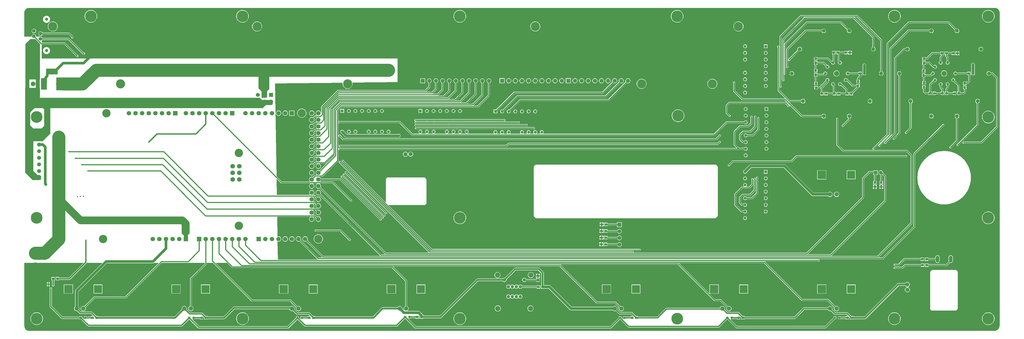
<source format=gtl>
G04*
G04 #@! TF.GenerationSoftware,Altium Limited,Altium Designer,19.1.3 (30)*
G04*
G04 Layer_Physical_Order=1*
G04 Layer_Color=255*
%FSLAX25Y25*%
%MOIN*%
G70*
G01*
G75*
%ADD16R,0.03937X0.03740*%
%ADD17R,0.03937X0.03937*%
G04:AMPARAMS|DCode=18|XSize=31.5mil|YSize=31.5mil|CornerRadius=3.94mil|HoleSize=0mil|Usage=FLASHONLY|Rotation=180.000|XOffset=0mil|YOffset=0mil|HoleType=Round|Shape=RoundedRectangle|*
%AMROUNDEDRECTD18*
21,1,0.03150,0.02362,0,0,180.0*
21,1,0.02362,0.03150,0,0,180.0*
1,1,0.00787,-0.01181,0.01181*
1,1,0.00787,0.01181,0.01181*
1,1,0.00787,0.01181,-0.01181*
1,1,0.00787,-0.01181,-0.01181*
%
%ADD18ROUNDEDRECTD18*%
%ADD19R,0.02200X0.04800*%
%ADD20R,0.03740X0.03937*%
%ADD58C,0.01500*%
%ADD59C,0.02756*%
%ADD60C,0.03937*%
%ADD61C,0.01968*%
%ADD62C,0.05906*%
%ADD63C,0.07874*%
%ADD64C,0.19685*%
%ADD65C,0.11811*%
%ADD66C,0.06693*%
%ADD67R,0.06693X0.06693*%
%ADD68O,0.05200X0.10400*%
%ADD69C,0.17717*%
%ADD70R,0.12598X0.12598*%
%ADD71R,0.12205X0.12205*%
%ADD72C,0.06600*%
%ADD73P,0.05629X8X112.5*%
%ADD74C,0.05118*%
%ADD75C,0.07874*%
%ADD76R,0.09843X0.19685*%
%ADD77R,0.08858X0.17717*%
%ADD78R,0.17717X0.08858*%
%ADD79C,0.07087*%
%ADD80C,0.05386*%
%ADD81R,0.05386X0.05386*%
%ADD82C,0.05906*%
%ADD83R,0.05906X0.05906*%
%ADD84P,0.05629X8X22.5*%
%ADD85R,0.05906X0.05906*%
%ADD86C,0.06299*%
%ADD87C,0.13780*%
%ADD88R,0.06299X0.06299*%
%ADD89C,0.11811*%
%ADD90C,0.04331*%
%ADD91R,0.04449X0.04449*%
%ADD92C,0.04449*%
%ADD93C,0.04724*%
%ADD94C,0.05512*%
%ADD95R,0.04449X0.04449*%
%ADD96C,0.07000*%
%ADD97C,0.12598*%
%ADD98C,0.01968*%
G36*
X1468154Y488781D02*
X1469498Y488374D01*
X1470736Y487712D01*
X1471821Y486821D01*
X1472712Y485736D01*
X1473374Y484498D01*
X1473781Y483154D01*
X1473917Y481777D01*
X1473913Y481757D01*
X1473888Y10000D01*
X1473888Y9500D01*
X1473888Y9500D01*
X1473852Y9015D01*
X1473738Y7861D01*
X1473260Y6285D01*
X1472484Y4833D01*
X1471440Y3560D01*
X1470167Y2516D01*
X1468715Y1740D01*
X1467139Y1261D01*
X1465540Y1104D01*
X1465500Y1112D01*
X8986D01*
X8985Y1112D01*
X8792Y1112D01*
X8488Y1113D01*
X8478Y1113D01*
X7990Y1146D01*
X6989Y1245D01*
X5623Y1659D01*
X4365Y2332D01*
X3262Y3237D01*
X2357Y4340D01*
X1684Y5598D01*
X1270Y6964D01*
X1138Y8305D01*
X1138Y8305D01*
X1138D01*
X1112Y8798D01*
Y103969D01*
X90060Y103969D01*
X90251Y103507D01*
X68350Y81606D01*
X53358D01*
Y82461D01*
X48240D01*
Y77539D01*
X53358D01*
Y78394D01*
X69015D01*
X69016Y78394D01*
X69630Y78517D01*
X70151Y78865D01*
X95163Y103877D01*
X95163Y103877D01*
X95224Y103969D01*
X118342D01*
X118534Y103507D01*
X78332Y63305D01*
X77922Y62770D01*
X77664Y62148D01*
X77576Y61480D01*
Y37864D01*
X77382Y37716D01*
X76759Y36903D01*
X76367Y35957D01*
X76233Y34941D01*
X76367Y33925D01*
X76759Y32979D01*
X77382Y32166D01*
X78195Y31543D01*
X79141Y31151D01*
X80157Y31017D01*
X80648Y31082D01*
X84365Y27365D01*
X84365Y27365D01*
X84886Y27017D01*
X85500Y26894D01*
X101886D01*
X104858Y23923D01*
X104666Y23461D01*
X101291D01*
Y22606D01*
X95081D01*
X94891Y22891D01*
X94565Y23108D01*
X94181Y23185D01*
X91819D01*
X91435Y23108D01*
X91109Y22891D01*
X90892Y22565D01*
X90815Y22181D01*
Y19819D01*
X90892Y19435D01*
X90976Y19309D01*
X90587Y18991D01*
X88492Y21086D01*
Y22181D01*
X88415Y22565D01*
X88198Y22891D01*
X87872Y23108D01*
X87488Y23185D01*
X85126D01*
X84742Y23108D01*
X84416Y22891D01*
X84226Y22606D01*
X58850D01*
X42606Y38850D01*
Y60490D01*
X42691D01*
Y66471D01*
X39309D01*
Y60490D01*
X39394D01*
Y38185D01*
X39394Y38185D01*
X39517Y37571D01*
X39865Y37050D01*
X57050Y19865D01*
X57050Y19865D01*
X57571Y19517D01*
X58185Y19394D01*
X58185Y19394D01*
X84226D01*
X84416Y19109D01*
X84742Y18892D01*
X85126Y18815D01*
X86221D01*
X96672Y8365D01*
X96672Y8365D01*
X97193Y8017D01*
X97807Y7894D01*
X97807Y7894D01*
X238500D01*
X238500Y7894D01*
X239114Y8017D01*
X239635Y8365D01*
X250000Y18729D01*
X263365Y5365D01*
X263365Y5365D01*
X263885Y5017D01*
X264500Y4894D01*
X264500Y4894D01*
X399000D01*
X399000Y4894D01*
X399615Y5017D01*
X400135Y5365D01*
X413500Y18729D01*
X423865Y8365D01*
X423865Y8365D01*
X424385Y8017D01*
X425000Y7894D01*
X425000Y7894D01*
X563311D01*
X563311Y7894D01*
X563925Y8017D01*
X564446Y8365D01*
X575992Y19910D01*
X590537Y5365D01*
X590537Y5365D01*
X591058Y5017D01*
X591673Y4894D01*
X886154D01*
X886154Y4894D01*
X886768Y5017D01*
X887289Y5365D01*
X900653Y18729D01*
X912518Y6865D01*
X912518Y6865D01*
X913039Y6517D01*
X913653Y6394D01*
X913654Y6394D01*
X1049654D01*
X1049654Y6394D01*
X1050268Y6517D01*
X1050789Y6865D01*
X1062654Y18729D01*
X1075518Y5865D01*
X1076039Y5517D01*
X1076653Y5394D01*
X1076654Y5394D01*
X1211000D01*
X1211000Y5394D01*
X1211615Y5517D01*
X1212135Y5865D01*
X1225086Y18815D01*
X1226181D01*
X1226565Y18892D01*
X1226891Y19109D01*
X1227108Y19435D01*
X1227185Y19819D01*
Y22181D01*
X1227108Y22565D01*
X1226891Y22891D01*
X1226565Y23108D01*
X1226181Y23185D01*
X1223819D01*
X1223435Y23108D01*
X1223109Y22891D01*
X1222892Y22565D01*
X1222815Y22181D01*
Y21086D01*
X1210335Y8606D01*
X1077319D01*
X1067337Y18587D01*
X1067656Y18976D01*
X1067781Y18892D01*
X1068165Y18815D01*
X1070528D01*
X1070912Y18892D01*
X1071237Y19109D01*
X1071428Y19394D01*
X1077291D01*
Y18539D01*
X1082409D01*
Y21718D01*
X1082871Y21909D01*
X1083591Y21190D01*
Y18539D01*
X1088709D01*
Y19394D01*
X1164484D01*
X1164484Y19394D01*
X1165099Y19517D01*
X1165620Y19865D01*
X1179090Y33335D01*
X1214111D01*
X1214259Y32979D01*
X1214882Y32166D01*
X1215695Y31543D01*
X1216641Y31151D01*
X1217657Y31017D01*
X1218673Y31151D01*
X1219029Y31298D01*
X1223963Y26365D01*
X1223963Y26365D01*
X1224483Y26017D01*
X1225098Y25894D01*
X1242886D01*
X1244858Y23923D01*
X1244666Y23461D01*
X1241291D01*
Y22606D01*
X1233774D01*
X1233584Y22891D01*
X1233258Y23108D01*
X1232874Y23185D01*
X1230512D01*
X1230128Y23108D01*
X1229802Y22891D01*
X1229585Y22565D01*
X1229508Y22181D01*
Y19819D01*
X1229585Y19435D01*
X1229802Y19109D01*
X1230128Y18892D01*
X1230512Y18815D01*
X1232874D01*
X1233258Y18892D01*
X1233584Y19109D01*
X1233774Y19394D01*
X1241291D01*
Y18539D01*
X1246409D01*
Y21718D01*
X1246871Y21909D01*
X1247591Y21190D01*
Y18539D01*
X1252709D01*
Y18993D01*
X1270398D01*
X1271166Y19146D01*
X1271817Y19581D01*
X1321477Y69241D01*
X1331247D01*
X1331754Y68581D01*
X1332535Y67981D01*
X1333445Y67604D01*
X1333796Y67558D01*
Y67054D01*
X1333524Y67018D01*
X1332614Y66641D01*
X1331833Y66041D01*
X1331233Y65260D01*
X1330856Y64350D01*
X1330728Y63374D01*
X1330856Y62398D01*
X1331233Y61488D01*
X1331833Y60707D01*
X1332614Y60107D01*
X1333524Y59730D01*
X1334500Y59602D01*
X1335476Y59730D01*
X1336386Y60107D01*
X1337167Y60707D01*
X1337767Y61488D01*
X1338144Y62398D01*
X1338272Y63374D01*
X1338144Y64350D01*
X1337767Y65260D01*
X1337167Y66041D01*
X1336386Y66641D01*
X1335476Y67018D01*
X1335126Y67064D01*
Y67568D01*
X1335398Y67604D01*
X1336308Y67981D01*
X1337089Y68581D01*
X1337688Y69362D01*
X1338065Y70272D01*
X1338194Y71248D01*
X1338065Y72224D01*
X1337688Y73134D01*
X1337089Y73915D01*
X1336308Y74515D01*
X1335398Y74892D01*
X1334421Y75020D01*
X1333445Y74892D01*
X1332535Y74515D01*
X1331754Y73915D01*
X1331247Y73255D01*
X1320646D01*
X1319878Y73102D01*
X1319226Y72667D01*
X1269566Y23007D01*
X1252709D01*
Y23461D01*
X1249861D01*
X1244687Y28635D01*
X1244166Y28983D01*
X1243551Y29106D01*
X1243551Y29106D01*
X1225763D01*
X1221300Y33569D01*
X1221447Y33925D01*
X1221581Y34941D01*
X1221447Y35957D01*
X1221055Y36903D01*
X1220432Y37716D01*
X1219619Y38339D01*
X1218673Y38731D01*
X1217657Y38865D01*
X1216641Y38731D01*
X1215695Y38339D01*
X1214882Y37716D01*
X1214259Y36903D01*
X1214111Y36547D01*
X1178425D01*
X1177811Y36424D01*
X1177290Y36076D01*
X1163819Y22606D01*
X1088709D01*
Y23461D01*
X1085861D01*
X1080186Y29135D01*
X1079666Y29483D01*
X1079051Y29606D01*
X1079051Y29606D01*
X1062763D01*
X1058800Y33569D01*
X1058947Y33925D01*
X1059081Y34941D01*
X1058947Y35957D01*
X1058555Y36903D01*
X1057932Y37716D01*
X1057119Y38339D01*
X1056173Y38731D01*
X1055157Y38865D01*
X1054141Y38731D01*
X1053195Y38339D01*
X1052382Y37716D01*
X1051759Y36903D01*
X1051367Y35957D01*
X1051364Y35940D01*
X970638D01*
X970023Y35818D01*
X969502Y35470D01*
X969502Y35470D01*
X956638Y22606D01*
X927709D01*
Y23461D01*
X924861D01*
X919216Y29106D01*
X918695Y29454D01*
X918081Y29576D01*
X918081Y29576D01*
X900293D01*
X896300Y33569D01*
X896447Y33925D01*
X896581Y34941D01*
X896447Y35957D01*
X896055Y36903D01*
X895432Y37716D01*
X894619Y38339D01*
X893673Y38731D01*
X892657Y38865D01*
X891641Y38731D01*
X890695Y38339D01*
X889882Y37716D01*
X889734Y37522D01*
X827628D01*
X795782Y69368D01*
X795247Y69779D01*
X794625Y70037D01*
X793957Y70124D01*
X787580D01*
X787251Y70081D01*
X785657D01*
Y88756D01*
X785504Y89524D01*
X785069Y90175D01*
X779344Y95899D01*
X778693Y96335D01*
X777925Y96487D01*
X742263D01*
X741495Y96335D01*
X740844Y95899D01*
X726299Y81354D01*
X726000Y81394D01*
X725178Y81286D01*
X724412Y80968D01*
X723754Y80463D01*
X723570Y80224D01*
X685393D01*
X684625Y80071D01*
X683974Y79636D01*
X628526Y24188D01*
X603222D01*
Y24359D01*
X603200Y24526D01*
Y24642D01*
X603185D01*
X603134Y25027D01*
X602877Y25649D01*
X602466Y26184D01*
X598325Y30325D01*
X597791Y30735D01*
X597168Y30993D01*
X596500Y31081D01*
X579811D01*
X579673Y31412D01*
X579669Y31581D01*
X580432Y32166D01*
X581055Y32979D01*
X581447Y33925D01*
X581581Y34941D01*
X581447Y35957D01*
X581055Y36903D01*
X580432Y37716D01*
X579619Y38339D01*
X579024Y38586D01*
Y76752D01*
X578920Y77276D01*
X578623Y77719D01*
X558171Y98171D01*
X558362Y98633D01*
X809434D01*
X865034Y43033D01*
X865477Y42737D01*
X866000Y42633D01*
X892875D01*
X898956Y36552D01*
X898710Y35957D01*
X898576Y34941D01*
X898710Y33925D01*
X899102Y32979D01*
X899725Y32166D01*
X900538Y31543D01*
X901484Y31151D01*
X902500Y31017D01*
X903516Y31151D01*
X904462Y31543D01*
X905275Y32166D01*
X905898Y32979D01*
X906290Y33925D01*
X906424Y34941D01*
X906290Y35957D01*
X905898Y36903D01*
X905275Y37716D01*
X904462Y38339D01*
X903516Y38731D01*
X902500Y38865D01*
X901484Y38731D01*
X900889Y38485D01*
X894407Y44967D01*
X893964Y45263D01*
X893441Y45367D01*
X866566D01*
X811300Y100633D01*
X811507Y101133D01*
X987934D01*
X1042533Y46534D01*
X1042977Y46237D01*
X1043500Y46133D01*
X1051875D01*
X1061456Y36552D01*
X1061210Y35957D01*
X1061076Y34941D01*
X1061210Y33925D01*
X1061602Y32979D01*
X1062225Y32166D01*
X1063038Y31543D01*
X1063984Y31151D01*
X1065000Y31017D01*
X1066016Y31151D01*
X1066962Y31543D01*
X1067775Y32166D01*
X1068398Y32979D01*
X1068790Y33925D01*
X1068924Y34941D01*
X1068790Y35957D01*
X1068398Y36903D01*
X1067775Y37716D01*
X1066962Y38339D01*
X1066016Y38731D01*
X1065000Y38865D01*
X1063984Y38731D01*
X1063389Y38485D01*
X1053407Y48467D01*
X1052964Y48763D01*
X1052441Y48867D01*
X1044066D01*
X1036012Y56921D01*
X1036219Y57421D01*
X1049567D01*
Y71201D01*
X1035787D01*
Y57853D01*
X1035287Y57646D01*
X989800Y103133D01*
X990007Y103633D01*
X1117934D01*
X1174533Y47034D01*
X1174977Y46737D01*
X1175500Y46633D01*
X1213875D01*
X1223956Y36552D01*
X1223710Y35957D01*
X1223576Y34941D01*
X1223710Y33925D01*
X1224102Y32979D01*
X1224725Y32166D01*
X1225538Y31543D01*
X1226484Y31151D01*
X1227500Y31017D01*
X1228516Y31151D01*
X1229462Y31543D01*
X1230275Y32166D01*
X1230898Y32979D01*
X1231290Y33925D01*
X1231424Y34941D01*
X1231290Y35957D01*
X1230898Y36903D01*
X1230275Y37716D01*
X1229462Y38339D01*
X1228516Y38731D01*
X1227500Y38865D01*
X1226484Y38731D01*
X1225889Y38485D01*
X1215407Y48967D01*
X1214964Y49263D01*
X1214441Y49367D01*
X1176066D01*
X1119800Y105633D01*
X1120007Y106133D01*
X1199711D01*
X1199885Y106017D01*
X1200500Y105894D01*
X1201114Y106017D01*
X1201635Y106365D01*
X1201983Y106886D01*
X1202106Y107500D01*
X1201983Y108115D01*
X1201635Y108635D01*
X1201790Y109133D01*
X1297087D01*
X1297610Y109237D01*
X1298053Y109534D01*
X1345967Y157447D01*
X1346263Y157890D01*
X1346367Y158413D01*
Y267934D01*
X1388909Y310476D01*
X1389114Y310517D01*
X1389635Y310865D01*
X1389983Y311385D01*
X1390106Y312000D01*
X1389983Y312614D01*
X1389635Y313135D01*
X1389114Y313483D01*
X1388500Y313606D01*
X1387885Y313483D01*
X1387365Y313135D01*
X1387017Y312614D01*
X1386976Y312409D01*
X1344034Y269466D01*
X1343737Y269023D01*
X1343633Y268500D01*
Y158979D01*
X1296521Y111867D01*
X1291182D01*
X1290975Y112367D01*
X1341467Y162858D01*
X1341763Y163302D01*
X1341867Y163824D01*
Y266000D01*
X1341763Y266523D01*
X1341467Y266967D01*
X1334466Y273967D01*
X1334023Y274263D01*
X1333500Y274367D01*
X1238566D01*
X1229867Y283066D01*
Y320711D01*
X1229983Y320885D01*
X1230106Y321500D01*
X1229983Y322114D01*
X1229635Y322635D01*
X1229115Y322983D01*
X1228500Y323106D01*
X1227886Y322983D01*
X1227365Y322635D01*
X1227017Y322114D01*
X1226894Y321500D01*
X1227017Y320885D01*
X1227133Y320711D01*
Y282500D01*
X1227237Y281977D01*
X1227534Y281534D01*
X1237033Y272034D01*
X1237477Y271737D01*
X1238000Y271633D01*
X1332934D01*
X1339133Y265434D01*
Y164391D01*
X1289109Y114367D01*
X1220007D01*
X1219800Y114867D01*
X1301966Y197034D01*
X1302263Y197477D01*
X1302367Y198000D01*
Y235000D01*
X1302263Y235523D01*
X1301966Y235966D01*
X1297731Y240202D01*
X1297749Y240335D01*
X1297636Y241192D01*
X1297305Y241990D01*
X1296779Y242676D01*
X1296093Y243203D01*
X1295294Y243534D01*
X1294437Y243646D01*
X1293580Y243534D01*
X1292781Y243203D01*
X1292095Y242676D01*
X1291569Y241990D01*
X1291238Y241192D01*
X1291125Y240335D01*
X1291238Y239477D01*
X1291569Y238679D01*
X1292095Y237993D01*
X1292781Y237467D01*
X1293580Y237136D01*
X1293633Y237129D01*
Y227709D01*
X1292539D01*
Y222591D01*
X1297461D01*
Y227709D01*
X1296367D01*
Y236993D01*
X1296867Y237200D01*
X1299633Y234434D01*
Y198566D01*
X1217934Y116867D01*
X1184007D01*
X1183800Y117367D01*
X1268466Y202033D01*
X1268763Y202477D01*
X1268867Y203000D01*
Y230934D01*
X1277566Y239633D01*
X1283280D01*
Y237051D01*
X1284133D01*
Y227709D01*
X1283039D01*
Y222591D01*
X1287961D01*
Y227709D01*
X1286867D01*
Y237051D01*
X1289847D01*
Y243618D01*
X1283280D01*
Y242367D01*
X1277000D01*
X1276477Y242263D01*
X1276033Y241967D01*
X1266533Y232467D01*
X1266237Y232023D01*
X1266133Y231500D01*
Y203566D01*
X1181934Y119367D01*
X921167D01*
X920932Y119808D01*
X920983Y119886D01*
X921106Y120500D01*
X920983Y121115D01*
X920707Y121528D01*
X920838Y121906D01*
X920929Y122028D01*
X929711D01*
X929885Y121911D01*
X930500Y121789D01*
X931114Y121911D01*
X931635Y122259D01*
X931983Y122780D01*
X932106Y123394D01*
X931983Y124009D01*
X931635Y124530D01*
X931114Y124878D01*
X930500Y125000D01*
X929885Y124878D01*
X929711Y124761D01*
X617069D01*
X550904Y190926D01*
X551095Y191388D01*
X605500D01*
X605500Y191388D01*
X605926Y191473D01*
X606286Y191714D01*
X607841Y193269D01*
X607841Y193269D01*
X608082Y193630D01*
X608167Y194055D01*
Y229945D01*
X608082Y230370D01*
X607841Y230731D01*
X607841Y230731D01*
X605916Y232656D01*
X605555Y232897D01*
X605130Y232982D01*
X605130Y232982D01*
X549370D01*
X549370Y232982D01*
X548945Y232897D01*
X548584Y232656D01*
X548584Y232656D01*
X547214Y231286D01*
X546973Y230925D01*
X546888Y230500D01*
X546888Y230500D01*
Y195595D01*
X546426Y195404D01*
X483524Y258306D01*
X483483Y258511D01*
X483135Y259032D01*
X482615Y259381D01*
X482000Y259503D01*
X481386Y259381D01*
X480865Y259032D01*
X480517Y258511D01*
X480394Y257897D01*
X480517Y257283D01*
X480865Y256762D01*
X481386Y256414D01*
X481591Y256373D01*
X615536Y122428D01*
X615628Y122367D01*
X615476Y121867D01*
X613566D01*
X479024Y256409D01*
X478983Y256614D01*
X478635Y257135D01*
X478115Y257483D01*
X477500Y257606D01*
X476886Y257483D01*
X476365Y257135D01*
X476017Y256614D01*
X475894Y256000D01*
X476017Y255385D01*
X476365Y254865D01*
X476886Y254517D01*
X477091Y254476D01*
X611700Y119867D01*
X611493Y119367D01*
X547566D01*
X448579Y218354D01*
X448836Y218972D01*
X448971Y220000D01*
X448836Y221028D01*
X448439Y221986D01*
X447808Y222808D01*
X447058Y223383D01*
X447088Y223656D01*
X447194Y223883D01*
X466684D01*
X493034Y197534D01*
X493477Y197237D01*
X493588Y197215D01*
X493886Y197017D01*
X494500Y196894D01*
X495115Y197017D01*
X495635Y197365D01*
X495983Y197886D01*
X496106Y198500D01*
X495983Y199115D01*
X495635Y199635D01*
X495115Y199983D01*
X494500Y200106D01*
X494356Y200077D01*
X468217Y226217D01*
X467773Y226513D01*
X467250Y226617D01*
X447836D01*
X447675Y227090D01*
X447808Y227192D01*
X448439Y228014D01*
X448695Y228633D01*
X477934D01*
X537476Y169091D01*
X537517Y168886D01*
X537865Y168365D01*
X538385Y168017D01*
X539000Y167894D01*
X539614Y168017D01*
X540135Y168365D01*
X540483Y168886D01*
X540606Y169500D01*
X540483Y170115D01*
X540135Y170635D01*
X539614Y170983D01*
X539409Y171024D01*
X479466Y230966D01*
X479023Y231263D01*
X478500Y231367D01*
X448695D01*
X448439Y231985D01*
X447808Y232808D01*
X447058Y233383D01*
X447088Y233656D01*
X447194Y233883D01*
X450750D01*
X451273Y233987D01*
X451717Y234283D01*
X474853Y257420D01*
X475150Y257864D01*
X475254Y258387D01*
Y274879D01*
X475754Y275030D01*
X475865Y274865D01*
X476385Y274517D01*
X477000Y274394D01*
X477614Y274517D01*
X477789Y274633D01*
X1088062D01*
X1088362Y274242D01*
X1088951Y273791D01*
X1089635Y273507D01*
X1090370Y273411D01*
X1091105Y273507D01*
X1091790Y273791D01*
X1092378Y274242D01*
X1092829Y274830D01*
X1093113Y275515D01*
X1093209Y276250D01*
X1093113Y276985D01*
X1092829Y277670D01*
X1092378Y278258D01*
X1091790Y278709D01*
X1091105Y278993D01*
X1090370Y279089D01*
X1089635Y278993D01*
X1088951Y278709D01*
X1088362Y278258D01*
X1087911Y277670D01*
X1087889Y277617D01*
X1080316D01*
X1074867Y283066D01*
Y301434D01*
X1082291Y308858D01*
X1094224D01*
X1094748Y308962D01*
X1095191Y309258D01*
X1099967Y314034D01*
X1100263Y314477D01*
X1100367Y315000D01*
Y323711D01*
X1100483Y323885D01*
X1100606Y324500D01*
X1100483Y325114D01*
X1100135Y325635D01*
X1099615Y325983D01*
X1099000Y326106D01*
X1098386Y325983D01*
X1097865Y325635D01*
X1097517Y325114D01*
X1097394Y324500D01*
X1097517Y323885D01*
X1097633Y323711D01*
Y315566D01*
X1093658Y311591D01*
X1081724D01*
X1081201Y311487D01*
X1080758Y311191D01*
X1072534Y302966D01*
X1072237Y302523D01*
X1072133Y302000D01*
Y282500D01*
X1072237Y281977D01*
X1072534Y281534D01*
X1076238Y277829D01*
X1076047Y277367D01*
X477789D01*
X477614Y277483D01*
X477000Y277606D01*
X476385Y277483D01*
X475865Y277135D01*
X475754Y276970D01*
X475254Y277121D01*
Y294879D01*
X475754Y295030D01*
X475865Y294865D01*
X476385Y294517D01*
X476591Y294476D01*
X481533Y289533D01*
X481977Y289237D01*
X482500Y289133D01*
X1045500D01*
X1046023Y289237D01*
X1046467Y289533D01*
X1051909Y294976D01*
X1052114Y295017D01*
X1052635Y295365D01*
X1052983Y295885D01*
X1053106Y296500D01*
X1052983Y297114D01*
X1052635Y297635D01*
X1052114Y297983D01*
X1051500Y298106D01*
X1050885Y297983D01*
X1050365Y297635D01*
X1050017Y297114D01*
X1049976Y296909D01*
X1044934Y291867D01*
X483066D01*
X478524Y296409D01*
X478483Y296615D01*
X478135Y297135D01*
X477614Y297483D01*
X477000Y297606D01*
X476385Y297483D01*
X475865Y297135D01*
X475754Y296970D01*
X475254Y297121D01*
Y314720D01*
X475754Y314994D01*
X476256Y314894D01*
X476870Y315017D01*
X477045Y315133D01*
X567330D01*
X586033Y296429D01*
X586477Y296133D01*
X587000Y296029D01*
X1042896D01*
X1043419Y296133D01*
X1043862Y296429D01*
X1062316Y314883D01*
X1087889D01*
X1087911Y314830D01*
X1088362Y314242D01*
X1088951Y313791D01*
X1089635Y313508D01*
X1090370Y313411D01*
X1091105Y313508D01*
X1091790Y313791D01*
X1092378Y314242D01*
X1092829Y314830D01*
X1093113Y315515D01*
X1093209Y316250D01*
X1093113Y316985D01*
X1092829Y317670D01*
X1092378Y318258D01*
X1091790Y318709D01*
X1091105Y318992D01*
X1090370Y319089D01*
X1089635Y318992D01*
X1088951Y318709D01*
X1088362Y318258D01*
X1087911Y317670D01*
X1087889Y317617D01*
X1061750D01*
X1061227Y317513D01*
X1060783Y317216D01*
X1042330Y298762D01*
X784547D01*
X784377Y299262D01*
X784508Y299362D01*
X784959Y299951D01*
X785243Y300635D01*
X785339Y301370D01*
X785243Y302105D01*
X784959Y302790D01*
X784508Y303378D01*
X783920Y303829D01*
X783235Y304113D01*
X782500Y304209D01*
X781765Y304113D01*
X781080Y303829D01*
X780492Y303378D01*
X780041Y302790D01*
X779757Y302105D01*
X779661Y301370D01*
X779757Y300635D01*
X780041Y299951D01*
X780492Y299362D01*
X780623Y299262D01*
X780453Y298762D01*
X774547D01*
X774377Y299262D01*
X774508Y299362D01*
X774959Y299951D01*
X775243Y300635D01*
X775339Y301370D01*
X775243Y302105D01*
X774959Y302790D01*
X774508Y303378D01*
X773920Y303829D01*
X773235Y304113D01*
X772500Y304209D01*
X771765Y304113D01*
X771080Y303829D01*
X770492Y303378D01*
X770041Y302790D01*
X769758Y302105D01*
X769661Y301370D01*
X769758Y300635D01*
X770041Y299951D01*
X770492Y299362D01*
X770623Y299262D01*
X770453Y298762D01*
X764547D01*
X764377Y299262D01*
X764508Y299362D01*
X764959Y299951D01*
X765242Y300635D01*
X765339Y301370D01*
X765242Y302105D01*
X764959Y302790D01*
X764508Y303378D01*
X763920Y303829D01*
X763235Y304113D01*
X762500Y304209D01*
X761765Y304113D01*
X761080Y303829D01*
X760492Y303378D01*
X760041Y302790D01*
X759758Y302105D01*
X759661Y301370D01*
X759758Y300635D01*
X760041Y299951D01*
X760492Y299362D01*
X760623Y299262D01*
X760453Y298762D01*
X754547D01*
X754377Y299262D01*
X754508Y299362D01*
X754959Y299951D01*
X755242Y300635D01*
X755339Y301370D01*
X755242Y302105D01*
X754959Y302790D01*
X754508Y303378D01*
X753920Y303829D01*
X753235Y304113D01*
X752500Y304209D01*
X751765Y304113D01*
X751080Y303829D01*
X750492Y303378D01*
X750041Y302790D01*
X749757Y302105D01*
X749661Y301370D01*
X749757Y300635D01*
X750041Y299951D01*
X750492Y299362D01*
X750623Y299262D01*
X750453Y298762D01*
X734547D01*
X734377Y299262D01*
X734508Y299362D01*
X734959Y299951D01*
X735243Y300635D01*
X735339Y301370D01*
X735243Y302105D01*
X734959Y302790D01*
X734508Y303378D01*
X733920Y303829D01*
X733235Y304113D01*
X732500Y304209D01*
X731765Y304113D01*
X731080Y303829D01*
X730492Y303378D01*
X730041Y302790D01*
X729757Y302105D01*
X729661Y301370D01*
X729757Y300635D01*
X730041Y299951D01*
X730492Y299362D01*
X730623Y299262D01*
X730453Y298762D01*
X724547D01*
X724377Y299262D01*
X724508Y299362D01*
X724959Y299951D01*
X725243Y300635D01*
X725339Y301370D01*
X725243Y302105D01*
X724959Y302790D01*
X724508Y303378D01*
X723920Y303829D01*
X723235Y304113D01*
X722500Y304209D01*
X721765Y304113D01*
X721080Y303829D01*
X720492Y303378D01*
X720041Y302790D01*
X719758Y302105D01*
X719661Y301370D01*
X719758Y300635D01*
X720041Y299951D01*
X720492Y299362D01*
X720623Y299262D01*
X720453Y298762D01*
X714547D01*
X714377Y299262D01*
X714508Y299362D01*
X714959Y299951D01*
X715242Y300635D01*
X715339Y301370D01*
X715242Y302105D01*
X714959Y302790D01*
X714508Y303378D01*
X713920Y303829D01*
X713235Y304113D01*
X712500Y304209D01*
X711765Y304113D01*
X711080Y303829D01*
X710492Y303378D01*
X710041Y302790D01*
X709758Y302105D01*
X709661Y301370D01*
X709758Y300635D01*
X710041Y299951D01*
X710492Y299362D01*
X710623Y299262D01*
X710453Y298762D01*
X669801D01*
X669735Y299257D01*
X670420Y299541D01*
X671008Y299992D01*
X671459Y300580D01*
X671742Y301265D01*
X671839Y302000D01*
X671742Y302735D01*
X671459Y303420D01*
X671008Y304008D01*
X670420Y304459D01*
X669735Y304743D01*
X669000Y304839D01*
X668265Y304743D01*
X667580Y304459D01*
X666992Y304008D01*
X666541Y303420D01*
X666257Y302735D01*
X666161Y302000D01*
X666257Y301265D01*
X666541Y300580D01*
X666992Y299992D01*
X667580Y299541D01*
X668265Y299257D01*
X668199Y298762D01*
X659801D01*
X659735Y299257D01*
X660420Y299541D01*
X661008Y299992D01*
X661459Y300580D01*
X661742Y301265D01*
X661839Y302000D01*
X661742Y302735D01*
X661459Y303420D01*
X661008Y304008D01*
X660420Y304459D01*
X659735Y304743D01*
X659000Y304839D01*
X658265Y304743D01*
X657580Y304459D01*
X656992Y304008D01*
X656541Y303420D01*
X656257Y302735D01*
X656161Y302000D01*
X656257Y301265D01*
X656541Y300580D01*
X656992Y299992D01*
X657580Y299541D01*
X658265Y299257D01*
X658199Y298762D01*
X649801D01*
X649735Y299257D01*
X650420Y299541D01*
X651008Y299992D01*
X651459Y300580D01*
X651743Y301265D01*
X651839Y302000D01*
X651743Y302735D01*
X651459Y303420D01*
X651008Y304008D01*
X650420Y304459D01*
X649735Y304743D01*
X649000Y304839D01*
X648265Y304743D01*
X647580Y304459D01*
X646992Y304008D01*
X646541Y303420D01*
X646257Y302735D01*
X646161Y302000D01*
X646257Y301265D01*
X646541Y300580D01*
X646992Y299992D01*
X647580Y299541D01*
X648265Y299257D01*
X648199Y298762D01*
X639801D01*
X639735Y299257D01*
X640420Y299541D01*
X641008Y299992D01*
X641459Y300580D01*
X641743Y301265D01*
X641839Y302000D01*
X641743Y302735D01*
X641459Y303420D01*
X641008Y304008D01*
X640420Y304459D01*
X639735Y304743D01*
X639000Y304839D01*
X638265Y304743D01*
X637580Y304459D01*
X636992Y304008D01*
X636541Y303420D01*
X636258Y302735D01*
X636161Y302000D01*
X636258Y301265D01*
X636541Y300580D01*
X636992Y299992D01*
X637580Y299541D01*
X638265Y299257D01*
X638199Y298762D01*
X619801D01*
X619735Y299257D01*
X620420Y299541D01*
X621008Y299992D01*
X621459Y300580D01*
X621742Y301265D01*
X621839Y302000D01*
X621742Y302735D01*
X621459Y303420D01*
X621008Y304008D01*
X620420Y304459D01*
X619735Y304743D01*
X619000Y304839D01*
X618265Y304743D01*
X617580Y304459D01*
X616992Y304008D01*
X616541Y303420D01*
X616257Y302735D01*
X616161Y302000D01*
X616257Y301265D01*
X616541Y300580D01*
X616992Y299992D01*
X617580Y299541D01*
X618265Y299257D01*
X618199Y298762D01*
X609801D01*
X609735Y299257D01*
X610420Y299541D01*
X611008Y299992D01*
X611459Y300580D01*
X611742Y301265D01*
X611839Y302000D01*
X611742Y302735D01*
X611459Y303420D01*
X611008Y304008D01*
X610420Y304459D01*
X609735Y304743D01*
X609000Y304839D01*
X608265Y304743D01*
X607580Y304459D01*
X606992Y304008D01*
X606541Y303420D01*
X606257Y302735D01*
X606161Y302000D01*
X606257Y301265D01*
X606541Y300580D01*
X606992Y299992D01*
X607580Y299541D01*
X608265Y299257D01*
X608199Y298762D01*
X599801D01*
X599735Y299257D01*
X600420Y299541D01*
X601008Y299992D01*
X601459Y300580D01*
X601743Y301265D01*
X601839Y302000D01*
X601743Y302735D01*
X601459Y303420D01*
X601008Y304008D01*
X600420Y304459D01*
X599735Y304743D01*
X599000Y304839D01*
X598265Y304743D01*
X597580Y304459D01*
X596992Y304008D01*
X596541Y303420D01*
X596257Y302735D01*
X596161Y302000D01*
X596257Y301265D01*
X596541Y300580D01*
X596992Y299992D01*
X597580Y299541D01*
X598265Y299257D01*
X598199Y298762D01*
X587566D01*
X568862Y317466D01*
X568419Y317763D01*
X567896Y317867D01*
X477045D01*
X476870Y317983D01*
X476256Y318106D01*
X475754Y318006D01*
X475254Y318280D01*
Y333821D01*
X477810Y336378D01*
X478185Y336045D01*
X478185Y335587D01*
Y330445D01*
X483815D01*
Y336075D01*
X478684D01*
X478215Y336075D01*
X477882Y336449D01*
X480066Y338633D01*
X685500D01*
X686023Y338737D01*
X686467Y339034D01*
X703467Y356033D01*
X703763Y356477D01*
X703867Y357000D01*
Y375641D01*
X704381Y375854D01*
X705122Y376422D01*
X705689Y377162D01*
X706047Y378024D01*
X706168Y378949D01*
X706047Y379874D01*
X705689Y380736D01*
X705122Y381476D01*
X704381Y382044D01*
X703519Y382401D01*
X702595Y382523D01*
X701670Y382401D01*
X700808Y382044D01*
X700067Y381476D01*
X699499Y380736D01*
X699142Y379874D01*
X699021Y378949D01*
X699142Y378024D01*
X699499Y377162D01*
X700067Y376422D01*
X700808Y375854D01*
X701133Y375719D01*
Y357566D01*
X684934Y341367D01*
X679507D01*
X679300Y341867D01*
X693561Y356128D01*
X693857Y356571D01*
X693961Y357095D01*
Y375680D01*
X694381Y375854D01*
X695122Y376422D01*
X695689Y377162D01*
X696047Y378024D01*
X696168Y378949D01*
X696047Y379874D01*
X695689Y380736D01*
X695122Y381476D01*
X694381Y382044D01*
X693519Y382401D01*
X692594Y382523D01*
X691670Y382401D01*
X690808Y382044D01*
X690067Y381476D01*
X689499Y380736D01*
X689142Y379874D01*
X689021Y378949D01*
X689142Y378024D01*
X689499Y377162D01*
X690067Y376422D01*
X690808Y375854D01*
X691228Y375680D01*
Y357661D01*
X677434Y343867D01*
X670007D01*
X669800Y344367D01*
X683561Y358128D01*
X683857Y358571D01*
X683961Y359095D01*
Y375680D01*
X684381Y375854D01*
X685122Y376422D01*
X685689Y377162D01*
X686047Y378024D01*
X686168Y378949D01*
X686047Y379874D01*
X685689Y380736D01*
X685122Y381476D01*
X684381Y382044D01*
X683520Y382401D01*
X682594Y382523D01*
X681670Y382401D01*
X680808Y382044D01*
X680067Y381476D01*
X679499Y380736D01*
X679142Y379874D01*
X679021Y378949D01*
X679142Y378024D01*
X679499Y377162D01*
X680067Y376422D01*
X680808Y375854D01*
X681228Y375680D01*
Y359661D01*
X667934Y346367D01*
X660507D01*
X660300Y346867D01*
X673561Y360128D01*
X673857Y360571D01*
X673961Y361094D01*
Y375680D01*
X674381Y375854D01*
X675122Y376422D01*
X675690Y377162D01*
X676047Y378024D01*
X676168Y378949D01*
X676047Y379874D01*
X675690Y380736D01*
X675122Y381476D01*
X674381Y382044D01*
X673520Y382401D01*
X672594Y382523D01*
X671669Y382401D01*
X670808Y382044D01*
X670067Y381476D01*
X669499Y380736D01*
X669142Y379874D01*
X669021Y378949D01*
X669142Y378024D01*
X669499Y377162D01*
X670067Y376422D01*
X670808Y375854D01*
X671228Y375680D01*
Y361661D01*
X658434Y348867D01*
X653007D01*
X652800Y349367D01*
X663561Y360128D01*
X663857Y360571D01*
X663961Y361094D01*
Y375680D01*
X664381Y375854D01*
X665122Y376422D01*
X665690Y377162D01*
X666047Y378024D01*
X666168Y378949D01*
X666047Y379874D01*
X665690Y380736D01*
X665122Y381476D01*
X664381Y382044D01*
X663519Y382401D01*
X662595Y382523D01*
X661669Y382401D01*
X660808Y382044D01*
X660067Y381476D01*
X659499Y380736D01*
X659142Y379874D01*
X659021Y378949D01*
X659142Y378024D01*
X659499Y377162D01*
X660067Y376422D01*
X660808Y375854D01*
X661228Y375680D01*
Y361661D01*
X650934Y351367D01*
X642507D01*
X642300Y351867D01*
X653561Y363128D01*
X653857Y363571D01*
X653961Y364094D01*
Y375680D01*
X654381Y375854D01*
X655122Y376422D01*
X655689Y377162D01*
X656047Y378024D01*
X656168Y378949D01*
X656047Y379874D01*
X655689Y380736D01*
X655122Y381476D01*
X654381Y382044D01*
X653519Y382401D01*
X652595Y382523D01*
X651670Y382401D01*
X650808Y382044D01*
X650067Y381476D01*
X649499Y380736D01*
X649142Y379874D01*
X649021Y378949D01*
X649142Y378024D01*
X649499Y377162D01*
X650067Y376422D01*
X650808Y375854D01*
X651228Y375680D01*
Y364661D01*
X640434Y353867D01*
X635326D01*
X635119Y354367D01*
X643561Y362809D01*
X643857Y363252D01*
X643961Y363776D01*
Y375680D01*
X644381Y375854D01*
X645122Y376422D01*
X645689Y377162D01*
X646047Y378024D01*
X646168Y378949D01*
X646047Y379874D01*
X645689Y380736D01*
X645122Y381476D01*
X644381Y382044D01*
X643519Y382401D01*
X642594Y382523D01*
X641670Y382401D01*
X640808Y382044D01*
X640067Y381476D01*
X639499Y380736D01*
X639142Y379874D01*
X639021Y378949D01*
X639142Y378024D01*
X639499Y377162D01*
X640067Y376422D01*
X640808Y375854D01*
X641228Y375680D01*
Y364342D01*
X633253Y356367D01*
X625869D01*
X625717Y356867D01*
X625967Y357033D01*
X633561Y364628D01*
X633857Y365071D01*
X633961Y365595D01*
Y375680D01*
X634381Y375854D01*
X635122Y376422D01*
X635689Y377162D01*
X636047Y378024D01*
X636168Y378949D01*
X636047Y379874D01*
X635689Y380736D01*
X635122Y381476D01*
X634381Y382044D01*
X633520Y382401D01*
X632594Y382523D01*
X631670Y382401D01*
X630808Y382044D01*
X630067Y381476D01*
X629499Y380736D01*
X629142Y379874D01*
X629021Y378949D01*
X629142Y378024D01*
X629499Y377162D01*
X630067Y376422D01*
X630808Y375854D01*
X631228Y375680D01*
Y366161D01*
X624434Y359367D01*
X617869D01*
X617717Y359867D01*
X617967Y360033D01*
X623561Y365628D01*
X623857Y366071D01*
X623961Y366595D01*
Y375680D01*
X624381Y375854D01*
X625122Y376422D01*
X625690Y377162D01*
X626047Y378024D01*
X626168Y378949D01*
X626047Y379874D01*
X625690Y380736D01*
X625122Y381476D01*
X624381Y382044D01*
X623520Y382401D01*
X622594Y382523D01*
X621669Y382401D01*
X620808Y382044D01*
X620067Y381476D01*
X619499Y380736D01*
X619142Y379874D01*
X619021Y378949D01*
X619142Y378024D01*
X619499Y377162D01*
X620067Y376422D01*
X620808Y375854D01*
X621228Y375680D01*
Y367161D01*
X616434Y362367D01*
X608007D01*
X607800Y362867D01*
X613561Y368628D01*
X613857Y369071D01*
X613961Y369595D01*
Y375680D01*
X614381Y375854D01*
X615122Y376422D01*
X615690Y377162D01*
X616047Y378024D01*
X616168Y378949D01*
X616047Y379874D01*
X615690Y380736D01*
X615122Y381476D01*
X614381Y382044D01*
X613519Y382401D01*
X612595Y382523D01*
X611669Y382401D01*
X610808Y382044D01*
X610067Y381476D01*
X609499Y380736D01*
X609142Y379874D01*
X609021Y378949D01*
X609142Y378024D01*
X609499Y377162D01*
X610067Y376422D01*
X610808Y375854D01*
X611228Y375680D01*
Y370161D01*
X605934Y364867D01*
X474544D01*
X474020Y364763D01*
X473577Y364467D01*
X449852Y340742D01*
X449556Y340298D01*
X449452Y339775D01*
Y330176D01*
X448952Y330143D01*
X448836Y331028D01*
X448439Y331985D01*
X447808Y332808D01*
X446985Y333439D01*
X446028Y333836D01*
X445000Y333971D01*
X443972Y333836D01*
X443014Y333439D01*
X442192Y332808D01*
X441561Y331985D01*
X441164Y331028D01*
X441029Y330000D01*
X441164Y328972D01*
X441561Y328014D01*
X442192Y327192D01*
X442544Y326922D01*
X442375Y326422D01*
X440055D01*
X439532Y326318D01*
X439089Y326022D01*
X436646Y323579D01*
X436028Y323836D01*
X435000Y323971D01*
X433972Y323836D01*
X433014Y323439D01*
X432192Y322808D01*
X431561Y321986D01*
X431164Y321028D01*
X431029Y320000D01*
X431164Y318972D01*
X431561Y318015D01*
X432192Y317192D01*
X433014Y316561D01*
X433972Y316164D01*
X435000Y316029D01*
X436028Y316164D01*
X436985Y316561D01*
X437808Y317192D01*
X438439Y318015D01*
X438836Y318972D01*
X438971Y320000D01*
X438836Y321028D01*
X438579Y321646D01*
X440621Y323688D01*
X442518D01*
X442688Y323188D01*
X442192Y322808D01*
X441561Y321986D01*
X441164Y321028D01*
X441029Y320000D01*
X441164Y318972D01*
X441561Y318015D01*
X442192Y317192D01*
X442443Y317000D01*
X442273Y316500D01*
X440133D01*
X439610Y316396D01*
X439167Y316100D01*
X436646Y313579D01*
X436028Y313836D01*
X435000Y313971D01*
X433972Y313836D01*
X433014Y313439D01*
X432192Y312808D01*
X431561Y311985D01*
X431164Y311028D01*
X431029Y310000D01*
X431164Y308972D01*
X431561Y308014D01*
X432192Y307192D01*
X433014Y306561D01*
X433972Y306164D01*
X435000Y306029D01*
X436028Y306164D01*
X436985Y306561D01*
X437808Y307192D01*
X438439Y308014D01*
X438836Y308972D01*
X438971Y310000D01*
X438836Y311028D01*
X438579Y311646D01*
X440699Y313766D01*
X442620D01*
X442790Y313266D01*
X442192Y312808D01*
X441561Y311985D01*
X441164Y311028D01*
X441029Y310000D01*
X441164Y308972D01*
X441561Y308014D01*
X442192Y307192D01*
X442942Y306617D01*
X442912Y306344D01*
X442805Y306117D01*
X439750D01*
X439227Y306013D01*
X438784Y305716D01*
X436646Y303579D01*
X436028Y303836D01*
X435000Y303971D01*
X433972Y303836D01*
X433014Y303439D01*
X432192Y302808D01*
X431561Y301986D01*
X431164Y301028D01*
X431029Y300000D01*
X431164Y298972D01*
X431561Y298014D01*
X432192Y297192D01*
X433014Y296561D01*
X433972Y296164D01*
X435000Y296029D01*
X436028Y296164D01*
X436985Y296561D01*
X437808Y297192D01*
X438439Y298014D01*
X438836Y298972D01*
X438971Y300000D01*
X438836Y301028D01*
X438579Y301646D01*
X440316Y303383D01*
X442164D01*
X442325Y302910D01*
X442192Y302808D01*
X441561Y301986D01*
X441164Y301028D01*
X441029Y300000D01*
X441164Y298972D01*
X441561Y298014D01*
X442192Y297192D01*
X442325Y297090D01*
X442164Y296617D01*
X440250D01*
X439727Y296513D01*
X439284Y296217D01*
X436646Y293579D01*
X436028Y293836D01*
X435000Y293971D01*
X433972Y293836D01*
X433014Y293439D01*
X432192Y292808D01*
X431561Y291986D01*
X431164Y291028D01*
X431029Y290000D01*
X431164Y288972D01*
X431561Y288015D01*
X432192Y287192D01*
X433014Y286561D01*
X433972Y286164D01*
X435000Y286029D01*
X436028Y286164D01*
X436985Y286561D01*
X437808Y287192D01*
X438439Y288015D01*
X438836Y288972D01*
X438971Y290000D01*
X438836Y291028D01*
X438579Y291646D01*
X440816Y293883D01*
X442805D01*
X442912Y293656D01*
X442942Y293383D01*
X442192Y292808D01*
X441561Y291986D01*
X441164Y291028D01*
X441029Y290000D01*
X441164Y288972D01*
X441561Y288015D01*
X442192Y287192D01*
X442325Y287090D01*
X442164Y286617D01*
X440250D01*
X439727Y286513D01*
X439284Y286216D01*
X436646Y283579D01*
X436028Y283836D01*
X435000Y283971D01*
X433972Y283836D01*
X433014Y283439D01*
X432192Y282808D01*
X431561Y281985D01*
X431164Y281028D01*
X431029Y280000D01*
X431164Y278972D01*
X431561Y278014D01*
X432192Y277192D01*
X433014Y276561D01*
X433972Y276164D01*
X435000Y276029D01*
X436028Y276164D01*
X436985Y276561D01*
X437808Y277192D01*
X438439Y278014D01*
X438836Y278972D01*
X438971Y280000D01*
X438836Y281028D01*
X438579Y281646D01*
X440816Y283883D01*
X442805D01*
X442912Y283656D01*
X442942Y283383D01*
X442192Y282808D01*
X441561Y281985D01*
X441164Y281028D01*
X441029Y280000D01*
X441164Y278972D01*
X441561Y278014D01*
X442192Y277192D01*
X442942Y276617D01*
X442912Y276344D01*
X442805Y276117D01*
X439750D01*
X439227Y276013D01*
X438784Y275716D01*
X436646Y273579D01*
X436028Y273836D01*
X435000Y273971D01*
X433972Y273836D01*
X433014Y273439D01*
X432192Y272808D01*
X431561Y271986D01*
X431164Y271028D01*
X431029Y270000D01*
X431164Y268972D01*
X431561Y268015D01*
X432192Y267192D01*
X433014Y266561D01*
X433972Y266164D01*
X435000Y266029D01*
X436028Y266164D01*
X436985Y266561D01*
X437808Y267192D01*
X438439Y268015D01*
X438836Y268972D01*
X438971Y270000D01*
X438836Y271028D01*
X438579Y271646D01*
X440316Y273383D01*
X442164D01*
X442325Y272910D01*
X442192Y272808D01*
X441561Y271986D01*
X441164Y271028D01*
X441029Y270000D01*
X441164Y268972D01*
X441561Y268015D01*
X442192Y267192D01*
X442942Y266617D01*
X442912Y266344D01*
X442805Y266117D01*
X439750D01*
X439227Y266013D01*
X438784Y265717D01*
X436646Y263579D01*
X436028Y263836D01*
X435000Y263971D01*
X433972Y263836D01*
X433014Y263439D01*
X432192Y262808D01*
X431561Y261985D01*
X431164Y261028D01*
X431029Y260000D01*
X431164Y258972D01*
X431561Y258014D01*
X432192Y257192D01*
X433014Y256561D01*
X433972Y256164D01*
X435000Y256029D01*
X436028Y256164D01*
X436985Y256561D01*
X437808Y257192D01*
X438439Y258014D01*
X438836Y258972D01*
X438971Y260000D01*
X438836Y261028D01*
X438579Y261646D01*
X440316Y263383D01*
X442164D01*
X442325Y262910D01*
X442192Y262808D01*
X441561Y261985D01*
X441164Y261028D01*
X441029Y260000D01*
X441164Y258972D01*
X441561Y258014D01*
X442192Y257192D01*
X442325Y257090D01*
X442164Y256617D01*
X440250D01*
X439727Y256513D01*
X439284Y256217D01*
X436646Y253579D01*
X436028Y253836D01*
X435000Y253971D01*
X433972Y253836D01*
X433014Y253439D01*
X432192Y252808D01*
X431561Y251986D01*
X431164Y251028D01*
X431029Y250000D01*
X431164Y248972D01*
X431561Y248014D01*
X432192Y247192D01*
X433014Y246561D01*
X433972Y246164D01*
X435000Y246029D01*
X436028Y246164D01*
X436985Y246561D01*
X437808Y247192D01*
X438439Y248014D01*
X438836Y248972D01*
X438971Y250000D01*
X438836Y251028D01*
X438579Y251646D01*
X440816Y253883D01*
X442805D01*
X442912Y253656D01*
X442942Y253383D01*
X442192Y252808D01*
X441561Y251986D01*
X441164Y251028D01*
X441029Y250000D01*
X441164Y248972D01*
X441561Y248014D01*
X442192Y247192D01*
X443014Y246561D01*
X443972Y246164D01*
X445000Y246029D01*
X446028Y246164D01*
X446985Y246561D01*
X447808Y247192D01*
X448439Y248014D01*
X448836Y248972D01*
X448971Y250000D01*
X448836Y251028D01*
X448439Y251986D01*
X447808Y252808D01*
X447058Y253383D01*
X447088Y253656D01*
X447194Y253883D01*
X454750D01*
X455273Y253987D01*
X455717Y254283D01*
X469133Y267700D01*
X469633Y267493D01*
Y266566D01*
X446646Y243579D01*
X446028Y243836D01*
X445000Y243971D01*
X443972Y243836D01*
X443014Y243439D01*
X442192Y242808D01*
X441561Y241986D01*
X441164Y241028D01*
X441029Y240000D01*
X441164Y238972D01*
X441561Y238015D01*
X442192Y237192D01*
X442325Y237090D01*
X442164Y236617D01*
X440250D01*
X439727Y236513D01*
X439284Y236216D01*
X436646Y233579D01*
X436028Y233836D01*
X435000Y233971D01*
X433972Y233836D01*
X433014Y233439D01*
X432192Y232808D01*
X431561Y231985D01*
X431164Y231028D01*
X431029Y230000D01*
X431164Y228972D01*
X431561Y228014D01*
X432192Y227192D01*
X432325Y227090D01*
X432164Y226617D01*
X390316D01*
X381872Y235061D01*
X379706Y374386D01*
X380055Y374745D01*
X481334Y375984D01*
X481724Y375489D01*
X481609Y374323D01*
X481754Y372856D01*
X482182Y371446D01*
X482876Y370147D01*
X483811Y369008D01*
X484950Y368073D01*
X486249Y367378D01*
X487660Y366951D01*
X489126Y366806D01*
X490592Y366951D01*
X492002Y367378D01*
X493302Y368073D01*
X494441Y369008D01*
X495376Y370147D01*
X496070Y371446D01*
X496498Y372856D01*
X496642Y374323D01*
X496510Y375670D01*
X496816Y376174D01*
X564642Y377004D01*
X564642Y412512D01*
X27260D01*
Y433940D01*
X61497D01*
X79507Y415930D01*
X79548Y415724D01*
X79896Y415203D01*
X80417Y414855D01*
X81032Y414733D01*
X81646Y414855D01*
X82167Y415203D01*
X82515Y415724D01*
X82637Y416339D01*
X82515Y416953D01*
X82167Y417474D01*
X81646Y417822D01*
X81440Y417863D01*
X63029Y436274D01*
X62586Y436570D01*
X62063Y436674D01*
X27260D01*
Y439273D01*
X27832Y439712D01*
X28368Y440411D01*
X28501Y440732D01*
X67548D01*
X89246Y419033D01*
X89689Y418737D01*
X90210Y418634D01*
X90386Y418517D01*
X91000Y418394D01*
X91615Y418517D01*
X92135Y418865D01*
X92483Y419385D01*
X92606Y420000D01*
X92483Y420614D01*
X92135Y421135D01*
X91615Y421483D01*
X91000Y421606D01*
X90616Y421529D01*
X69080Y443065D01*
X68637Y443361D01*
X68114Y443465D01*
X28501D01*
X28368Y443786D01*
X27832Y444485D01*
X27260Y444923D01*
Y445685D01*
X19143D01*
X18813Y446061D01*
X18820Y446114D01*
X18705Y446988D01*
X18368Y447802D01*
X17832Y448501D01*
X17132Y449037D01*
X16319Y449374D01*
X15445Y449489D01*
X14571Y449374D01*
X13757Y449037D01*
X13058Y448501D01*
X12522Y447802D01*
X12185Y446988D01*
X12070Y446114D01*
X12077Y446061D01*
X11747Y445685D01*
X1112D01*
Y482485D01*
X1115Y482489D01*
X1115D01*
X1115Y482489D01*
X1233Y483686D01*
X1601Y484899D01*
X2199Y486017D01*
X3003Y486997D01*
X3983Y487801D01*
X5101Y488399D01*
X6314Y488767D01*
X7155Y488850D01*
X7639Y488885D01*
X7639Y488885D01*
X8136Y488888D01*
X1466757Y488913D01*
X1466777Y488917D01*
X1468154Y488781D01*
D02*
G37*
G36*
X24563Y434815D02*
Y380583D01*
X24224Y380921D01*
X2697Y380921D01*
Y434531D01*
X9929Y441764D01*
X17614Y441764D01*
X24563Y434815D01*
D02*
G37*
G36*
X371020Y366693D02*
X367480Y363154D01*
X367480Y354457D01*
X366114Y353091D01*
X360409Y353091D01*
X359268Y354232D01*
X359268Y362992D01*
X354681Y367579D01*
Y401787D01*
X371020Y402456D01*
Y366693D01*
D02*
G37*
G36*
X24724Y368130D02*
X24724Y353075D01*
X356759Y353075D01*
X359900Y349933D01*
X373275Y349933D01*
X373275Y349933D01*
X373582Y349933D01*
X374183Y349811D01*
X374748Y349570D01*
X375253Y349222D01*
X375678Y348780D01*
X376007Y348262D01*
X376225Y347688D01*
X376324Y347083D01*
X376312Y346776D01*
X376245Y345052D01*
X376245Y345052D01*
X376234Y344760D01*
X376101Y344193D01*
X375863Y343661D01*
X375527Y343184D01*
X375107Y342780D01*
X374617Y342463D01*
X374076Y342245D01*
X373504Y342134D01*
X373212Y342134D01*
X365476Y342134D01*
X361039Y337697D01*
X40413Y337697D01*
X40413Y299248D01*
X28878Y287713D01*
X14784D01*
Y242811D01*
X20912Y236682D01*
X24580D01*
X24177Y228925D01*
X13579D01*
X2224Y240280D01*
Y368130D01*
X24724Y368130D01*
D02*
G37*
G36*
X250500Y148500D02*
X248000Y146000D01*
Y138500D01*
X242000D01*
Y145000D01*
X238500Y148500D01*
Y162500D01*
X250500D01*
Y148500D01*
D02*
G37*
G36*
X388784Y224284D02*
X389227Y223987D01*
X389750Y223883D01*
X432805D01*
X432912Y223656D01*
X432942Y223383D01*
X432192Y222808D01*
X431561Y221986D01*
X431164Y221028D01*
X431029Y220000D01*
X431164Y218972D01*
X431561Y218015D01*
X432192Y217192D01*
X433014Y216561D01*
X433972Y216164D01*
X435000Y216029D01*
X436028Y216164D01*
X436985Y216561D01*
X437808Y217192D01*
X438439Y218015D01*
X438836Y218972D01*
X438971Y220000D01*
X438836Y221028D01*
X438439Y221986D01*
X437808Y222808D01*
X437058Y223383D01*
X437088Y223656D01*
X437194Y223883D01*
X442805D01*
X442912Y223656D01*
X442942Y223383D01*
X442192Y222808D01*
X441561Y221986D01*
X441164Y221028D01*
X441029Y220000D01*
X441164Y218972D01*
X441561Y218015D01*
X442192Y217192D01*
X443014Y216561D01*
X443972Y216164D01*
X445000Y216029D01*
X446028Y216164D01*
X446646Y216421D01*
X545700Y117367D01*
X545493Y116867D01*
X540066D01*
X448579Y208354D01*
X448836Y208972D01*
X448971Y210000D01*
X448836Y211028D01*
X448439Y211985D01*
X447808Y212808D01*
X446985Y213439D01*
X446028Y213836D01*
X445000Y213971D01*
X443972Y213836D01*
X443014Y213439D01*
X442192Y212808D01*
X441561Y211985D01*
X441164Y211028D01*
X441029Y210000D01*
X441164Y208972D01*
X441561Y208014D01*
X442192Y207192D01*
X443014Y206561D01*
X443972Y206164D01*
X445000Y206029D01*
X446028Y206164D01*
X446646Y206421D01*
X538200Y114867D01*
X537993Y114367D01*
X452566D01*
X428579Y138354D01*
X428836Y138972D01*
X428971Y140000D01*
X428836Y141028D01*
X428439Y141985D01*
X427808Y142808D01*
X426986Y143439D01*
X426028Y143836D01*
X425000Y143971D01*
X423972Y143836D01*
X423014Y143439D01*
X422192Y142808D01*
X421561Y141985D01*
X421164Y141028D01*
X421029Y140000D01*
X421164Y138972D01*
X421561Y138014D01*
X422192Y137192D01*
X423014Y136561D01*
X423972Y136164D01*
X425000Y136029D01*
X426028Y136164D01*
X426646Y136421D01*
X450700Y112367D01*
X450493Y111867D01*
X445066D01*
X418579Y138354D01*
X418836Y138972D01*
X418971Y140000D01*
X418836Y141028D01*
X418439Y141985D01*
X417808Y142808D01*
X416986Y143439D01*
X416028Y143836D01*
X415000Y143971D01*
X413972Y143836D01*
X413015Y143439D01*
X412192Y142808D01*
X411561Y141985D01*
X411164Y141028D01*
X411029Y140000D01*
X411164Y138972D01*
X411561Y138014D01*
X412192Y137192D01*
X413015Y136561D01*
X413972Y136164D01*
X415000Y136029D01*
X416028Y136164D01*
X416646Y136421D01*
X443534Y109534D01*
X443783Y109367D01*
X443631Y108867D01*
X383833D01*
X383413Y135944D01*
X383826Y136225D01*
X383972Y136164D01*
X385000Y136029D01*
X386028Y136164D01*
X386985Y136561D01*
X387808Y137192D01*
X388439Y138014D01*
X388836Y138972D01*
X388971Y140000D01*
X388836Y141028D01*
X388439Y141985D01*
X387808Y142808D01*
X386985Y143439D01*
X386028Y143836D01*
X385000Y143971D01*
X383972Y143836D01*
X383705Y143725D01*
X383287Y144000D01*
X382832Y173285D01*
X383183Y173641D01*
X432456D01*
X432626Y173141D01*
X432192Y172808D01*
X431561Y171985D01*
X431164Y171028D01*
X431029Y170000D01*
X431164Y168972D01*
X431561Y168015D01*
X432192Y167192D01*
X433014Y166561D01*
X433972Y166164D01*
X435000Y166029D01*
X436028Y166164D01*
X436985Y166561D01*
X437808Y167192D01*
X438439Y168015D01*
X438836Y168972D01*
X438971Y170000D01*
X438836Y171028D01*
X438439Y171985D01*
X437808Y172808D01*
X437374Y173141D01*
X437543Y173641D01*
X439426D01*
X441421Y171646D01*
X441164Y171028D01*
X441029Y170000D01*
X441164Y168972D01*
X441561Y168015D01*
X442192Y167192D01*
X443014Y166561D01*
X443972Y166164D01*
X445000Y166029D01*
X446028Y166164D01*
X446985Y166561D01*
X447808Y167192D01*
X448439Y168015D01*
X448836Y168972D01*
X448971Y170000D01*
X448836Y171028D01*
X448439Y171985D01*
X447808Y172808D01*
X446985Y173439D01*
X446028Y173836D01*
X445000Y173971D01*
X443972Y173836D01*
X443354Y173579D01*
X440959Y175974D01*
X440515Y176271D01*
X439992Y176375D01*
X437564D01*
X437394Y176875D01*
X437808Y177192D01*
X438439Y178015D01*
X438836Y178972D01*
X438971Y180000D01*
X438836Y181028D01*
X438439Y181985D01*
X437808Y182808D01*
X436985Y183439D01*
X436968Y183446D01*
X437068Y183946D01*
X440339D01*
X441882Y182403D01*
X441561Y181985D01*
X441164Y181028D01*
X441029Y180000D01*
X441164Y178972D01*
X441561Y178015D01*
X442192Y177192D01*
X443014Y176561D01*
X443972Y176164D01*
X445000Y176029D01*
X446028Y176164D01*
X446985Y176561D01*
X447808Y177192D01*
X448439Y178015D01*
X448836Y178972D01*
X448971Y180000D01*
X448836Y181028D01*
X448439Y181985D01*
X447808Y182808D01*
X446985Y183439D01*
X446028Y183836D01*
X445000Y183971D01*
X444275Y183876D01*
X441871Y186279D01*
X441428Y186576D01*
X440905Y186680D01*
X437918D01*
X437757Y187153D01*
X437808Y187192D01*
X438439Y188014D01*
X438836Y188972D01*
X438971Y190000D01*
X438836Y191028D01*
X438439Y191985D01*
X437808Y192808D01*
X437287Y193208D01*
X437456Y193708D01*
X439359D01*
X441421Y191646D01*
X441164Y191028D01*
X441029Y190000D01*
X441164Y188972D01*
X441561Y188014D01*
X442192Y187192D01*
X443014Y186561D01*
X443972Y186164D01*
X445000Y186029D01*
X446028Y186164D01*
X446985Y186561D01*
X447808Y187192D01*
X448439Y188014D01*
X448836Y188972D01*
X448971Y190000D01*
X448836Y191028D01*
X448439Y191985D01*
X447808Y192808D01*
X446985Y193439D01*
X446028Y193836D01*
X445000Y193971D01*
X443972Y193836D01*
X443354Y193579D01*
X440892Y196041D01*
X440448Y196338D01*
X439925Y196442D01*
X437651D01*
X437481Y196942D01*
X437808Y197192D01*
X438439Y198014D01*
X438836Y198972D01*
X438971Y200000D01*
X438836Y201028D01*
X438439Y201986D01*
X437808Y202808D01*
X437312Y203188D01*
X437482Y203688D01*
X439379D01*
X441421Y201646D01*
X441164Y201028D01*
X441029Y200000D01*
X441164Y198972D01*
X441561Y198014D01*
X442192Y197192D01*
X443014Y196561D01*
X443972Y196164D01*
X445000Y196029D01*
X446028Y196164D01*
X446985Y196561D01*
X447808Y197192D01*
X448439Y198014D01*
X448836Y198972D01*
X448971Y200000D01*
X448836Y201028D01*
X448439Y201986D01*
X447808Y202808D01*
X446985Y203439D01*
X446028Y203836D01*
X445000Y203971D01*
X443972Y203836D01*
X443354Y203579D01*
X440911Y206022D01*
X440468Y206318D01*
X439945Y206422D01*
X437626D01*
X437456Y206922D01*
X437808Y207192D01*
X438439Y208014D01*
X438836Y208972D01*
X438971Y210000D01*
X438836Y211028D01*
X438439Y211985D01*
X437808Y212808D01*
X436985Y213439D01*
X436028Y213836D01*
X435000Y213971D01*
X433972Y213836D01*
X433014Y213439D01*
X432192Y212808D01*
X431561Y211985D01*
X431164Y211028D01*
X431029Y210000D01*
X431164Y208972D01*
X431561Y208014D01*
X432192Y207192D01*
X432544Y206922D01*
X432374Y206422D01*
X382317D01*
X381943Y230468D01*
X382404Y230663D01*
X388784Y224284D01*
D02*
G37*
G36*
X781642Y87924D02*
Y69961D01*
X781090D01*
Y67668D01*
X781069Y67500D01*
X781090Y67332D01*
Y65039D01*
X782903D01*
X782981Y65007D01*
X783650Y64919D01*
X787537D01*
X787866Y64962D01*
X792888D01*
X824734Y33116D01*
X825268Y32706D01*
X825891Y32448D01*
X826559Y32360D01*
X889734D01*
X889882Y32166D01*
X890695Y31543D01*
X891641Y31151D01*
X892657Y31017D01*
X893673Y31151D01*
X894029Y31298D01*
X898492Y26835D01*
X898492Y26835D01*
X899013Y26487D01*
X899628Y26365D01*
X899628Y26365D01*
X917416D01*
X919858Y23923D01*
X919666Y23461D01*
X916291D01*
Y22606D01*
X909428D01*
X909237Y22891D01*
X908912Y23108D01*
X908528Y23185D01*
X906165D01*
X905781Y23108D01*
X905456Y22891D01*
X905238Y22565D01*
X905162Y22181D01*
Y19819D01*
X905238Y19435D01*
X905322Y19309D01*
X904934Y18991D01*
X902838Y21086D01*
Y22181D01*
X902762Y22565D01*
X902544Y22891D01*
X902219Y23108D01*
X901835Y23185D01*
X899472D01*
X899088Y23108D01*
X898763Y22891D01*
X898545Y22565D01*
X898469Y22181D01*
Y21086D01*
X885489Y8106D01*
X592338D01*
X580675Y19769D01*
X580994Y20157D01*
X581119Y20073D01*
X581503Y19997D01*
X583866D01*
X584250Y20073D01*
X584575Y20290D01*
X584766Y20575D01*
X591783D01*
Y19721D01*
X596901D01*
Y23795D01*
X597363Y23987D01*
X598060Y23290D01*
Y22181D01*
X598082Y22013D01*
Y19721D01*
X599895D01*
X599973Y19688D01*
X600641Y19600D01*
X601309Y19688D01*
X601388Y19721D01*
X603200D01*
Y20174D01*
X629357D01*
X630125Y20327D01*
X630776Y20762D01*
X686224Y76210D01*
X723570D01*
X723754Y75971D01*
X724412Y75466D01*
X725178Y75148D01*
X726000Y75040D01*
X726822Y75148D01*
X727588Y75466D01*
X728246Y75971D01*
X728751Y76629D01*
X729069Y77395D01*
X729177Y78217D01*
X729137Y78516D01*
X743095Y92473D01*
X777094D01*
X781642Y87924D01*
D02*
G37*
G36*
X314124Y96943D02*
X314567Y96647D01*
X315090Y96543D01*
X555934D01*
X576290Y76186D01*
Y38586D01*
X575695Y38339D01*
X574882Y37716D01*
X574259Y36903D01*
X573867Y35957D01*
X573733Y34941D01*
X573867Y33925D01*
X574259Y32979D01*
X573860Y32682D01*
X571722Y34820D01*
X571738Y34941D01*
X571604Y35957D01*
X571212Y36903D01*
X570589Y37716D01*
X569776Y38339D01*
X568830Y38731D01*
X567814Y38865D01*
X566798Y38731D01*
X565852Y38339D01*
X565039Y37716D01*
X564450Y36948D01*
X542102D01*
X541334Y36795D01*
X540683Y36360D01*
X527330Y23007D01*
X440209D01*
Y23461D01*
X437361D01*
X432187Y28635D01*
X431666Y28983D01*
X431051Y29106D01*
X431051Y29106D01*
X413165D01*
X408771Y33500D01*
X408947Y33925D01*
X409081Y34941D01*
X408947Y35957D01*
X408555Y36903D01*
X407932Y37716D01*
X407119Y38339D01*
X406173Y38731D01*
X405157Y38865D01*
X404141Y38731D01*
X403195Y38339D01*
X402700Y37960D01*
X317629D01*
X316861Y37807D01*
X316209Y37372D01*
X301845Y23007D01*
X277709D01*
Y23461D01*
X274861D01*
X270186Y28135D01*
X269666Y28483D01*
X269051Y28606D01*
X269051Y28606D01*
X251263D01*
X246300Y33569D01*
X246447Y33925D01*
X246581Y34941D01*
X246447Y35957D01*
X246055Y36903D01*
X245432Y37716D01*
X244619Y38339D01*
X243673Y38731D01*
X242657Y38865D01*
X241641Y38731D01*
X240695Y38339D01*
X239882Y37716D01*
X239259Y36903D01*
X238867Y35957D01*
X238733Y34941D01*
X238859Y33982D01*
X227885Y23007D01*
X112709D01*
Y23461D01*
X109861D01*
X103686Y29635D01*
X103166Y29983D01*
X102551Y30106D01*
X102551Y30106D01*
X86165D01*
X83441Y32830D01*
X83555Y32979D01*
X83947Y33925D01*
X84081Y34941D01*
X83947Y35957D01*
X83555Y36903D01*
X82932Y37716D01*
X82738Y37864D01*
Y60411D01*
X125527Y103200D01*
X195198D01*
X195866Y103288D01*
X196489Y103546D01*
X197023Y103956D01*
X197036Y103969D01*
X203382D01*
X203574Y103507D01*
X152934Y52867D01*
X106559D01*
X106036Y52763D01*
X105593Y52466D01*
X91611Y38485D01*
X91016Y38731D01*
X90000Y38865D01*
X88984Y38731D01*
X88038Y38339D01*
X87225Y37716D01*
X86602Y36903D01*
X86210Y35957D01*
X86076Y34941D01*
X86210Y33925D01*
X86602Y32979D01*
X87225Y32166D01*
X88038Y31543D01*
X88984Y31151D01*
X90000Y31017D01*
X91016Y31151D01*
X91962Y31543D01*
X92775Y32166D01*
X93398Y32979D01*
X93790Y33925D01*
X93924Y34941D01*
X93790Y35957D01*
X93544Y36552D01*
X107125Y50133D01*
X153500D01*
X154023Y50237D01*
X154466Y50533D01*
X207902Y103969D01*
X273633D01*
Y103066D01*
X251534Y80967D01*
X251237Y80523D01*
X251133Y80000D01*
Y38586D01*
X250538Y38339D01*
X249725Y37716D01*
X249102Y36903D01*
X248710Y35957D01*
X248576Y34941D01*
X248710Y33925D01*
X249102Y32979D01*
X249725Y32166D01*
X250538Y31543D01*
X251484Y31151D01*
X252500Y31017D01*
X253516Y31151D01*
X254462Y31543D01*
X255275Y32166D01*
X255898Y32979D01*
X256290Y33925D01*
X256424Y34941D01*
X256290Y35957D01*
X255898Y36903D01*
X255275Y37716D01*
X254462Y38339D01*
X253867Y38586D01*
Y79434D01*
X275967Y101533D01*
X276263Y101977D01*
X276367Y102500D01*
Y103969D01*
X286099D01*
X344034Y46033D01*
X344477Y45737D01*
X345000Y45633D01*
X402375D01*
X411456Y36552D01*
X411210Y35957D01*
X411076Y34941D01*
X411210Y33925D01*
X411602Y32979D01*
X412225Y32166D01*
X413038Y31543D01*
X413984Y31151D01*
X415000Y31017D01*
X416016Y31151D01*
X416962Y31543D01*
X417775Y32166D01*
X418398Y32979D01*
X418790Y33925D01*
X418924Y34941D01*
X418790Y35957D01*
X418398Y36903D01*
X417775Y37716D01*
X416962Y38339D01*
X416016Y38731D01*
X415000Y38865D01*
X413984Y38731D01*
X413389Y38485D01*
X403907Y47967D01*
X403464Y48263D01*
X402941Y48367D01*
X345566D01*
X290426Y103507D01*
X290618Y103969D01*
X307099D01*
X314124Y96943D01*
D02*
G37*
G36*
X401367Y33925D02*
X401759Y32979D01*
X402382Y32166D01*
X403195Y31543D01*
X404141Y31151D01*
X405157Y31017D01*
X406173Y31151D01*
X406460Y31269D01*
X411365Y26365D01*
X411885Y26017D01*
X412500Y25894D01*
X412500Y25894D01*
X430386D01*
X432358Y23923D01*
X432166Y23461D01*
X428791D01*
Y22606D01*
X422274D01*
X422084Y22891D01*
X421758Y23108D01*
X421374Y23185D01*
X419012D01*
X418628Y23108D01*
X418302Y22891D01*
X418085Y22565D01*
X418008Y22181D01*
Y19819D01*
X418085Y19435D01*
X418169Y19309D01*
X417780Y18991D01*
X415685Y21086D01*
Y22181D01*
X415608Y22565D01*
X415391Y22891D01*
X415065Y23108D01*
X414681Y23185D01*
X412319D01*
X411935Y23108D01*
X411609Y22891D01*
X411392Y22565D01*
X411315Y22181D01*
Y21086D01*
X398335Y8106D01*
X265165D01*
X254683Y18587D01*
X255002Y18976D01*
X255128Y18892D01*
X255512Y18815D01*
X257874D01*
X258258Y18892D01*
X258584Y19109D01*
X258774Y19394D01*
X266291D01*
Y18539D01*
X271409D01*
Y21718D01*
X271871Y21909D01*
X272590Y21190D01*
Y18539D01*
X277709D01*
Y18993D01*
X302676D01*
X303444Y19146D01*
X304095Y19581D01*
X318460Y33946D01*
X401364D01*
X401367Y33925D01*
D02*
G37*
%LPC*%
G36*
X1456693Y485873D02*
X1454841Y485690D01*
X1453059Y485150D01*
X1451418Y484272D01*
X1449979Y483092D01*
X1448798Y481653D01*
X1447921Y480011D01*
X1447381Y478230D01*
X1447198Y476378D01*
X1447381Y474526D01*
X1447921Y472745D01*
X1448798Y471103D01*
X1449979Y469664D01*
X1451418Y468483D01*
X1453059Y467606D01*
X1454841Y467066D01*
X1456693Y466883D01*
X1458545Y467066D01*
X1460326Y467606D01*
X1461968Y468483D01*
X1463407Y469664D01*
X1464587Y471103D01*
X1465465Y472745D01*
X1466005Y474526D01*
X1466187Y476378D01*
X1466005Y478230D01*
X1465465Y480011D01*
X1464587Y481653D01*
X1463407Y483092D01*
X1461968Y484272D01*
X1460326Y485150D01*
X1458545Y485690D01*
X1456693Y485873D01*
D02*
G37*
G36*
X1315000D02*
X1313148Y485690D01*
X1311367Y485150D01*
X1309725Y484272D01*
X1308286Y483092D01*
X1307106Y481653D01*
X1306228Y480011D01*
X1305688Y478230D01*
X1305505Y476378D01*
X1305688Y474526D01*
X1306228Y472745D01*
X1307106Y471103D01*
X1308286Y469664D01*
X1309725Y468483D01*
X1311367Y467606D01*
X1313148Y467066D01*
X1315000Y466883D01*
X1316852Y467066D01*
X1318633Y467606D01*
X1320275Y468483D01*
X1321714Y469664D01*
X1322894Y471103D01*
X1323772Y472745D01*
X1324312Y474526D01*
X1324494Y476378D01*
X1324312Y478230D01*
X1323772Y480011D01*
X1322894Y481653D01*
X1321714Y483092D01*
X1320275Y484272D01*
X1318633Y485150D01*
X1316852Y485690D01*
X1315000Y485873D01*
D02*
G37*
G36*
X986833D02*
X984981Y485690D01*
X983200Y485150D01*
X981558Y484272D01*
X980120Y483092D01*
X978939Y481653D01*
X978061Y480011D01*
X977521Y478230D01*
X977339Y476378D01*
X977521Y474526D01*
X978061Y472745D01*
X978939Y471103D01*
X980120Y469664D01*
X981558Y468483D01*
X983200Y467606D01*
X984981Y467066D01*
X986833Y466883D01*
X988686Y467066D01*
X990467Y467606D01*
X992108Y468483D01*
X993547Y469664D01*
X994728Y471103D01*
X995605Y472745D01*
X996145Y474526D01*
X996328Y476378D01*
X996145Y478230D01*
X995605Y480011D01*
X994728Y481653D01*
X993547Y483092D01*
X992108Y484272D01*
X990467Y485150D01*
X988686Y485690D01*
X986833Y485873D01*
D02*
G37*
G36*
X658667D02*
X656814Y485690D01*
X655033Y485150D01*
X653392Y484272D01*
X651953Y483092D01*
X650772Y481653D01*
X649895Y480011D01*
X649355Y478230D01*
X649172Y476378D01*
X649355Y474526D01*
X649895Y472745D01*
X650772Y471103D01*
X651953Y469664D01*
X653392Y468483D01*
X655033Y467606D01*
X656814Y467066D01*
X658667Y466883D01*
X660519Y467066D01*
X662300Y467606D01*
X663941Y468483D01*
X665380Y469664D01*
X666561Y471103D01*
X667439Y472745D01*
X667979Y474526D01*
X668161Y476378D01*
X667979Y478230D01*
X667439Y480011D01*
X666561Y481653D01*
X665380Y483092D01*
X663941Y484272D01*
X662300Y485150D01*
X660519Y485690D01*
X658667Y485873D01*
D02*
G37*
G36*
X330500D02*
X328648Y485690D01*
X326867Y485150D01*
X325225Y484272D01*
X323786Y483092D01*
X322606Y481653D01*
X321728Y480011D01*
X321188Y478230D01*
X321006Y476378D01*
X321188Y474526D01*
X321728Y472745D01*
X322606Y471103D01*
X323786Y469664D01*
X325225Y468483D01*
X326867Y467606D01*
X328648Y467066D01*
X330500Y466883D01*
X332352Y467066D01*
X334133Y467606D01*
X335775Y468483D01*
X337214Y469664D01*
X338394Y471103D01*
X339272Y472745D01*
X339812Y474526D01*
X339995Y476378D01*
X339812Y478230D01*
X339272Y480011D01*
X338394Y481653D01*
X337214Y483092D01*
X335775Y484272D01*
X334133Y485150D01*
X332352Y485690D01*
X330500Y485873D01*
D02*
G37*
G36*
X101500D02*
X99648Y485690D01*
X97867Y485150D01*
X96225Y484272D01*
X94786Y483092D01*
X93606Y481653D01*
X92728Y480011D01*
X92188Y478230D01*
X92005Y476378D01*
X92188Y474526D01*
X92728Y472745D01*
X93606Y471103D01*
X94786Y469664D01*
X96225Y468483D01*
X97867Y467606D01*
X99648Y467066D01*
X101500Y466883D01*
X103352Y467066D01*
X105133Y467606D01*
X106775Y468483D01*
X108214Y469664D01*
X109394Y471103D01*
X110272Y472745D01*
X110812Y474526D01*
X110995Y476378D01*
X110812Y478230D01*
X110272Y480011D01*
X109394Y481653D01*
X108214Y483092D01*
X106775Y484272D01*
X105133Y485150D01*
X103352Y485690D01*
X101500Y485873D01*
D02*
G37*
G36*
X34500Y477105D02*
X33112Y476922D01*
X31820Y476387D01*
X30709Y475535D01*
X29857Y474425D01*
X29322Y473132D01*
X29139Y471744D01*
X29322Y470357D01*
X29857Y469064D01*
X30709Y467953D01*
X31820Y467101D01*
X33112Y466566D01*
X34500Y466383D01*
X35888Y466566D01*
X37180Y467101D01*
X38291Y467953D01*
X39143Y469064D01*
X39678Y470357D01*
X39861Y471744D01*
X39678Y473132D01*
X39143Y474425D01*
X38291Y475535D01*
X37180Y476387D01*
X35888Y476922D01*
X34500Y477105D01*
D02*
G37*
G36*
X1079433Y468516D02*
X1077967Y468372D01*
X1076557Y467944D01*
X1075257Y467250D01*
X1074118Y466315D01*
X1073183Y465176D01*
X1072489Y463876D01*
X1072061Y462466D01*
X1071917Y461000D01*
X1072061Y459534D01*
X1072489Y458124D01*
X1073183Y456824D01*
X1074118Y455685D01*
X1075257Y454750D01*
X1076557Y454056D01*
X1077967Y453628D01*
X1079433Y453483D01*
X1080900Y453628D01*
X1082310Y454056D01*
X1083609Y454750D01*
X1084748Y455685D01*
X1085683Y456824D01*
X1086377Y458124D01*
X1086805Y459534D01*
X1086950Y461000D01*
X1086805Y462466D01*
X1086377Y463876D01*
X1085683Y465176D01*
X1084748Y466315D01*
X1083609Y467250D01*
X1082310Y467944D01*
X1080900Y468372D01*
X1079433Y468516D01*
D02*
G37*
G36*
X772626D02*
X771160Y468372D01*
X769749Y467944D01*
X768450Y467250D01*
X767311Y466315D01*
X766376Y465176D01*
X765682Y463876D01*
X765254Y462466D01*
X765109Y461000D01*
X765254Y459534D01*
X765682Y458124D01*
X766376Y456824D01*
X767311Y455685D01*
X768450Y454750D01*
X769749Y454056D01*
X771160Y453628D01*
X772626Y453483D01*
X774092Y453628D01*
X775502Y454056D01*
X776802Y454750D01*
X777941Y455685D01*
X778876Y456824D01*
X779570Y458124D01*
X779998Y459534D01*
X780142Y461000D01*
X779998Y462466D01*
X779570Y463876D01*
X778876Y465176D01*
X777941Y466315D01*
X776802Y467250D01*
X775502Y467944D01*
X774092Y468372D01*
X772626Y468516D01*
D02*
G37*
G36*
X352480D02*
X351014Y468372D01*
X349604Y467944D01*
X348304Y467250D01*
X347165Y466315D01*
X346231Y465176D01*
X345536Y463876D01*
X345108Y462466D01*
X344964Y461000D01*
X345108Y459534D01*
X345536Y458124D01*
X346231Y456824D01*
X347165Y455685D01*
X348304Y454750D01*
X349604Y454056D01*
X351014Y453628D01*
X352480Y453483D01*
X353947Y453628D01*
X355357Y454056D01*
X356656Y454750D01*
X357795Y455685D01*
X358730Y456824D01*
X359425Y458124D01*
X359852Y459534D01*
X359997Y461000D01*
X359852Y462466D01*
X359425Y463876D01*
X358730Y465176D01*
X357795Y466315D01*
X356656Y467250D01*
X355357Y467944D01*
X353947Y468372D01*
X352480Y468516D01*
D02*
G37*
G36*
X44000D02*
X42534Y468372D01*
X41124Y467944D01*
X39824Y467250D01*
X38685Y466315D01*
X37750Y465176D01*
X37056Y463876D01*
X36628Y462466D01*
X36483Y461000D01*
X36628Y459534D01*
X37056Y458124D01*
X37750Y456824D01*
X38685Y455685D01*
X39824Y454750D01*
X41124Y454056D01*
X42534Y453628D01*
X44000Y453483D01*
X45466Y453628D01*
X46876Y454056D01*
X48176Y454750D01*
X49315Y455685D01*
X50250Y456824D01*
X50944Y458124D01*
X51372Y459534D01*
X51516Y461000D01*
X51372Y462466D01*
X50944Y463876D01*
X50250Y465176D01*
X49315Y466315D01*
X48176Y467250D01*
X46876Y467944D01*
X45466Y468372D01*
X44000Y468516D01*
D02*
G37*
G36*
X1396000Y468367D02*
X1336500D01*
X1335977Y468263D01*
X1335534Y467967D01*
X1303533Y435966D01*
X1303237Y435523D01*
X1303133Y435000D01*
Y298066D01*
X1283091Y278024D01*
X1282885Y277983D01*
X1282365Y277635D01*
X1282017Y277115D01*
X1281894Y276500D01*
X1282017Y275886D01*
X1282365Y275365D01*
X1282885Y275017D01*
X1283500Y274894D01*
X1284114Y275017D01*
X1284635Y275365D01*
X1284983Y275886D01*
X1285024Y276091D01*
X1290497Y281564D01*
X1290958Y281317D01*
X1290894Y281000D01*
X1291017Y280385D01*
X1291365Y279865D01*
X1291885Y279517D01*
X1292500Y279394D01*
X1293114Y279517D01*
X1293635Y279865D01*
X1293983Y280385D01*
X1294024Y280591D01*
X1298921Y285488D01*
X1299435Y285295D01*
X1299517Y284886D01*
X1299865Y284365D01*
X1300385Y284017D01*
X1301000Y283894D01*
X1301614Y284017D01*
X1302135Y284365D01*
X1302483Y284886D01*
X1302524Y285091D01*
X1316967Y299534D01*
X1317263Y299977D01*
X1317367Y300500D01*
Y412434D01*
X1330152Y425219D01*
X1331245D01*
Y425142D01*
X1332841Y423547D01*
X1336031D01*
X1337626Y425142D01*
Y428332D01*
X1336031Y429927D01*
X1332841D01*
X1331245Y428332D01*
Y427953D01*
X1329586D01*
X1329063Y427849D01*
X1328619Y427553D01*
X1315034Y413967D01*
X1314737Y413523D01*
X1314633Y413000D01*
Y301066D01*
X1310829Y297262D01*
X1310382Y297492D01*
X1310367Y297507D01*
Y426934D01*
X1336507Y453074D01*
X1367495D01*
Y452846D01*
X1369091Y451251D01*
X1372281D01*
X1373876Y452846D01*
Y456036D01*
X1372281Y457631D01*
X1369091D01*
X1367495Y456036D01*
Y455808D01*
X1335941D01*
X1335418Y455704D01*
X1334974Y455407D01*
X1308033Y428467D01*
X1307737Y428023D01*
X1307633Y427500D01*
Y298066D01*
X1306002Y296435D01*
X1305614Y296754D01*
X1305763Y296977D01*
X1305867Y297500D01*
Y434434D01*
X1337066Y465633D01*
X1395434D01*
X1395533Y465533D01*
X1395977Y465237D01*
X1396500Y465133D01*
X1396689D01*
X1406124Y455699D01*
Y452846D01*
X1407719Y451251D01*
X1410909D01*
X1412505Y452846D01*
Y456036D01*
X1410909Y457631D01*
X1408056D01*
X1398221Y467466D01*
X1397778Y467763D01*
X1397255Y467867D01*
X1397066D01*
X1396966Y467967D01*
X1396523Y468263D01*
X1396000Y468367D01*
D02*
G37*
G36*
X1209781Y457631D02*
X1206591D01*
X1204995Y456036D01*
Y455808D01*
X1180941D01*
X1180418Y455704D01*
X1179974Y455407D01*
X1152034Y427466D01*
X1151737Y427023D01*
X1151633Y426500D01*
Y400789D01*
X1151517Y400615D01*
X1151394Y400000D01*
X1151517Y399385D01*
X1151865Y398865D01*
X1152386Y398517D01*
X1153000Y398394D01*
X1153615Y398517D01*
X1154135Y398865D01*
X1154483Y399385D01*
X1154606Y400000D01*
X1154483Y400615D01*
X1154367Y400789D01*
Y409210D01*
X1154865Y409365D01*
X1155385Y409017D01*
X1156000Y408894D01*
X1156614Y409017D01*
X1157135Y409365D01*
X1157483Y409886D01*
X1157599Y410467D01*
X1170678Y423547D01*
X1173531D01*
X1175126Y425142D01*
Y428332D01*
X1173531Y429927D01*
X1170341D01*
X1168745Y428332D01*
Y425479D01*
X1155033Y411767D01*
X1155010Y411733D01*
X1154865Y411635D01*
X1154367Y411790D01*
Y425934D01*
X1181507Y453074D01*
X1204995D01*
Y452846D01*
X1206591Y451251D01*
X1209781D01*
X1211376Y452846D01*
Y456036D01*
X1209781Y457631D01*
D02*
G37*
G36*
X15445Y457521D02*
X14571Y457406D01*
X13757Y457069D01*
X13058Y456532D01*
X12522Y455833D01*
X12185Y455019D01*
X12070Y454146D01*
X12185Y453272D01*
X12522Y452458D01*
X13058Y451759D01*
X13757Y451223D01*
X14571Y450885D01*
X15445Y450770D01*
X16319Y450885D01*
X17133Y451223D01*
X17832Y451759D01*
X18368Y452458D01*
X18705Y453272D01*
X18820Y454146D01*
X18705Y455019D01*
X18368Y455833D01*
X17832Y456532D01*
X17133Y457069D01*
X16319Y457406D01*
X15445Y457521D01*
D02*
G37*
G36*
X25445Y453505D02*
X24571Y453390D01*
X23757Y453053D01*
X23058Y452517D01*
X22522Y451818D01*
X22185Y451004D01*
X22070Y450130D01*
X22185Y449256D01*
X22522Y448442D01*
X23058Y447743D01*
X23757Y447207D01*
X24571Y446870D01*
X25445Y446755D01*
X26318Y446870D01*
X27132Y447207D01*
X27832Y447743D01*
X28368Y448442D01*
X28501Y448763D01*
X68173D01*
X71984Y444952D01*
X71894Y444500D01*
X72017Y443886D01*
X72365Y443365D01*
X72886Y443017D01*
X73500Y442894D01*
X74115Y443017D01*
X74635Y443365D01*
X74983Y443886D01*
X75106Y444500D01*
X74983Y445115D01*
X74867Y445289D01*
Y445369D01*
X74763Y445892D01*
X74467Y446336D01*
X69705Y451096D01*
X69262Y451393D01*
X68739Y451497D01*
X28501D01*
X28368Y451818D01*
X27832Y452517D01*
X27132Y453053D01*
X26318Y453390D01*
X25445Y453505D01*
D02*
G37*
G36*
X1123445Y433815D02*
X1117815D01*
Y428185D01*
X1123445D01*
Y433815D01*
D02*
G37*
G36*
X1089370Y433839D02*
X1088635Y433743D01*
X1087951Y433459D01*
X1087362Y433008D01*
X1086911Y432420D01*
X1086628Y431735D01*
X1086531Y431000D01*
X1086628Y430265D01*
X1086911Y429580D01*
X1087362Y428992D01*
X1087951Y428541D01*
X1088635Y428258D01*
X1089370Y428161D01*
X1090105Y428258D01*
X1090790Y428541D01*
X1091378Y428992D01*
X1091829Y429580D01*
X1092113Y430265D01*
X1092209Y431000D01*
X1092113Y431735D01*
X1091829Y432420D01*
X1091378Y433008D01*
X1090790Y433459D01*
X1090105Y433743D01*
X1089370Y433839D01*
D02*
G37*
G36*
X1447159Y429927D02*
X1443969D01*
X1442373Y428332D01*
Y425142D01*
X1443969Y423547D01*
X1447159D01*
X1448755Y425142D01*
Y428332D01*
X1447159Y429927D01*
D02*
G37*
G36*
X1243909Y423961D02*
X1238791D01*
Y422867D01*
X1232209D01*
Y423961D01*
X1227091D01*
Y419039D01*
X1229471D01*
Y407932D01*
X1229575Y407409D01*
X1229871Y406966D01*
X1230064Y406773D01*
X1229980Y406321D01*
X1230037Y405597D01*
X1230279Y404914D01*
X1230690Y404316D01*
X1231242Y403844D01*
X1231897Y403532D01*
X1232610Y403400D01*
X1233334Y403456D01*
X1234018Y403699D01*
X1234616Y404110D01*
X1235087Y404662D01*
X1235399Y405316D01*
X1235532Y406030D01*
X1235475Y406753D01*
X1235232Y407437D01*
X1234821Y408035D01*
X1234270Y408507D01*
X1233615Y408819D01*
X1232901Y408951D01*
X1232572Y408925D01*
X1232205Y409265D01*
Y419039D01*
X1232209D01*
Y420133D01*
X1238791D01*
Y419039D01*
X1243909D01*
Y423961D01*
D02*
G37*
G36*
X1250618Y424370D02*
X1248150D01*
Y422000D01*
X1250618D01*
Y424370D01*
D02*
G37*
G36*
X1247150D02*
X1244681D01*
Y422000D01*
X1247150D01*
Y424370D01*
D02*
G37*
G36*
X1406409Y422961D02*
X1401291D01*
Y421867D01*
X1395709D01*
Y422961D01*
X1390591D01*
Y418039D01*
X1391783D01*
Y416350D01*
X1391887Y415827D01*
X1392183Y415384D01*
X1393889Y413678D01*
Y408580D01*
X1393396Y408241D01*
X1392924Y407689D01*
X1392612Y407034D01*
X1392480Y406321D01*
X1392537Y405597D01*
X1392779Y404914D01*
X1393190Y404316D01*
X1393742Y403844D01*
X1394397Y403532D01*
X1395110Y403400D01*
X1395834Y403456D01*
X1396518Y403699D01*
X1397116Y404110D01*
X1397587Y404662D01*
X1397899Y405316D01*
X1398032Y406030D01*
X1397975Y406753D01*
X1397732Y407437D01*
X1397321Y408035D01*
X1396770Y408507D01*
X1396622Y408577D01*
Y414244D01*
X1396519Y414767D01*
X1396222Y415211D01*
X1394516Y416917D01*
Y418039D01*
X1395709D01*
Y419133D01*
X1401291D01*
Y418039D01*
X1406409D01*
Y422961D01*
D02*
G37*
G36*
X1413118Y423370D02*
X1410650D01*
Y421000D01*
X1413118D01*
Y423370D01*
D02*
G37*
G36*
X1409650D02*
X1407181D01*
Y421000D01*
X1409650D01*
Y423370D01*
D02*
G37*
G36*
X34500Y429861D02*
X33112Y429678D01*
X31820Y429143D01*
X30709Y428291D01*
X29857Y427180D01*
X29322Y425887D01*
X29139Y424500D01*
X29322Y423112D01*
X29857Y421820D01*
X30709Y420709D01*
X31820Y419857D01*
X33112Y419322D01*
X34500Y419139D01*
X35888Y419322D01*
X37180Y419857D01*
X38291Y420709D01*
X39143Y421820D01*
X39678Y423112D01*
X39861Y424500D01*
X39678Y425887D01*
X39143Y427180D01*
X38291Y428291D01*
X37180Y429143D01*
X35888Y429678D01*
X34500Y429861D01*
D02*
G37*
G36*
X1250618Y421000D02*
X1248150D01*
Y418630D01*
X1250618D01*
Y421000D01*
D02*
G37*
G36*
X1247150D02*
X1244681D01*
Y418630D01*
X1247150D01*
Y421000D01*
D02*
G37*
G36*
X1120630Y423839D02*
X1119895Y423742D01*
X1119210Y423459D01*
X1118622Y423008D01*
X1118171Y422420D01*
X1117887Y421735D01*
X1117791Y421000D01*
X1117887Y420265D01*
X1118171Y419580D01*
X1118622Y418992D01*
X1119210Y418541D01*
X1119895Y418258D01*
X1120630Y418161D01*
X1121365Y418258D01*
X1122050Y418541D01*
X1122638Y418992D01*
X1123089Y419580D01*
X1123372Y420265D01*
X1123469Y421000D01*
X1123372Y421735D01*
X1123089Y422420D01*
X1122638Y423008D01*
X1122050Y423459D01*
X1121365Y423742D01*
X1120630Y423839D01*
D02*
G37*
G36*
X1089370D02*
X1088635Y423742D01*
X1087951Y423459D01*
X1087362Y423008D01*
X1086911Y422420D01*
X1086628Y421735D01*
X1086531Y421000D01*
X1086628Y420265D01*
X1086911Y419580D01*
X1087362Y418992D01*
X1087951Y418541D01*
X1088635Y418258D01*
X1089370Y418161D01*
X1090105Y418258D01*
X1090790Y418541D01*
X1091378Y418992D01*
X1091829Y419580D01*
X1092113Y420265D01*
X1092209Y421000D01*
X1092113Y421735D01*
X1091829Y422420D01*
X1091378Y423008D01*
X1090790Y423459D01*
X1090105Y423742D01*
X1089370Y423839D01*
D02*
G37*
G36*
X1413118Y420000D02*
X1410650D01*
Y417630D01*
X1413118D01*
Y420000D01*
D02*
G37*
G36*
X1409650D02*
X1407181D01*
Y417630D01*
X1409650D01*
Y420000D01*
D02*
G37*
G36*
X1225909Y423961D02*
X1220791D01*
Y419039D01*
X1221795D01*
Y408895D01*
X1221385Y408819D01*
X1220730Y408507D01*
X1220514Y408322D01*
X1215720Y413116D01*
X1215277Y413412D01*
X1214754Y413516D01*
X1198461D01*
Y414709D01*
X1193539D01*
Y409590D01*
X1198461D01*
Y410783D01*
X1214187D01*
X1219589Y405381D01*
X1219601Y405316D01*
X1219913Y404662D01*
X1220384Y404110D01*
X1220982Y403699D01*
X1221666Y403456D01*
X1222390Y403400D01*
X1223103Y403532D01*
X1223758Y403844D01*
X1224310Y404316D01*
X1224721Y404914D01*
X1224963Y405597D01*
X1225020Y406321D01*
X1224888Y407034D01*
X1224576Y407689D01*
X1224529Y407744D01*
Y419039D01*
X1225909D01*
Y423961D01*
D02*
G37*
G36*
X1120630Y413839D02*
X1119895Y413742D01*
X1119210Y413459D01*
X1118622Y413008D01*
X1118171Y412420D01*
X1117887Y411735D01*
X1117791Y411000D01*
X1117887Y410265D01*
X1118171Y409580D01*
X1118622Y408992D01*
X1119210Y408541D01*
X1119895Y408257D01*
X1120630Y408161D01*
X1121365Y408257D01*
X1122050Y408541D01*
X1122638Y408992D01*
X1123089Y409580D01*
X1123372Y410265D01*
X1123469Y411000D01*
X1123372Y411735D01*
X1123089Y412420D01*
X1122638Y413008D01*
X1122050Y413459D01*
X1121365Y413742D01*
X1120630Y413839D01*
D02*
G37*
G36*
X1089370D02*
X1088635Y413742D01*
X1087951Y413459D01*
X1087362Y413008D01*
X1086911Y412420D01*
X1086628Y411735D01*
X1086531Y411000D01*
X1086628Y410265D01*
X1086911Y409580D01*
X1087362Y408992D01*
X1087951Y408541D01*
X1088635Y408257D01*
X1089370Y408161D01*
X1090105Y408257D01*
X1090790Y408541D01*
X1091378Y408992D01*
X1091829Y409580D01*
X1092113Y410265D01*
X1092209Y411000D01*
X1092113Y411735D01*
X1091829Y412420D01*
X1091378Y413008D01*
X1090790Y413459D01*
X1090105Y413742D01*
X1089370Y413839D01*
D02*
G37*
G36*
X1389409Y422961D02*
X1384291D01*
Y421870D01*
X1372003D01*
X1371480Y421766D01*
X1371037Y421470D01*
X1363083Y413516D01*
X1361961D01*
Y414709D01*
X1357039D01*
Y409590D01*
X1361961D01*
Y410783D01*
X1363650D01*
X1364173Y410887D01*
X1364616Y411183D01*
X1372569Y419136D01*
X1384291D01*
Y418039D01*
X1385484D01*
Y416917D01*
X1384033Y415466D01*
X1383737Y415023D01*
X1383633Y414500D01*
Y408699D01*
X1383230Y408507D01*
X1382679Y408035D01*
X1382268Y407437D01*
X1382025Y406753D01*
X1381968Y406030D01*
X1382101Y405316D01*
X1382413Y404662D01*
X1382884Y404110D01*
X1383482Y403699D01*
X1384166Y403456D01*
X1384890Y403400D01*
X1385603Y403532D01*
X1386258Y403844D01*
X1386810Y404316D01*
X1387221Y404914D01*
X1387463Y405597D01*
X1387520Y406321D01*
X1387388Y407034D01*
X1387076Y407689D01*
X1386604Y408241D01*
X1386367Y408404D01*
Y413934D01*
X1387817Y415384D01*
X1388113Y415827D01*
X1388217Y416350D01*
Y418039D01*
X1389409D01*
Y422961D01*
D02*
G37*
G36*
X1120630Y403839D02*
X1119895Y403743D01*
X1119210Y403459D01*
X1118622Y403008D01*
X1118171Y402420D01*
X1117887Y401735D01*
X1117791Y401000D01*
X1117887Y400265D01*
X1118171Y399580D01*
X1118622Y398992D01*
X1119210Y398541D01*
X1119895Y398257D01*
X1120630Y398161D01*
X1121365Y398257D01*
X1122050Y398541D01*
X1122638Y398992D01*
X1123089Y399580D01*
X1123372Y400265D01*
X1123469Y401000D01*
X1123372Y401735D01*
X1123089Y402420D01*
X1122638Y403008D01*
X1122050Y403459D01*
X1121365Y403743D01*
X1120630Y403839D01*
D02*
G37*
G36*
X1361961Y408409D02*
X1357039D01*
Y403291D01*
X1357883D01*
Y396209D01*
X1356539D01*
Y391090D01*
X1361461D01*
Y396209D01*
X1360617D01*
Y403291D01*
X1361961D01*
Y404484D01*
X1367583D01*
X1372495Y399572D01*
X1372938Y399276D01*
X1373461Y399172D01*
X1373607D01*
X1373663Y398956D01*
X1374020Y398324D01*
X1374529Y397807D01*
X1375154Y397438D01*
X1375854Y397244D01*
X1376579Y397238D01*
X1377282Y397420D01*
X1377913Y397777D01*
X1378431Y398286D01*
X1378799Y398911D01*
X1378993Y399610D01*
X1378999Y400336D01*
X1378818Y401038D01*
X1378460Y401670D01*
X1377952Y402187D01*
X1377326Y402556D01*
X1376627Y402750D01*
X1375902Y402756D01*
X1375199Y402574D01*
X1374568Y402217D01*
X1374251Y401905D01*
X1374028D01*
X1369116Y406817D01*
X1368673Y407113D01*
X1368150Y407217D01*
X1361961D01*
Y408409D01*
D02*
G37*
G36*
X1198461D02*
X1193539D01*
Y403291D01*
X1194633D01*
Y396709D01*
X1193539D01*
Y391590D01*
X1198461D01*
Y396709D01*
X1197367D01*
Y403291D01*
X1198461D01*
Y404484D01*
X1207321D01*
X1211082Y400723D01*
X1210988Y400384D01*
X1210981Y399658D01*
X1211163Y398956D01*
X1211520Y398324D01*
X1212029Y397807D01*
X1212654Y397438D01*
X1213354Y397244D01*
X1214079Y397238D01*
X1214782Y397420D01*
X1215413Y397777D01*
X1215931Y398286D01*
X1216299Y398911D01*
X1216493Y399610D01*
X1216499Y400336D01*
X1216318Y401038D01*
X1215960Y401670D01*
X1215452Y402187D01*
X1214826Y402556D01*
X1214127Y402750D01*
X1213402Y402756D01*
X1213015Y402656D01*
X1208853Y406817D01*
X1208410Y407113D01*
X1207887Y407217D01*
X1198461D01*
Y408409D01*
D02*
G37*
G36*
X1210492Y392780D02*
X1209773Y392685D01*
X1209102Y392407D01*
X1208527Y391966D01*
X1208085Y391390D01*
X1207807Y390719D01*
X1207712Y390000D01*
X1207750Y389717D01*
X1207311Y389217D01*
X1198461D01*
Y390409D01*
X1193539D01*
Y385291D01*
X1194883D01*
Y377209D01*
X1194039D01*
Y372091D01*
X1198961D01*
Y377209D01*
X1197617D01*
Y385291D01*
X1198461D01*
Y386484D01*
X1209670D01*
X1210193Y386588D01*
X1210637Y386884D01*
X1211046Y387293D01*
X1211212Y387315D01*
X1211882Y387593D01*
X1212458Y388035D01*
X1212899Y388610D01*
X1213177Y389281D01*
X1213272Y390000D01*
X1213177Y390719D01*
X1212899Y391390D01*
X1212458Y391966D01*
X1211882Y392407D01*
X1211212Y392685D01*
X1210492Y392780D01*
D02*
G37*
G36*
X1372992D02*
X1372273Y392685D01*
X1371602Y392407D01*
X1371027Y391966D01*
X1370585Y391390D01*
X1370307Y390719D01*
X1370212Y390000D01*
X1370282Y389468D01*
X1369182Y388367D01*
X1361461D01*
Y389909D01*
X1356539D01*
Y384791D01*
X1358133D01*
Y378209D01*
X1357039D01*
Y373091D01*
X1361961D01*
Y378209D01*
X1360867D01*
Y384791D01*
X1361461D01*
Y385633D01*
X1369748D01*
X1370271Y385737D01*
X1370714Y386034D01*
X1372077Y387396D01*
X1372273Y387315D01*
X1372992Y387220D01*
X1373712Y387315D01*
X1374382Y387593D01*
X1374958Y388035D01*
X1375399Y388610D01*
X1375677Y389281D01*
X1375772Y390000D01*
X1375677Y390719D01*
X1375399Y391390D01*
X1374958Y391966D01*
X1374382Y392407D01*
X1373712Y392685D01*
X1372992Y392780D01*
D02*
G37*
G36*
X1120630Y393839D02*
X1119895Y393742D01*
X1119210Y393459D01*
X1118622Y393008D01*
X1118171Y392420D01*
X1117887Y391735D01*
X1117791Y391000D01*
X1117887Y390265D01*
X1118171Y389580D01*
X1118622Y388992D01*
X1119210Y388541D01*
X1119895Y388258D01*
X1120630Y388161D01*
X1121365Y388258D01*
X1122050Y388541D01*
X1122638Y388992D01*
X1123089Y389580D01*
X1123372Y390265D01*
X1123469Y391000D01*
X1123372Y391735D01*
X1123089Y392420D01*
X1122638Y393008D01*
X1122050Y393459D01*
X1121365Y393742D01*
X1120630Y393839D01*
D02*
G37*
G36*
X1089370D02*
X1088635Y393742D01*
X1087951Y393459D01*
X1087362Y393008D01*
X1086911Y392420D01*
X1086628Y391735D01*
X1086531Y391000D01*
X1086628Y390265D01*
X1086911Y389580D01*
X1087362Y388992D01*
X1087951Y388541D01*
X1088635Y388258D01*
X1089370Y388161D01*
X1090105Y388258D01*
X1090790Y388541D01*
X1091378Y388992D01*
X1091829Y389580D01*
X1092113Y390265D01*
X1092209Y391000D01*
X1092113Y391735D01*
X1091829Y392420D01*
X1091378Y393008D01*
X1090790Y393459D01*
X1090105Y393742D01*
X1089370Y393839D01*
D02*
G37*
G36*
X1433500Y406081D02*
X1432832Y405993D01*
X1432209Y405735D01*
X1431675Y405325D01*
X1431265Y404791D01*
X1431007Y404168D01*
X1430919Y403500D01*
X1431007Y402832D01*
X1431069Y402683D01*
Y390000D01*
X1431091Y389832D01*
Y387539D01*
X1432903D01*
X1432982Y387507D01*
X1433650Y387419D01*
X1434318Y387507D01*
X1434396Y387539D01*
X1436209D01*
Y389832D01*
X1436231Y390000D01*
Y403350D01*
X1436143Y404018D01*
X1435885Y404641D01*
X1435475Y405175D01*
X1435325Y405325D01*
X1434791Y405735D01*
X1434168Y405993D01*
X1433500Y406081D01*
D02*
G37*
G36*
X1269500Y405081D02*
X1268832Y404993D01*
X1268209Y404735D01*
X1267675Y404325D01*
X1267265Y403791D01*
X1267007Y403168D01*
X1266919Y402500D01*
Y390000D01*
X1266941Y389832D01*
Y387539D01*
X1268753D01*
X1268832Y387507D01*
X1269500Y387419D01*
X1270168Y387507D01*
X1270247Y387539D01*
X1272059D01*
Y389832D01*
X1272081Y390000D01*
Y402500D01*
X1271993Y403168D01*
X1271735Y403791D01*
X1271325Y404325D01*
X1270791Y404735D01*
X1270168Y404993D01*
X1269500Y405081D01*
D02*
G37*
G36*
X1258500Y477867D02*
X1173500D01*
X1172977Y477763D01*
X1172534Y477466D01*
X1142033Y446967D01*
X1141737Y446523D01*
X1141633Y446000D01*
Y431385D01*
X1141133Y431052D01*
X1140983Y431114D01*
X1140635Y431635D01*
X1140114Y431983D01*
X1139500Y432106D01*
X1138885Y431983D01*
X1138365Y431635D01*
X1138017Y431114D01*
X1137894Y430500D01*
X1138017Y429885D01*
X1138365Y429365D01*
X1138885Y429017D01*
X1138899Y429014D01*
Y364234D01*
X1139003Y363711D01*
X1139299Y363268D01*
X1149700Y352867D01*
X1149493Y352367D01*
X1086066D01*
X1074217Y364216D01*
Y375211D01*
X1074334Y375385D01*
X1074456Y376000D01*
X1074334Y376614D01*
X1073986Y377135D01*
X1073465Y377483D01*
X1072850Y377606D01*
X1072236Y377483D01*
X1071715Y377135D01*
X1071367Y376614D01*
X1071245Y376000D01*
X1071367Y375385D01*
X1071484Y375211D01*
Y363650D01*
X1071588Y363126D01*
X1071884Y362683D01*
X1084534Y350033D01*
X1084977Y349737D01*
X1085500Y349633D01*
X1149398D01*
X1174439Y324592D01*
X1174882Y324296D01*
X1175406Y324192D01*
X1204995D01*
Y323964D01*
X1206591Y322368D01*
X1209781D01*
X1211376Y323964D01*
Y327154D01*
X1209781Y328749D01*
X1206591D01*
X1204995Y327154D01*
Y326926D01*
X1175972D01*
X1156501Y346396D01*
X1156708Y346896D01*
X1173745D01*
Y346668D01*
X1175341Y345072D01*
X1178531D01*
X1180126Y346668D01*
Y349858D01*
X1178531Y351453D01*
X1175341D01*
X1173745Y349858D01*
Y349630D01*
X1156803D01*
X1141633Y364800D01*
Y368918D01*
X1142133Y369186D01*
X1142385Y369017D01*
X1143000Y368894D01*
X1143614Y369017D01*
X1144135Y369365D01*
X1144483Y369885D01*
X1144606Y370500D01*
X1144483Y371114D01*
X1144367Y371289D01*
Y445434D01*
X1174066Y475133D01*
X1177993D01*
X1178200Y474633D01*
X1145799Y442232D01*
X1145503Y441789D01*
X1145399Y441266D01*
Y380234D01*
X1145420Y380129D01*
X1145394Y380000D01*
X1145517Y379385D01*
X1145865Y378865D01*
X1146385Y378517D01*
X1147000Y378394D01*
X1147614Y378517D01*
X1148135Y378865D01*
X1148483Y379385D01*
X1148606Y380000D01*
X1148483Y380614D01*
X1148135Y381135D01*
X1148133Y381137D01*
Y388418D01*
X1148633Y388686D01*
X1148886Y388517D01*
X1149500Y388394D01*
X1150115Y388517D01*
X1150635Y388865D01*
X1150983Y389386D01*
X1151106Y390000D01*
X1150983Y390615D01*
X1150867Y390789D01*
Y433434D01*
X1183066Y465633D01*
X1233689D01*
X1243624Y455699D01*
Y452846D01*
X1245219Y451251D01*
X1248409D01*
X1250005Y452846D01*
Y456036D01*
X1248409Y457631D01*
X1245556D01*
X1235221Y467967D01*
X1234778Y468263D01*
X1234255Y468367D01*
X1182500D01*
X1181977Y468263D01*
X1181534Y467967D01*
X1148633Y435066D01*
X1148244Y435175D01*
X1148133Y435254D01*
Y440700D01*
X1180066Y472633D01*
X1253434D01*
X1281697Y444370D01*
Y429927D01*
X1281469D01*
X1279873Y428332D01*
Y425142D01*
X1281469Y423547D01*
X1284659D01*
X1286255Y425142D01*
Y428332D01*
X1284659Y429927D01*
X1284431D01*
Y444936D01*
X1284327Y445459D01*
X1284031Y445902D01*
X1255300Y474633D01*
X1255507Y475133D01*
X1257934D01*
X1293633Y439434D01*
Y393191D01*
X1293405D01*
X1291809Y391595D01*
Y388405D01*
X1293405Y386809D01*
X1296595D01*
X1298191Y388405D01*
Y391595D01*
X1296595Y393191D01*
X1296367D01*
Y440000D01*
X1296263Y440523D01*
X1295967Y440967D01*
X1259466Y477466D01*
X1259023Y477763D01*
X1258500Y477867D01*
D02*
G37*
G36*
X1161595Y393191D02*
X1158405D01*
X1156809Y391595D01*
Y388405D01*
X1158405Y386809D01*
X1161595D01*
X1163191Y388405D01*
Y391595D01*
X1161595Y393191D01*
D02*
G37*
G36*
X1390000Y394567D02*
X1388818Y394411D01*
X1387717Y393955D01*
X1386771Y393229D01*
X1386045Y392283D01*
X1385589Y391182D01*
X1385433Y390000D01*
X1385589Y388818D01*
X1386045Y387717D01*
X1386771Y386771D01*
X1387717Y386045D01*
X1388818Y385589D01*
X1390000Y385433D01*
X1391182Y385589D01*
X1392283Y386045D01*
X1393229Y386771D01*
X1393955Y387717D01*
X1394411Y388818D01*
X1394567Y390000D01*
X1394411Y391182D01*
X1393955Y392283D01*
X1393229Y393229D01*
X1392283Y393955D01*
X1391182Y394411D01*
X1390000Y394567D01*
D02*
G37*
G36*
X1227500D02*
X1226318Y394411D01*
X1225217Y393955D01*
X1224271Y393229D01*
X1223545Y392283D01*
X1223089Y391182D01*
X1222933Y390000D01*
X1223089Y388818D01*
X1223545Y387717D01*
X1224271Y386771D01*
X1225217Y386045D01*
X1226318Y385589D01*
X1227500Y385433D01*
X1228682Y385589D01*
X1229783Y386045D01*
X1230729Y386771D01*
X1231455Y387717D01*
X1231911Y388818D01*
X1232067Y390000D01*
X1231911Y391182D01*
X1231455Y392283D01*
X1230729Y393229D01*
X1229783Y393955D01*
X1228682Y394411D01*
X1227500Y394567D01*
D02*
G37*
G36*
X1120630Y383839D02*
X1119895Y383742D01*
X1119210Y383459D01*
X1118622Y383008D01*
X1118171Y382420D01*
X1117887Y381735D01*
X1117791Y381000D01*
X1117887Y380265D01*
X1118171Y379580D01*
X1118622Y378992D01*
X1119210Y378541D01*
X1119895Y378257D01*
X1120630Y378161D01*
X1121365Y378257D01*
X1122050Y378541D01*
X1122638Y378992D01*
X1123089Y379580D01*
X1123372Y380265D01*
X1123469Y381000D01*
X1123372Y381735D01*
X1123089Y382420D01*
X1122638Y383008D01*
X1122050Y383459D01*
X1121365Y383742D01*
X1120630Y383839D01*
D02*
G37*
G36*
X1089370D02*
X1088635Y383742D01*
X1087951Y383459D01*
X1087362Y383008D01*
X1086911Y382420D01*
X1086628Y381735D01*
X1086531Y381000D01*
X1086628Y380265D01*
X1086911Y379580D01*
X1087362Y378992D01*
X1087951Y378541D01*
X1088635Y378257D01*
X1089370Y378161D01*
X1090105Y378257D01*
X1090790Y378541D01*
X1091378Y378992D01*
X1091829Y379580D01*
X1092113Y380265D01*
X1092209Y381000D01*
X1092113Y381735D01*
X1091829Y382420D01*
X1091378Y383008D01*
X1090790Y383459D01*
X1090105Y383742D01*
X1089370Y383839D01*
D02*
G37*
G36*
X1375950Y382768D02*
X1375244Y382598D01*
X1374607Y382252D01*
X1374080Y381752D01*
X1373701Y381134D01*
X1373495Y380438D01*
X1373481Y379914D01*
X1368034Y374466D01*
X1367737Y374023D01*
X1367633Y373500D01*
Y362461D01*
X1366291D01*
Y361367D01*
X1362566D01*
X1360867Y363066D01*
Y366791D01*
X1361961D01*
Y371909D01*
X1357039D01*
Y366791D01*
X1358133D01*
Y362500D01*
X1358237Y361977D01*
X1358533Y361533D01*
X1361034Y359033D01*
X1361477Y358737D01*
X1362000Y358633D01*
X1366291D01*
Y357539D01*
X1371409D01*
Y362461D01*
X1370367D01*
Y372934D01*
X1374978Y377545D01*
X1375110Y377464D01*
X1375805Y377258D01*
X1376531Y377239D01*
X1377236Y377408D01*
X1377874Y377754D01*
X1378401Y378254D01*
X1378780Y378872D01*
X1378986Y379568D01*
X1379005Y380294D01*
X1378835Y380999D01*
X1378489Y381637D01*
X1377990Y382163D01*
X1377371Y382542D01*
X1376675Y382749D01*
X1375950Y382768D01*
D02*
G37*
G36*
X1407008Y392780D02*
X1406288Y392685D01*
X1405618Y392407D01*
X1405042Y391966D01*
X1404601Y391390D01*
X1404323Y390719D01*
X1404228Y390000D01*
X1404323Y389281D01*
X1404601Y388610D01*
X1405042Y388035D01*
X1405618Y387593D01*
X1406288Y387315D01*
X1407008Y387220D01*
X1407727Y387315D01*
X1408398Y387593D01*
X1408973Y388035D01*
X1409415Y388610D01*
X1409425Y388633D01*
X1424791D01*
Y387539D01*
X1426633D01*
Y379066D01*
X1424554Y376987D01*
X1423461D01*
Y377709D01*
X1418539D01*
Y372591D01*
X1423461D01*
Y374253D01*
X1425120D01*
X1425643Y374357D01*
X1426087Y374654D01*
X1428967Y377534D01*
X1429263Y377977D01*
X1429367Y378500D01*
Y387539D01*
X1429909D01*
Y392461D01*
X1424791D01*
Y391367D01*
X1409425D01*
X1409415Y391390D01*
X1408973Y391966D01*
X1408398Y392407D01*
X1407727Y392685D01*
X1407008Y392780D01*
D02*
G37*
G36*
X606138Y382492D02*
X599051D01*
Y375406D01*
X606138D01*
Y382492D01*
D02*
G37*
G36*
X826240Y382740D02*
X818760D01*
Y375260D01*
X826240D01*
Y382740D01*
D02*
G37*
G36*
X726240D02*
X718760D01*
Y375260D01*
X726240D01*
Y382740D01*
D02*
G37*
G36*
X912500Y382772D02*
X911524Y382644D01*
X910614Y382267D01*
X909832Y381667D01*
X909233Y380886D01*
X908856Y379976D01*
X908728Y379000D01*
X908856Y378024D01*
X909071Y377504D01*
X882934Y351367D01*
X749870D01*
X749347Y351263D01*
X748904Y350967D01*
X733288Y335350D01*
X733235Y335372D01*
X732500Y335469D01*
X731765Y335372D01*
X731080Y335089D01*
X730492Y334638D01*
X730041Y334050D01*
X729757Y333365D01*
X729661Y332630D01*
X729757Y331895D01*
X730041Y331210D01*
X730492Y330622D01*
X731080Y330171D01*
X731765Y329887D01*
X732500Y329791D01*
X733235Y329887D01*
X733920Y330171D01*
X734508Y330622D01*
X734959Y331210D01*
X735243Y331895D01*
X735339Y332630D01*
X735243Y333365D01*
X735221Y333418D01*
X750436Y348633D01*
X883500D01*
X884023Y348737D01*
X884466Y349033D01*
X911004Y375571D01*
X911524Y375356D01*
X912500Y375228D01*
X913476Y375356D01*
X914386Y375733D01*
X915168Y376332D01*
X915767Y377114D01*
X916144Y378024D01*
X916272Y379000D01*
X916144Y379976D01*
X915767Y380886D01*
X915168Y381667D01*
X914386Y382267D01*
X913476Y382644D01*
X912500Y382772D01*
D02*
G37*
G36*
X902500D02*
X901524Y382644D01*
X900614Y382267D01*
X899833Y381667D01*
X899233Y380886D01*
X898856Y379976D01*
X898728Y379000D01*
X898856Y378024D01*
X899071Y377504D01*
X878572Y357005D01*
X745508D01*
X744985Y356901D01*
X744542Y356604D01*
X723288Y335350D01*
X723235Y335372D01*
X722500Y335469D01*
X721765Y335372D01*
X721080Y335089D01*
X720492Y334638D01*
X720041Y334050D01*
X719758Y333365D01*
X719661Y332630D01*
X719758Y331895D01*
X720041Y331210D01*
X720492Y330622D01*
X721080Y330171D01*
X721765Y329887D01*
X722500Y329791D01*
X723235Y329887D01*
X723920Y330171D01*
X724508Y330622D01*
X724959Y331210D01*
X725243Y331895D01*
X725339Y332630D01*
X725243Y333365D01*
X725221Y333418D01*
X746074Y354271D01*
X879138D01*
X879661Y354375D01*
X880104Y354672D01*
X901004Y375571D01*
X901524Y375356D01*
X902500Y375228D01*
X903476Y375356D01*
X904386Y375733D01*
X905167Y376332D01*
X905767Y377114D01*
X906144Y378024D01*
X906272Y379000D01*
X906144Y379976D01*
X905767Y380886D01*
X905167Y381667D01*
X904386Y382267D01*
X903476Y382644D01*
X902500Y382772D01*
D02*
G37*
G36*
X892500D02*
X891524Y382644D01*
X890614Y382267D01*
X889832Y381667D01*
X889233Y380886D01*
X888856Y379976D01*
X888728Y379000D01*
X888856Y378024D01*
X889071Y377504D01*
X873934Y362367D01*
X740870D01*
X740347Y362263D01*
X739904Y361966D01*
X713382Y335445D01*
X709685D01*
Y329815D01*
X715315D01*
Y333512D01*
X741436Y359633D01*
X874500D01*
X875023Y359737D01*
X875467Y360033D01*
X891004Y375571D01*
X891524Y375356D01*
X892500Y375228D01*
X893476Y375356D01*
X894386Y375733D01*
X895168Y376332D01*
X895767Y377114D01*
X896144Y378024D01*
X896272Y379000D01*
X896144Y379976D01*
X895767Y380886D01*
X895168Y381667D01*
X894386Y382267D01*
X893476Y382644D01*
X892500Y382772D01*
D02*
G37*
G36*
X882500D02*
X881524Y382644D01*
X880614Y382267D01*
X879832Y381667D01*
X879233Y380886D01*
X878856Y379976D01*
X878728Y379000D01*
X878856Y378024D01*
X879233Y377114D01*
X879832Y376332D01*
X880614Y375733D01*
X881524Y375356D01*
X882500Y375228D01*
X883476Y375356D01*
X884386Y375733D01*
X885168Y376332D01*
X885767Y377114D01*
X886144Y378024D01*
X886272Y379000D01*
X886144Y379976D01*
X885767Y380886D01*
X885168Y381667D01*
X884386Y382267D01*
X883476Y382644D01*
X882500Y382772D01*
D02*
G37*
G36*
X872500D02*
X871524Y382644D01*
X870614Y382267D01*
X869833Y381667D01*
X869233Y380886D01*
X868856Y379976D01*
X868728Y379000D01*
X868856Y378024D01*
X869233Y377114D01*
X869833Y376332D01*
X870614Y375733D01*
X871524Y375356D01*
X872500Y375228D01*
X873476Y375356D01*
X874386Y375733D01*
X875167Y376332D01*
X875767Y377114D01*
X876144Y378024D01*
X876272Y379000D01*
X876144Y379976D01*
X875767Y380886D01*
X875167Y381667D01*
X874386Y382267D01*
X873476Y382644D01*
X872500Y382772D01*
D02*
G37*
G36*
X862500D02*
X861524Y382644D01*
X860614Y382267D01*
X859832Y381667D01*
X859233Y380886D01*
X858856Y379976D01*
X858728Y379000D01*
X858856Y378024D01*
X859233Y377114D01*
X859832Y376332D01*
X860614Y375733D01*
X861524Y375356D01*
X862500Y375228D01*
X863476Y375356D01*
X864386Y375733D01*
X865168Y376332D01*
X865767Y377114D01*
X866144Y378024D01*
X866272Y379000D01*
X866144Y379976D01*
X865767Y380886D01*
X865168Y381667D01*
X864386Y382267D01*
X863476Y382644D01*
X862500Y382772D01*
D02*
G37*
G36*
X852500D02*
X851524Y382644D01*
X850614Y382267D01*
X849833Y381667D01*
X849233Y380886D01*
X848856Y379976D01*
X848728Y379000D01*
X848856Y378024D01*
X849233Y377114D01*
X849833Y376332D01*
X850614Y375733D01*
X851524Y375356D01*
X852500Y375228D01*
X853476Y375356D01*
X854386Y375733D01*
X855167Y376332D01*
X855767Y377114D01*
X856144Y378024D01*
X856272Y379000D01*
X856144Y379976D01*
X855767Y380886D01*
X855167Y381667D01*
X854386Y382267D01*
X853476Y382644D01*
X852500Y382772D01*
D02*
G37*
G36*
X842500D02*
X841524Y382644D01*
X840614Y382267D01*
X839832Y381667D01*
X839233Y380886D01*
X838856Y379976D01*
X838728Y379000D01*
X838856Y378024D01*
X839233Y377114D01*
X839832Y376332D01*
X840614Y375733D01*
X841524Y375356D01*
X842500Y375228D01*
X843476Y375356D01*
X844386Y375733D01*
X845168Y376332D01*
X845767Y377114D01*
X846144Y378024D01*
X846272Y379000D01*
X846144Y379976D01*
X845767Y380886D01*
X845168Y381667D01*
X844386Y382267D01*
X843476Y382644D01*
X842500Y382772D01*
D02*
G37*
G36*
X832500D02*
X831524Y382644D01*
X830614Y382267D01*
X829832Y381667D01*
X829233Y380886D01*
X828856Y379976D01*
X828728Y379000D01*
X828856Y378024D01*
X829233Y377114D01*
X829832Y376332D01*
X830614Y375733D01*
X831524Y375356D01*
X832500Y375228D01*
X833476Y375356D01*
X834386Y375733D01*
X835168Y376332D01*
X835767Y377114D01*
X836144Y378024D01*
X836272Y379000D01*
X836144Y379976D01*
X835767Y380886D01*
X835168Y381667D01*
X834386Y382267D01*
X833476Y382644D01*
X832500Y382772D01*
D02*
G37*
G36*
X812500D02*
X811524Y382644D01*
X810614Y382267D01*
X809832Y381667D01*
X809233Y380886D01*
X808856Y379976D01*
X808728Y379000D01*
X808856Y378024D01*
X809233Y377114D01*
X809832Y376332D01*
X810614Y375733D01*
X811524Y375356D01*
X812500Y375228D01*
X813476Y375356D01*
X814386Y375733D01*
X815168Y376332D01*
X815767Y377114D01*
X816144Y378024D01*
X816272Y379000D01*
X816144Y379976D01*
X815767Y380886D01*
X815168Y381667D01*
X814386Y382267D01*
X813476Y382644D01*
X812500Y382772D01*
D02*
G37*
G36*
X802500D02*
X801524Y382644D01*
X800614Y382267D01*
X799832Y381667D01*
X799233Y380886D01*
X798856Y379976D01*
X798728Y379000D01*
X798856Y378024D01*
X799233Y377114D01*
X799832Y376332D01*
X800614Y375733D01*
X801524Y375356D01*
X802500Y375228D01*
X803476Y375356D01*
X804386Y375733D01*
X805167Y376332D01*
X805767Y377114D01*
X806144Y378024D01*
X806272Y379000D01*
X806144Y379976D01*
X805767Y380886D01*
X805167Y381667D01*
X804386Y382267D01*
X803476Y382644D01*
X802500Y382772D01*
D02*
G37*
G36*
X792500D02*
X791524Y382644D01*
X790614Y382267D01*
X789832Y381667D01*
X789233Y380886D01*
X788856Y379976D01*
X788728Y379000D01*
X788856Y378024D01*
X789233Y377114D01*
X789832Y376332D01*
X790614Y375733D01*
X791524Y375356D01*
X792500Y375228D01*
X793476Y375356D01*
X794386Y375733D01*
X795167Y376332D01*
X795767Y377114D01*
X796144Y378024D01*
X796272Y379000D01*
X796144Y379976D01*
X795767Y380886D01*
X795167Y381667D01*
X794386Y382267D01*
X793476Y382644D01*
X792500Y382772D01*
D02*
G37*
G36*
X782500D02*
X781524Y382644D01*
X780614Y382267D01*
X779833Y381667D01*
X779233Y380886D01*
X778856Y379976D01*
X778728Y379000D01*
X778856Y378024D01*
X779233Y377114D01*
X779833Y376332D01*
X780614Y375733D01*
X781524Y375356D01*
X782500Y375228D01*
X783476Y375356D01*
X784386Y375733D01*
X785168Y376332D01*
X785767Y377114D01*
X786144Y378024D01*
X786272Y379000D01*
X786144Y379976D01*
X785767Y380886D01*
X785168Y381667D01*
X784386Y382267D01*
X783476Y382644D01*
X782500Y382772D01*
D02*
G37*
G36*
X772500D02*
X771524Y382644D01*
X770614Y382267D01*
X769833Y381667D01*
X769233Y380886D01*
X768856Y379976D01*
X768728Y379000D01*
X768856Y378024D01*
X769233Y377114D01*
X769833Y376332D01*
X770614Y375733D01*
X771524Y375356D01*
X772500Y375228D01*
X773476Y375356D01*
X774386Y375733D01*
X775168Y376332D01*
X775767Y377114D01*
X776144Y378024D01*
X776272Y379000D01*
X776144Y379976D01*
X775767Y380886D01*
X775168Y381667D01*
X774386Y382267D01*
X773476Y382644D01*
X772500Y382772D01*
D02*
G37*
G36*
X762500D02*
X761524Y382644D01*
X760614Y382267D01*
X759832Y381667D01*
X759233Y380886D01*
X758856Y379976D01*
X758728Y379000D01*
X758856Y378024D01*
X759233Y377114D01*
X759832Y376332D01*
X760614Y375733D01*
X761524Y375356D01*
X762500Y375228D01*
X763476Y375356D01*
X764386Y375733D01*
X765168Y376332D01*
X765767Y377114D01*
X766144Y378024D01*
X766272Y379000D01*
X766144Y379976D01*
X765767Y380886D01*
X765168Y381667D01*
X764386Y382267D01*
X763476Y382644D01*
X762500Y382772D01*
D02*
G37*
G36*
X752500D02*
X751524Y382644D01*
X750614Y382267D01*
X749832Y381667D01*
X749233Y380886D01*
X748856Y379976D01*
X748728Y379000D01*
X748856Y378024D01*
X749233Y377114D01*
X749832Y376332D01*
X750614Y375733D01*
X751524Y375356D01*
X752500Y375228D01*
X753476Y375356D01*
X754386Y375733D01*
X755167Y376332D01*
X755767Y377114D01*
X756144Y378024D01*
X756272Y379000D01*
X756144Y379976D01*
X755767Y380886D01*
X755167Y381667D01*
X754386Y382267D01*
X753476Y382644D01*
X752500Y382772D01*
D02*
G37*
G36*
X742500D02*
X741524Y382644D01*
X740614Y382267D01*
X739832Y381667D01*
X739233Y380886D01*
X738856Y379976D01*
X738728Y379000D01*
X738856Y378024D01*
X739233Y377114D01*
X739832Y376332D01*
X740614Y375733D01*
X741524Y375356D01*
X742500Y375228D01*
X743476Y375356D01*
X744386Y375733D01*
X745167Y376332D01*
X745767Y377114D01*
X746144Y378024D01*
X746272Y379000D01*
X746144Y379976D01*
X745767Y380886D01*
X745167Y381667D01*
X744386Y382267D01*
X743476Y382644D01*
X742500Y382772D01*
D02*
G37*
G36*
X732500D02*
X731524Y382644D01*
X730614Y382267D01*
X729833Y381667D01*
X729233Y380886D01*
X728856Y379976D01*
X728728Y379000D01*
X728856Y378024D01*
X729233Y377114D01*
X729833Y376332D01*
X730614Y375733D01*
X731524Y375356D01*
X732500Y375228D01*
X733476Y375356D01*
X734386Y375733D01*
X735168Y376332D01*
X735767Y377114D01*
X736144Y378024D01*
X736272Y379000D01*
X736144Y379976D01*
X735767Y380886D01*
X735168Y381667D01*
X734386Y382267D01*
X733476Y382644D01*
X732500Y382772D01*
D02*
G37*
G36*
X1244508Y392780D02*
X1243788Y392685D01*
X1243118Y392407D01*
X1242542Y391966D01*
X1242101Y391390D01*
X1241823Y390719D01*
X1241728Y390000D01*
X1241823Y389281D01*
X1242101Y388610D01*
X1242542Y388035D01*
X1243118Y387593D01*
X1243788Y387315D01*
X1244508Y387220D01*
X1245227Y387315D01*
X1245898Y387593D01*
X1246473Y388035D01*
X1246915Y388610D01*
X1246925Y388633D01*
X1260642D01*
Y387539D01*
X1261834D01*
Y386446D01*
X1259033Y383646D01*
X1258737Y383202D01*
X1258633Y382679D01*
Y380209D01*
X1257539D01*
Y375091D01*
X1262461D01*
Y380209D01*
X1261367D01*
Y382113D01*
X1264167Y384913D01*
X1264464Y385357D01*
X1264568Y385880D01*
Y387539D01*
X1265760D01*
Y392461D01*
X1260642D01*
Y391367D01*
X1246925D01*
X1246915Y391390D01*
X1246473Y391966D01*
X1245898Y392407D01*
X1245227Y392685D01*
X1244508Y392780D01*
D02*
G37*
G36*
X1213450Y382768D02*
X1212744Y382598D01*
X1212107Y382252D01*
X1211580Y381752D01*
X1211201Y381134D01*
X1210995Y380438D01*
X1210976Y379713D01*
X1211081Y379276D01*
X1201522Y369717D01*
X1198961D01*
Y370909D01*
X1194039D01*
Y365791D01*
X1198961D01*
Y366984D01*
X1202088D01*
X1202611Y367088D01*
X1203054Y367384D01*
X1203522Y367851D01*
X1203984Y367660D01*
Y361961D01*
X1202791D01*
Y357039D01*
X1207909D01*
Y361961D01*
X1206717D01*
Y367882D01*
X1215366Y376532D01*
X1215663Y376975D01*
X1215767Y377498D01*
Y378127D01*
X1215901Y378254D01*
X1216280Y378872D01*
X1216486Y379568D01*
X1216505Y380294D01*
X1216335Y380999D01*
X1215989Y381637D01*
X1215490Y382163D01*
X1214871Y382542D01*
X1214175Y382749D01*
X1213450Y382768D01*
D02*
G37*
G36*
X1120630Y373839D02*
X1119895Y373743D01*
X1119210Y373459D01*
X1118622Y373008D01*
X1118171Y372420D01*
X1117887Y371735D01*
X1117791Y371000D01*
X1117887Y370265D01*
X1118171Y369580D01*
X1118622Y368992D01*
X1119210Y368541D01*
X1119895Y368257D01*
X1120630Y368161D01*
X1121365Y368257D01*
X1122050Y368541D01*
X1122638Y368992D01*
X1123089Y369580D01*
X1123372Y370265D01*
X1123469Y371000D01*
X1123372Y371735D01*
X1123089Y372420D01*
X1122638Y373008D01*
X1122050Y373459D01*
X1121365Y373743D01*
X1120630Y373839D01*
D02*
G37*
G36*
X1089370D02*
X1088635Y373743D01*
X1087951Y373459D01*
X1087362Y373008D01*
X1086911Y372420D01*
X1086628Y371735D01*
X1086531Y371000D01*
X1086628Y370265D01*
X1086911Y369580D01*
X1087362Y368992D01*
X1087951Y368541D01*
X1088635Y368257D01*
X1089370Y368161D01*
X1090105Y368257D01*
X1090790Y368541D01*
X1091378Y368992D01*
X1091829Y369580D01*
X1092113Y370265D01*
X1092209Y371000D01*
X1092113Y371735D01*
X1091829Y372420D01*
X1091378Y373008D01*
X1090790Y373459D01*
X1090105Y373743D01*
X1089370Y373839D01*
D02*
G37*
G36*
X1040063Y381839D02*
X1038597Y381695D01*
X1037187Y381267D01*
X1035887Y380573D01*
X1034748Y379638D01*
X1033813Y378499D01*
X1033119Y377199D01*
X1032691Y375789D01*
X1032547Y374323D01*
X1032691Y372856D01*
X1033119Y371446D01*
X1033813Y370147D01*
X1034748Y369008D01*
X1035887Y368073D01*
X1037187Y367378D01*
X1038597Y366951D01*
X1040063Y366806D01*
X1041529Y366951D01*
X1042939Y367378D01*
X1044239Y368073D01*
X1045378Y369008D01*
X1046313Y370147D01*
X1047007Y371446D01*
X1047435Y372856D01*
X1047579Y374323D01*
X1047435Y375789D01*
X1047007Y377199D01*
X1046313Y378499D01*
X1045378Y379638D01*
X1044239Y380573D01*
X1042939Y381267D01*
X1041529Y381695D01*
X1040063Y381839D01*
D02*
G37*
G36*
X933158D02*
X931691Y381695D01*
X930281Y381267D01*
X928981Y380573D01*
X927843Y379638D01*
X926908Y378499D01*
X926213Y377199D01*
X925785Y375789D01*
X925641Y374323D01*
X925785Y372856D01*
X926213Y371446D01*
X926908Y370147D01*
X927843Y369008D01*
X928981Y368073D01*
X930281Y367378D01*
X931691Y366951D01*
X933158Y366806D01*
X934624Y366951D01*
X936034Y367378D01*
X937333Y368073D01*
X938472Y369008D01*
X939407Y370147D01*
X940102Y371446D01*
X940530Y372856D01*
X940674Y374323D01*
X940530Y375789D01*
X940102Y377199D01*
X939407Y378499D01*
X938472Y379638D01*
X937333Y380573D01*
X936034Y381267D01*
X934624Y381695D01*
X933158Y381839D01*
D02*
G37*
G36*
X1384890Y376600D02*
X1384166Y376543D01*
X1383482Y376301D01*
X1382884Y375890D01*
X1382413Y375339D01*
X1382101Y374683D01*
X1381968Y373970D01*
X1382025Y373247D01*
X1382268Y372563D01*
X1382679Y371965D01*
X1383230Y371493D01*
X1383377Y371423D01*
Y368756D01*
X1383482Y368233D01*
X1383778Y367789D01*
X1385984Y365583D01*
Y362461D01*
X1384791D01*
Y361367D01*
X1377709D01*
Y362461D01*
X1372591D01*
Y357539D01*
X1377709D01*
Y358633D01*
X1384791D01*
Y357539D01*
X1389909D01*
Y362461D01*
X1388717D01*
Y366150D01*
X1388613Y366673D01*
X1388317Y367116D01*
X1386111Y369322D01*
Y371420D01*
X1386604Y371759D01*
X1387076Y372311D01*
X1387388Y372966D01*
X1387520Y373679D01*
X1387463Y374402D01*
X1387221Y375086D01*
X1386810Y375684D01*
X1386258Y376156D01*
X1385603Y376468D01*
X1384890Y376600D01*
D02*
G37*
G36*
X1232610D02*
X1231897Y376468D01*
X1231242Y376156D01*
X1230690Y375684D01*
X1230279Y375086D01*
X1230037Y374402D01*
X1229980Y373679D01*
X1230112Y372966D01*
X1230424Y372311D01*
X1230896Y371759D01*
X1231494Y371348D01*
X1232178Y371106D01*
X1232901Y371049D01*
X1233615Y371181D01*
X1234270Y371493D01*
X1234486Y371678D01*
X1241143Y365021D01*
Y361961D01*
X1240791D01*
Y360867D01*
X1233209D01*
Y361961D01*
X1228091D01*
Y357039D01*
X1233209D01*
Y358133D01*
X1240791D01*
Y357039D01*
X1245909D01*
Y361961D01*
X1243877D01*
Y365587D01*
X1243773Y366110D01*
X1243476Y366553D01*
X1235411Y374619D01*
X1235399Y374683D01*
X1235087Y375339D01*
X1234616Y375890D01*
X1234018Y376301D01*
X1233334Y376543D01*
X1232610Y376600D01*
D02*
G37*
G36*
X1222390D02*
X1221666Y376543D01*
X1220982Y376301D01*
X1220384Y375890D01*
X1219913Y375339D01*
X1219601Y374683D01*
X1219468Y373970D01*
X1219525Y373247D01*
X1219768Y372563D01*
X1220179Y371965D01*
X1220730Y371493D01*
X1221385Y371181D01*
X1222099Y371049D01*
X1222295Y370867D01*
Y361961D01*
X1221791D01*
Y360867D01*
X1214209D01*
Y361961D01*
X1209091D01*
Y357039D01*
X1214209D01*
Y358133D01*
X1221791D01*
Y357039D01*
X1226909D01*
Y361961D01*
X1225029D01*
Y372407D01*
X1224925Y372930D01*
X1224891Y372981D01*
X1225020Y373679D01*
X1224963Y374402D01*
X1224721Y375086D01*
X1224310Y375684D01*
X1223758Y376156D01*
X1223103Y376468D01*
X1222390Y376600D01*
D02*
G37*
G36*
X1089370Y363839D02*
X1088635Y363742D01*
X1087951Y363459D01*
X1087362Y363008D01*
X1086911Y362420D01*
X1086628Y361735D01*
X1086531Y361000D01*
X1086628Y360265D01*
X1086911Y359580D01*
X1087362Y358992D01*
X1087951Y358541D01*
X1088635Y358258D01*
X1089370Y358161D01*
X1090105Y358258D01*
X1090790Y358541D01*
X1091378Y358992D01*
X1091829Y359580D01*
X1092113Y360265D01*
X1092209Y361000D01*
X1092113Y361735D01*
X1091829Y362420D01*
X1091378Y363008D01*
X1090790Y363459D01*
X1090105Y363742D01*
X1089370Y363839D01*
D02*
G37*
G36*
X1403421Y382762D02*
X1402718Y382580D01*
X1402087Y382223D01*
X1401569Y381714D01*
X1401201Y381089D01*
X1401007Y380390D01*
X1401001Y379664D01*
X1401182Y378962D01*
X1401540Y378330D01*
X1402048Y377813D01*
X1402674Y377444D01*
X1403373Y377250D01*
X1404098Y377244D01*
X1404486Y377344D01*
X1410783Y371047D01*
Y362461D01*
X1409591D01*
Y357539D01*
X1414709D01*
Y358633D01*
X1419500D01*
X1420023Y358737D01*
X1420467Y359033D01*
X1422466Y361034D01*
X1422763Y361477D01*
X1422867Y362000D01*
Y366291D01*
X1423461D01*
Y371410D01*
X1418539D01*
Y366291D01*
X1420133D01*
Y362566D01*
X1418934Y361367D01*
X1414709D01*
Y362461D01*
X1413516D01*
Y371613D01*
X1413412Y372136D01*
X1413116Y372580D01*
X1406418Y379277D01*
X1406512Y379616D01*
X1406519Y380342D01*
X1406337Y381044D01*
X1405980Y381676D01*
X1405471Y382193D01*
X1404846Y382562D01*
X1404146Y382756D01*
X1403421Y382762D01*
D02*
G37*
G36*
X1395110Y376600D02*
X1394397Y376468D01*
X1393742Y376156D01*
X1393190Y375684D01*
X1392779Y375086D01*
X1392537Y374402D01*
X1392480Y373679D01*
X1392612Y372966D01*
X1392924Y372311D01*
X1393396Y371759D01*
X1393994Y371348D01*
X1394133Y371299D01*
Y369066D01*
X1392683Y367616D01*
X1392387Y367173D01*
X1392283Y366650D01*
Y362461D01*
X1391091D01*
Y357539D01*
X1396209D01*
Y358633D01*
X1403291D01*
Y357539D01*
X1408409D01*
Y362461D01*
X1403291D01*
Y361367D01*
X1396209D01*
Y362461D01*
X1395016D01*
Y366084D01*
X1396467Y367533D01*
X1396763Y367977D01*
X1396867Y368500D01*
Y371576D01*
X1397321Y371965D01*
X1397732Y372563D01*
X1397975Y373247D01*
X1398032Y373970D01*
X1397899Y374683D01*
X1397587Y375339D01*
X1397116Y375890D01*
X1396518Y376301D01*
X1395834Y376543D01*
X1395110Y376600D01*
D02*
G37*
G36*
X1240921Y382762D02*
X1240218Y382580D01*
X1239587Y382223D01*
X1239069Y381714D01*
X1238701Y381089D01*
X1238507Y380390D01*
X1238501Y379664D01*
X1238682Y378962D01*
X1239040Y378330D01*
X1239548Y377813D01*
X1240174Y377444D01*
X1240873Y377250D01*
X1241598Y377244D01*
X1242301Y377426D01*
X1242933Y377783D01*
X1243449Y378291D01*
X1251356Y370384D01*
X1251800Y370088D01*
X1252323Y369984D01*
X1257513D01*
Y369198D01*
X1250276Y361961D01*
X1247091D01*
Y357039D01*
X1252209D01*
Y360028D01*
X1259846Y367665D01*
X1260143Y368109D01*
X1260247Y368632D01*
Y368791D01*
X1262461D01*
Y373909D01*
X1257539D01*
Y372717D01*
X1252889D01*
X1244280Y381326D01*
X1243836Y381623D01*
X1243458Y381698D01*
X1242971Y382193D01*
X1242346Y382562D01*
X1241646Y382756D01*
X1240921Y382762D01*
D02*
G37*
G36*
X1279659Y351453D02*
X1276469D01*
X1274874Y349858D01*
Y346668D01*
X1276469Y345072D01*
X1279659D01*
X1281255Y346668D01*
Y349858D01*
X1279659Y351453D01*
D02*
G37*
G36*
X1150500Y346867D02*
X1065500D01*
X1064977Y346763D01*
X1064534Y346466D01*
X1060534Y342466D01*
X1060237Y342023D01*
X1060133Y341500D01*
Y330500D01*
X1060237Y329977D01*
X1060534Y329534D01*
X1064476Y325591D01*
X1064517Y325385D01*
X1064865Y324865D01*
X1065386Y324517D01*
X1066000Y324394D01*
X1066615Y324517D01*
X1067135Y324865D01*
X1067483Y325385D01*
X1067606Y326000D01*
X1067483Y326614D01*
X1067135Y327135D01*
X1066615Y327483D01*
X1066409Y327524D01*
X1062867Y331066D01*
Y340934D01*
X1066066Y344133D01*
X1149934D01*
X1153476Y340591D01*
X1153517Y340386D01*
X1153865Y339865D01*
X1154385Y339517D01*
X1155000Y339394D01*
X1155614Y339517D01*
X1156135Y339865D01*
X1156483Y340386D01*
X1156606Y341000D01*
X1156483Y341615D01*
X1156135Y342135D01*
X1155614Y342483D01*
X1155409Y342524D01*
X1151466Y346466D01*
X1151023Y346763D01*
X1150500Y346867D01*
D02*
G37*
G36*
X1124445Y339065D02*
X1118815D01*
Y333435D01*
X1124445D01*
Y339065D01*
D02*
G37*
G36*
X1090370Y339089D02*
X1089635Y338993D01*
X1088951Y338709D01*
X1088362Y338258D01*
X1087911Y337670D01*
X1087628Y336985D01*
X1087531Y336250D01*
X1087628Y335515D01*
X1087911Y334830D01*
X1088362Y334242D01*
X1088951Y333791D01*
X1089635Y333507D01*
X1090370Y333411D01*
X1091105Y333507D01*
X1091790Y333791D01*
X1092378Y334242D01*
X1092829Y334830D01*
X1093113Y335515D01*
X1093209Y336250D01*
X1093113Y336985D01*
X1092829Y337670D01*
X1092378Y338258D01*
X1091790Y338709D01*
X1091105Y338993D01*
X1090370Y339089D01*
D02*
G37*
G36*
X601815Y336075D02*
X596185D01*
Y330445D01*
X601815D01*
Y336075D01*
D02*
G37*
G36*
X659000Y336099D02*
X658265Y336002D01*
X657580Y335719D01*
X656992Y335267D01*
X656541Y334680D01*
X656257Y333995D01*
X656161Y333260D01*
X656257Y332525D01*
X656541Y331840D01*
X656992Y331252D01*
X657580Y330801D01*
X658265Y330517D01*
X659000Y330421D01*
X659735Y330517D01*
X660420Y330801D01*
X661008Y331252D01*
X661459Y331840D01*
X661742Y332525D01*
X661839Y333260D01*
X661742Y333995D01*
X661459Y334680D01*
X661008Y335267D01*
X660420Y335719D01*
X659735Y336002D01*
X659000Y336099D01*
D02*
G37*
G36*
X649000D02*
X648265Y336002D01*
X647580Y335719D01*
X646992Y335267D01*
X646541Y334680D01*
X646257Y333995D01*
X646161Y333260D01*
X646257Y332525D01*
X646541Y331840D01*
X646992Y331252D01*
X647580Y330801D01*
X648265Y330517D01*
X649000Y330421D01*
X649735Y330517D01*
X650420Y330801D01*
X651008Y331252D01*
X651459Y331840D01*
X651743Y332525D01*
X651839Y333260D01*
X651743Y333995D01*
X651459Y334680D01*
X651008Y335267D01*
X650420Y335719D01*
X649735Y336002D01*
X649000Y336099D01*
D02*
G37*
G36*
X639000D02*
X638265Y336002D01*
X637580Y335719D01*
X636992Y335267D01*
X636541Y334680D01*
X636258Y333995D01*
X636161Y333260D01*
X636258Y332525D01*
X636541Y331840D01*
X636992Y331252D01*
X637580Y330801D01*
X638265Y330517D01*
X639000Y330421D01*
X639735Y330517D01*
X640420Y330801D01*
X641008Y331252D01*
X641459Y331840D01*
X641743Y332525D01*
X641839Y333260D01*
X641743Y333995D01*
X641459Y334680D01*
X641008Y335267D01*
X640420Y335719D01*
X639735Y336002D01*
X639000Y336099D01*
D02*
G37*
G36*
X629000D02*
X628265Y336002D01*
X627580Y335719D01*
X626992Y335267D01*
X626541Y334680D01*
X626258Y333995D01*
X626161Y333260D01*
X626258Y332525D01*
X626541Y331840D01*
X626992Y331252D01*
X627580Y330801D01*
X628265Y330517D01*
X629000Y330421D01*
X629735Y330517D01*
X630420Y330801D01*
X631008Y331252D01*
X631459Y331840D01*
X631742Y332525D01*
X631839Y333260D01*
X631742Y333995D01*
X631459Y334680D01*
X631008Y335267D01*
X630420Y335719D01*
X629735Y336002D01*
X629000Y336099D01*
D02*
G37*
G36*
X619000D02*
X618265Y336002D01*
X617580Y335719D01*
X616992Y335267D01*
X616541Y334680D01*
X616257Y333995D01*
X616161Y333260D01*
X616257Y332525D01*
X616541Y331840D01*
X616992Y331252D01*
X617580Y330801D01*
X618265Y330517D01*
X619000Y330421D01*
X619735Y330517D01*
X620420Y330801D01*
X621008Y331252D01*
X621459Y331840D01*
X621742Y332525D01*
X621839Y333260D01*
X621742Y333995D01*
X621459Y334680D01*
X621008Y335267D01*
X620420Y335719D01*
X619735Y336002D01*
X619000Y336099D01*
D02*
G37*
G36*
X609000D02*
X608265Y336002D01*
X607580Y335719D01*
X606992Y335267D01*
X606541Y334680D01*
X606257Y333995D01*
X606161Y333260D01*
X606257Y332525D01*
X606541Y331840D01*
X606992Y331252D01*
X607580Y330801D01*
X608265Y330517D01*
X609000Y330421D01*
X609735Y330517D01*
X610420Y330801D01*
X611008Y331252D01*
X611459Y331840D01*
X611742Y332525D01*
X611839Y333260D01*
X611742Y333995D01*
X611459Y334680D01*
X611008Y335267D01*
X610420Y335719D01*
X609735Y336002D01*
X609000Y336099D01*
D02*
G37*
G36*
X541000D02*
X540265Y336002D01*
X539580Y335719D01*
X538992Y335267D01*
X538541Y334680D01*
X538258Y333995D01*
X538161Y333260D01*
X538258Y332525D01*
X538541Y331840D01*
X538992Y331252D01*
X539580Y330801D01*
X540265Y330517D01*
X541000Y330421D01*
X541735Y330517D01*
X542420Y330801D01*
X543008Y331252D01*
X543459Y331840D01*
X543743Y332525D01*
X543839Y333260D01*
X543743Y333995D01*
X543459Y334680D01*
X543008Y335267D01*
X542420Y335719D01*
X541735Y336002D01*
X541000Y336099D01*
D02*
G37*
G36*
X531000D02*
X530265Y336002D01*
X529580Y335719D01*
X528992Y335267D01*
X528541Y334680D01*
X528258Y333995D01*
X528161Y333260D01*
X528258Y332525D01*
X528541Y331840D01*
X528992Y331252D01*
X529580Y330801D01*
X530265Y330517D01*
X531000Y330421D01*
X531735Y330517D01*
X532420Y330801D01*
X533008Y331252D01*
X533459Y331840D01*
X533743Y332525D01*
X533839Y333260D01*
X533743Y333995D01*
X533459Y334680D01*
X533008Y335267D01*
X532420Y335719D01*
X531735Y336002D01*
X531000Y336099D01*
D02*
G37*
G36*
X521000D02*
X520265Y336002D01*
X519580Y335719D01*
X518992Y335267D01*
X518541Y334680D01*
X518258Y333995D01*
X518161Y333260D01*
X518258Y332525D01*
X518541Y331840D01*
X518992Y331252D01*
X519580Y330801D01*
X520265Y330517D01*
X521000Y330421D01*
X521735Y330517D01*
X522420Y330801D01*
X523008Y331252D01*
X523459Y331840D01*
X523742Y332525D01*
X523839Y333260D01*
X523742Y333995D01*
X523459Y334680D01*
X523008Y335267D01*
X522420Y335719D01*
X521735Y336002D01*
X521000Y336099D01*
D02*
G37*
G36*
X511000D02*
X510265Y336002D01*
X509580Y335719D01*
X508992Y335267D01*
X508541Y334680D01*
X508257Y333995D01*
X508161Y333260D01*
X508257Y332525D01*
X508541Y331840D01*
X508992Y331252D01*
X509580Y330801D01*
X510265Y330517D01*
X511000Y330421D01*
X511735Y330517D01*
X512420Y330801D01*
X513008Y331252D01*
X513459Y331840D01*
X513742Y332525D01*
X513839Y333260D01*
X513742Y333995D01*
X513459Y334680D01*
X513008Y335267D01*
X512420Y335719D01*
X511735Y336002D01*
X511000Y336099D01*
D02*
G37*
G36*
X501000D02*
X500265Y336002D01*
X499580Y335719D01*
X498992Y335267D01*
X498541Y334680D01*
X498257Y333995D01*
X498161Y333260D01*
X498257Y332525D01*
X498541Y331840D01*
X498992Y331252D01*
X499580Y330801D01*
X500265Y330517D01*
X501000Y330421D01*
X501735Y330517D01*
X502420Y330801D01*
X503008Y331252D01*
X503459Y331840D01*
X503743Y332525D01*
X503839Y333260D01*
X503743Y333995D01*
X503459Y334680D01*
X503008Y335267D01*
X502420Y335719D01*
X501735Y336002D01*
X501000Y336099D01*
D02*
G37*
G36*
X491000D02*
X490265Y336002D01*
X489580Y335719D01*
X488992Y335267D01*
X488541Y334680D01*
X488258Y333995D01*
X488161Y333260D01*
X488258Y332525D01*
X488541Y331840D01*
X488992Y331252D01*
X489580Y330801D01*
X490265Y330517D01*
X491000Y330421D01*
X491735Y330517D01*
X492420Y330801D01*
X493008Y331252D01*
X493459Y331840D01*
X493743Y332525D01*
X493839Y333260D01*
X493743Y333995D01*
X493459Y334680D01*
X493008Y335267D01*
X492420Y335719D01*
X491735Y336002D01*
X491000Y336099D01*
D02*
G37*
G36*
X772500Y335469D02*
X771765Y335372D01*
X771080Y335089D01*
X770492Y334638D01*
X770041Y334050D01*
X769758Y333365D01*
X769661Y332630D01*
X769758Y331895D01*
X770041Y331210D01*
X770492Y330622D01*
X771080Y330171D01*
X771765Y329887D01*
X772500Y329791D01*
X773235Y329887D01*
X773920Y330171D01*
X774508Y330622D01*
X774959Y331210D01*
X775243Y331895D01*
X775339Y332630D01*
X775243Y333365D01*
X774959Y334050D01*
X774508Y334638D01*
X773920Y335089D01*
X773235Y335372D01*
X772500Y335469D01*
D02*
G37*
G36*
X762500D02*
X761765Y335372D01*
X761080Y335089D01*
X760492Y334638D01*
X760041Y334050D01*
X759758Y333365D01*
X759661Y332630D01*
X759758Y331895D01*
X760041Y331210D01*
X760492Y330622D01*
X761080Y330171D01*
X761765Y329887D01*
X762500Y329791D01*
X763235Y329887D01*
X763920Y330171D01*
X764508Y330622D01*
X764959Y331210D01*
X765242Y331895D01*
X765339Y332630D01*
X765242Y333365D01*
X764959Y334050D01*
X764508Y334638D01*
X763920Y335089D01*
X763235Y335372D01*
X762500Y335469D01*
D02*
G37*
G36*
X752500D02*
X751765Y335372D01*
X751080Y335089D01*
X750492Y334638D01*
X750041Y334050D01*
X749757Y333365D01*
X749661Y332630D01*
X749757Y331895D01*
X750041Y331210D01*
X750492Y330622D01*
X751080Y330171D01*
X751765Y329887D01*
X752500Y329791D01*
X753235Y329887D01*
X753920Y330171D01*
X754508Y330622D01*
X754959Y331210D01*
X755242Y331895D01*
X755339Y332630D01*
X755242Y333365D01*
X754959Y334050D01*
X754508Y334638D01*
X753920Y335089D01*
X753235Y335372D01*
X752500Y335469D01*
D02*
G37*
G36*
X742500D02*
X741765Y335372D01*
X741080Y335089D01*
X740492Y334638D01*
X740041Y334050D01*
X739757Y333365D01*
X739661Y332630D01*
X739757Y331895D01*
X740041Y331210D01*
X740492Y330622D01*
X741080Y330171D01*
X741765Y329887D01*
X742500Y329791D01*
X743235Y329887D01*
X743920Y330171D01*
X744508Y330622D01*
X744959Y331210D01*
X745243Y331895D01*
X745339Y332630D01*
X745243Y333365D01*
X744959Y334050D01*
X744508Y334638D01*
X743920Y335089D01*
X743235Y335372D01*
X742500Y335469D01*
D02*
G37*
G36*
X408937Y333937D02*
X401063D01*
Y326063D01*
X408937D01*
Y333937D01*
D02*
G37*
G36*
X435000Y333971D02*
X433972Y333836D01*
X433014Y333439D01*
X432192Y332808D01*
X431561Y331985D01*
X431164Y331028D01*
X431029Y330000D01*
X431164Y328972D01*
X431561Y328014D01*
X432192Y327192D01*
X433014Y326561D01*
X433972Y326164D01*
X435000Y326029D01*
X436028Y326164D01*
X436985Y326561D01*
X437808Y327192D01*
X438439Y328014D01*
X438836Y328972D01*
X438971Y330000D01*
X438836Y331028D01*
X438439Y331985D01*
X437808Y332808D01*
X436985Y333439D01*
X436028Y333836D01*
X435000Y333971D01*
D02*
G37*
G36*
X395000D02*
X393972Y333836D01*
X393015Y333439D01*
X392192Y332808D01*
X391561Y331985D01*
X391164Y331028D01*
X391029Y330000D01*
X391164Y328972D01*
X391561Y328014D01*
X392192Y327192D01*
X393015Y326561D01*
X393972Y326164D01*
X395000Y326029D01*
X396028Y326164D01*
X396986Y326561D01*
X397808Y327192D01*
X398439Y328014D01*
X398836Y328972D01*
X398971Y330000D01*
X398836Y331028D01*
X398439Y331985D01*
X397808Y332808D01*
X396986Y333439D01*
X396028Y333836D01*
X395000Y333971D01*
D02*
G37*
G36*
X385000D02*
X383972Y333836D01*
X383014Y333439D01*
X382192Y332808D01*
X381561Y331985D01*
X381164Y331028D01*
X381029Y330000D01*
X381164Y328972D01*
X381561Y328014D01*
X382192Y327192D01*
X383014Y326561D01*
X383972Y326164D01*
X385000Y326029D01*
X386028Y326164D01*
X386985Y326561D01*
X387808Y327192D01*
X388439Y328014D01*
X388836Y328972D01*
X388971Y330000D01*
X388836Y331028D01*
X388439Y331985D01*
X387808Y332808D01*
X386985Y333439D01*
X386028Y333836D01*
X385000Y333971D01*
D02*
G37*
G36*
X1121630Y329089D02*
X1120895Y328993D01*
X1120210Y328709D01*
X1119622Y328258D01*
X1119171Y327670D01*
X1118887Y326985D01*
X1118791Y326250D01*
X1118887Y325515D01*
X1119171Y324830D01*
X1119622Y324242D01*
X1120210Y323791D01*
X1120895Y323507D01*
X1121630Y323411D01*
X1122365Y323507D01*
X1123050Y323791D01*
X1123638Y324242D01*
X1124089Y324830D01*
X1124372Y325515D01*
X1124469Y326250D01*
X1124372Y326985D01*
X1124089Y327670D01*
X1123638Y328258D01*
X1123050Y328709D01*
X1122365Y328993D01*
X1121630Y329089D01*
D02*
G37*
G36*
X1090370D02*
X1089635Y328993D01*
X1088951Y328709D01*
X1088362Y328258D01*
X1087911Y327670D01*
X1087628Y326985D01*
X1087531Y326250D01*
X1087628Y325515D01*
X1087911Y324830D01*
X1088362Y324242D01*
X1088951Y323791D01*
X1089635Y323507D01*
X1090370Y323411D01*
X1091105Y323507D01*
X1091790Y323791D01*
X1092378Y324242D01*
X1092829Y324830D01*
X1093113Y325515D01*
X1093209Y326250D01*
X1093113Y326985D01*
X1092829Y327670D01*
X1092378Y328258D01*
X1091790Y328709D01*
X1091105Y328993D01*
X1090370Y329089D01*
D02*
G37*
G36*
X420000Y336923D02*
X418649Y336790D01*
X417351Y336396D01*
X416154Y335756D01*
X415105Y334895D01*
X414244Y333846D01*
X413604Y332649D01*
X413210Y331351D01*
X413077Y330000D01*
X413210Y328649D01*
X413604Y327351D01*
X414244Y326154D01*
X415105Y325105D01*
X416154Y324244D01*
X417351Y323604D01*
X418649Y323210D01*
X420000Y323077D01*
X421351Y323210D01*
X422649Y323604D01*
X423846Y324244D01*
X424895Y325105D01*
X425756Y326154D01*
X426396Y327351D01*
X426790Y328649D01*
X426923Y330000D01*
X426790Y331351D01*
X426396Y332649D01*
X425756Y333846D01*
X424895Y334895D01*
X423846Y335756D01*
X422649Y336396D01*
X421351Y336790D01*
X420000Y336923D01*
D02*
G37*
G36*
X1372281Y328749D02*
X1369091D01*
X1367495Y327154D01*
Y323964D01*
X1369091Y322368D01*
X1372281D01*
X1373876Y323964D01*
Y327154D01*
X1372281Y328749D01*
D02*
G37*
G36*
X726000Y321106D02*
X725386Y320983D01*
X725211Y320867D01*
X610289D01*
X610114Y320983D01*
X609500Y321106D01*
X608885Y320983D01*
X608711Y320867D01*
X592289D01*
X592114Y320983D01*
X591500Y321106D01*
X590885Y320983D01*
X590365Y320635D01*
X590017Y320114D01*
X589894Y319500D01*
X590017Y318885D01*
X590365Y318365D01*
X590885Y318017D01*
X591245Y317945D01*
X591293Y317786D01*
X591298Y317425D01*
X590865Y317135D01*
X590517Y316615D01*
X590394Y316000D01*
X590517Y315386D01*
X590865Y314865D01*
X591386Y314517D01*
X592000Y314394D01*
X592615Y314517D01*
X592789Y314633D01*
X619211D01*
X619385Y314517D01*
X620000Y314394D01*
X620614Y314517D01*
X620789Y314633D01*
X746711D01*
X746885Y314517D01*
X747500Y314394D01*
X748114Y314517D01*
X748635Y314865D01*
X748983Y315386D01*
X749106Y316000D01*
X748983Y316615D01*
X748635Y317135D01*
X748114Y317483D01*
X747500Y317606D01*
X746885Y317483D01*
X746711Y317367D01*
X620789D01*
X620614Y317483D01*
X620000Y317606D01*
X619385Y317483D01*
X619211Y317367D01*
X592789D01*
X592663Y317451D01*
X592599Y317593D01*
X592539Y318008D01*
X592680Y318133D01*
X608711D01*
X608885Y318017D01*
X609500Y317894D01*
X610114Y318017D01*
X610289Y318133D01*
X725211D01*
X725386Y318017D01*
X726000Y317894D01*
X726615Y318017D01*
X727135Y318365D01*
X727483Y318885D01*
X727606Y319500D01*
X727483Y320114D01*
X727135Y320635D01*
X726615Y320983D01*
X726000Y321106D01*
D02*
G37*
G36*
X988185Y335680D02*
X986333Y335497D01*
X984552Y334957D01*
X982910Y334080D01*
X981471Y332899D01*
X980291Y331460D01*
X979413Y329818D01*
X978873Y328037D01*
X978691Y326185D01*
X978873Y324333D01*
X979413Y322552D01*
X980291Y320910D01*
X981471Y319471D01*
X982910Y318291D01*
X984552Y317413D01*
X986333Y316873D01*
X988185Y316690D01*
X990037Y316873D01*
X991818Y317413D01*
X993460Y318291D01*
X994899Y319471D01*
X996080Y320910D01*
X996957Y322552D01*
X997497Y324333D01*
X997680Y326185D01*
X997497Y328037D01*
X996957Y329818D01*
X996080Y331460D01*
X994899Y332899D01*
X993460Y334080D01*
X991818Y334957D01*
X990037Y335497D01*
X988185Y335680D01*
D02*
G37*
G36*
X1456693Y333642D02*
X1454841Y333459D01*
X1453059Y332919D01*
X1451418Y332041D01*
X1449979Y330861D01*
X1448798Y329422D01*
X1447921Y327780D01*
X1447381Y325999D01*
X1447198Y324147D01*
X1447381Y322295D01*
X1447921Y320514D01*
X1448798Y318872D01*
X1449979Y317433D01*
X1451418Y316253D01*
X1453059Y315375D01*
X1454841Y314835D01*
X1456693Y314652D01*
X1458545Y314835D01*
X1460326Y315375D01*
X1461968Y316253D01*
X1463407Y317433D01*
X1464587Y318872D01*
X1465465Y320514D01*
X1466005Y322295D01*
X1466187Y324147D01*
X1466005Y325999D01*
X1465465Y327780D01*
X1464587Y329422D01*
X1463407Y330861D01*
X1461968Y332041D01*
X1460326Y332919D01*
X1458545Y333459D01*
X1456693Y333642D01*
D02*
G37*
G36*
X1121630Y319089D02*
X1120895Y318992D01*
X1120210Y318709D01*
X1119622Y318258D01*
X1119171Y317670D01*
X1118887Y316985D01*
X1118791Y316250D01*
X1118887Y315515D01*
X1119171Y314830D01*
X1119622Y314242D01*
X1120210Y313791D01*
X1120895Y313508D01*
X1121630Y313411D01*
X1122365Y313508D01*
X1123050Y313791D01*
X1123638Y314242D01*
X1124089Y314830D01*
X1124372Y315515D01*
X1124469Y316250D01*
X1124372Y316985D01*
X1124089Y317670D01*
X1123638Y318258D01*
X1123050Y318709D01*
X1122365Y318992D01*
X1121630Y319089D01*
D02*
G37*
G36*
X759500Y313606D02*
X758885Y313483D01*
X758711Y313367D01*
X642789D01*
X642615Y313483D01*
X642000Y313606D01*
X641386Y313483D01*
X641211Y313367D01*
X592789D01*
X592615Y313483D01*
X592000Y313606D01*
X591386Y313483D01*
X590865Y313135D01*
X590517Y312614D01*
X590394Y312000D01*
X590517Y311385D01*
X590865Y310865D01*
X591386Y310517D01*
X592000Y310394D01*
X592615Y310517D01*
X592789Y310633D01*
X641211D01*
X641386Y310517D01*
X642000Y310394D01*
X642615Y310517D01*
X642789Y310633D01*
X758711D01*
X758885Y310517D01*
X759500Y310394D01*
X760114Y310517D01*
X760635Y310865D01*
X760983Y311385D01*
X761106Y312000D01*
X760983Y312614D01*
X760635Y313135D01*
X760114Y313483D01*
X759500Y313606D01*
D02*
G37*
G36*
X1248409Y328749D02*
X1245219D01*
X1243624Y327154D01*
Y323964D01*
X1245215Y322372D01*
Y321148D01*
X1236591Y312524D01*
X1236386Y312483D01*
X1235865Y312135D01*
X1235517Y311614D01*
X1235394Y311000D01*
X1235517Y310385D01*
X1235865Y309865D01*
X1236386Y309517D01*
X1237000Y309394D01*
X1237615Y309517D01*
X1238135Y309865D01*
X1238483Y310385D01*
X1238524Y310591D01*
X1247549Y319616D01*
X1247845Y320059D01*
X1247949Y320582D01*
Y322368D01*
X1248409D01*
X1250005Y323964D01*
Y327154D01*
X1248409Y328749D01*
D02*
G37*
G36*
X770500Y309106D02*
X769885Y308983D01*
X769711Y308867D01*
X654789D01*
X654614Y308983D01*
X654000Y309106D01*
X653385Y308983D01*
X653211Y308867D01*
X593289D01*
X593115Y308983D01*
X592500Y309106D01*
X591886Y308983D01*
X591365Y308635D01*
X591017Y308115D01*
X590894Y307500D01*
X591017Y306886D01*
X591365Y306365D01*
X591886Y306017D01*
X592500Y305894D01*
X593115Y306017D01*
X593289Y306133D01*
X653211D01*
X653385Y306017D01*
X654000Y305894D01*
X654614Y306017D01*
X654789Y306133D01*
X769711D01*
X769885Y306017D01*
X770500Y305894D01*
X771114Y306017D01*
X771635Y306365D01*
X771983Y306886D01*
X772106Y307500D01*
X771983Y308115D01*
X771635Y308635D01*
X771114Y308983D01*
X770500Y309106D01*
D02*
G37*
G36*
X1121630Y309089D02*
X1120895Y308993D01*
X1120210Y308709D01*
X1119622Y308258D01*
X1119171Y307670D01*
X1118887Y306985D01*
X1118791Y306250D01*
X1118887Y305515D01*
X1119171Y304830D01*
X1119622Y304242D01*
X1120210Y303791D01*
X1120895Y303507D01*
X1121630Y303411D01*
X1122365Y303507D01*
X1123050Y303791D01*
X1123638Y304242D01*
X1124089Y304830D01*
X1124372Y305515D01*
X1124469Y306250D01*
X1124372Y306985D01*
X1124089Y307670D01*
X1123638Y308258D01*
X1123050Y308709D01*
X1122365Y308993D01*
X1121630Y309089D01*
D02*
G37*
G36*
X551000Y304839D02*
X550265Y304743D01*
X549580Y304459D01*
X548992Y304008D01*
X548541Y303420D01*
X548257Y302735D01*
X548161Y302000D01*
X548257Y301265D01*
X548541Y300580D01*
X548992Y299992D01*
X549580Y299541D01*
X550265Y299257D01*
X551000Y299161D01*
X551735Y299257D01*
X552420Y299541D01*
X553008Y299992D01*
X553459Y300580D01*
X553743Y301265D01*
X553839Y302000D01*
X553743Y302735D01*
X553459Y303420D01*
X553008Y304008D01*
X552420Y304459D01*
X551735Y304743D01*
X551000Y304839D01*
D02*
G37*
G36*
X541000D02*
X540265Y304743D01*
X539580Y304459D01*
X538992Y304008D01*
X538541Y303420D01*
X538258Y302735D01*
X538161Y302000D01*
X538258Y301265D01*
X538541Y300580D01*
X538992Y299992D01*
X539580Y299541D01*
X540265Y299257D01*
X541000Y299161D01*
X541735Y299257D01*
X542420Y299541D01*
X543008Y299992D01*
X543459Y300580D01*
X543743Y301265D01*
X543839Y302000D01*
X543743Y302735D01*
X543459Y303420D01*
X543008Y304008D01*
X542420Y304459D01*
X541735Y304743D01*
X541000Y304839D01*
D02*
G37*
G36*
X531000D02*
X530265Y304743D01*
X529580Y304459D01*
X528992Y304008D01*
X528541Y303420D01*
X528258Y302735D01*
X528161Y302000D01*
X528258Y301265D01*
X528541Y300580D01*
X528992Y299992D01*
X529580Y299541D01*
X530265Y299257D01*
X531000Y299161D01*
X531735Y299257D01*
X532420Y299541D01*
X533008Y299992D01*
X533459Y300580D01*
X533743Y301265D01*
X533839Y302000D01*
X533743Y302735D01*
X533459Y303420D01*
X533008Y304008D01*
X532420Y304459D01*
X531735Y304743D01*
X531000Y304839D01*
D02*
G37*
G36*
X521000D02*
X520265Y304743D01*
X519580Y304459D01*
X518992Y304008D01*
X518541Y303420D01*
X518258Y302735D01*
X518161Y302000D01*
X518258Y301265D01*
X518541Y300580D01*
X518992Y299992D01*
X519580Y299541D01*
X520265Y299257D01*
X521000Y299161D01*
X521735Y299257D01*
X522420Y299541D01*
X523008Y299992D01*
X523459Y300580D01*
X523742Y301265D01*
X523839Y302000D01*
X523742Y302735D01*
X523459Y303420D01*
X523008Y304008D01*
X522420Y304459D01*
X521735Y304743D01*
X521000Y304839D01*
D02*
G37*
G36*
X501000D02*
X500265Y304743D01*
X499580Y304459D01*
X498992Y304008D01*
X498541Y303420D01*
X498257Y302735D01*
X498161Y302000D01*
X498257Y301265D01*
X498541Y300580D01*
X498992Y299992D01*
X499580Y299541D01*
X500265Y299257D01*
X501000Y299161D01*
X501735Y299257D01*
X502420Y299541D01*
X503008Y299992D01*
X503459Y300580D01*
X503743Y301265D01*
X503839Y302000D01*
X503743Y302735D01*
X503459Y303420D01*
X503008Y304008D01*
X502420Y304459D01*
X501735Y304743D01*
X501000Y304839D01*
D02*
G37*
G36*
X491000D02*
X490265Y304743D01*
X489580Y304459D01*
X488992Y304008D01*
X488541Y303420D01*
X488258Y302735D01*
X488161Y302000D01*
X488258Y301265D01*
X488541Y300580D01*
X488992Y299992D01*
X489580Y299541D01*
X490265Y299257D01*
X491000Y299161D01*
X491735Y299257D01*
X492420Y299541D01*
X493008Y299992D01*
X493459Y300580D01*
X493743Y301265D01*
X493839Y302000D01*
X493743Y302735D01*
X493459Y303420D01*
X493008Y304008D01*
X492420Y304459D01*
X491735Y304743D01*
X491000Y304839D01*
D02*
G37*
G36*
X1341031Y351453D02*
X1337841D01*
X1336245Y349858D01*
Y346668D01*
X1337841Y345072D01*
X1338069D01*
Y308002D01*
X1332091Y302024D01*
X1331886Y301983D01*
X1331365Y301635D01*
X1331017Y301115D01*
X1330894Y300500D01*
X1331017Y299886D01*
X1331365Y299365D01*
X1331886Y299017D01*
X1332500Y298894D01*
X1333115Y299017D01*
X1333635Y299365D01*
X1333983Y299886D01*
X1334024Y300091D01*
X1340403Y306469D01*
X1340699Y306913D01*
X1340803Y307436D01*
Y345072D01*
X1341031D01*
X1342626Y346668D01*
Y349858D01*
X1341031Y351453D01*
D02*
G37*
G36*
X1109500Y324106D02*
X1108885Y323983D01*
X1108365Y323635D01*
X1108017Y323114D01*
X1107894Y322500D01*
X1108017Y321885D01*
X1108133Y321711D01*
Y305566D01*
X1100184Y297617D01*
X1092851D01*
X1092829Y297670D01*
X1092378Y298258D01*
X1091790Y298709D01*
X1091105Y298992D01*
X1090370Y299089D01*
X1089635Y298992D01*
X1088951Y298709D01*
X1088362Y298258D01*
X1087911Y297670D01*
X1087628Y296985D01*
X1087531Y296250D01*
X1087628Y295515D01*
X1087911Y294830D01*
X1088362Y294242D01*
X1088951Y293791D01*
X1089635Y293508D01*
X1090370Y293411D01*
X1091105Y293508D01*
X1091790Y293791D01*
X1092378Y294242D01*
X1092829Y294830D01*
X1092851Y294883D01*
X1100750D01*
X1101273Y294987D01*
X1101717Y295284D01*
X1110466Y304033D01*
X1110763Y304477D01*
X1110867Y305000D01*
Y321711D01*
X1110983Y321885D01*
X1111106Y322500D01*
X1110983Y323114D01*
X1110635Y323635D01*
X1110114Y323983D01*
X1109500Y324106D01*
D02*
G37*
G36*
X1121630Y299089D02*
X1120895Y298992D01*
X1120210Y298709D01*
X1119622Y298258D01*
X1119171Y297670D01*
X1118887Y296985D01*
X1118791Y296250D01*
X1118887Y295515D01*
X1119171Y294830D01*
X1119622Y294242D01*
X1120210Y293791D01*
X1120895Y293508D01*
X1121630Y293411D01*
X1122365Y293508D01*
X1123050Y293791D01*
X1123638Y294242D01*
X1124089Y294830D01*
X1124372Y295515D01*
X1124469Y296250D01*
X1124372Y296985D01*
X1124089Y297670D01*
X1123638Y298258D01*
X1123050Y298709D01*
X1122365Y298992D01*
X1121630Y299089D01*
D02*
G37*
G36*
X481000Y304839D02*
X480265Y304743D01*
X479580Y304459D01*
X478992Y304008D01*
X478541Y303420D01*
X478258Y302735D01*
X478161Y302000D01*
X478258Y301265D01*
X478541Y300580D01*
X478992Y299992D01*
X479580Y299541D01*
X479970Y299380D01*
X485509Y293840D01*
X486044Y293430D01*
X486667Y293172D01*
X487335Y293084D01*
X566232D01*
X566900Y293172D01*
X567523Y293430D01*
X568057Y293840D01*
X568372Y294155D01*
X568783Y294690D01*
X569040Y295312D01*
X569128Y295980D01*
X569040Y296648D01*
X568783Y297271D01*
X568372Y297805D01*
X567838Y298216D01*
X567215Y298474D01*
X566547Y298561D01*
X565879Y298474D01*
X565331Y298247D01*
X488404D01*
X483620Y303030D01*
X483459Y303420D01*
X483008Y304008D01*
X482420Y304459D01*
X481735Y304743D01*
X481000Y304839D01*
D02*
G37*
G36*
X1324095Y393191D02*
X1320905D01*
X1319309Y391595D01*
Y388405D01*
X1320905Y386809D01*
X1321133D01*
Y300566D01*
X1313591Y293024D01*
X1313385Y292983D01*
X1312865Y292635D01*
X1312517Y292114D01*
X1312394Y291500D01*
X1312517Y290885D01*
X1312865Y290365D01*
X1313385Y290017D01*
X1314000Y289894D01*
X1314614Y290017D01*
X1315135Y290365D01*
X1315483Y290885D01*
X1315524Y291091D01*
X1323466Y299033D01*
X1323763Y299477D01*
X1323867Y300000D01*
Y386809D01*
X1324095D01*
X1325691Y388405D01*
Y391595D01*
X1324095Y393191D01*
D02*
G37*
G36*
X1459095D02*
X1455905D01*
X1454309Y391595D01*
Y388405D01*
X1455905Y386809D01*
X1459095D01*
X1460691Y388405D01*
Y388633D01*
X1462434D01*
X1468633Y382434D01*
Y310066D01*
X1445434Y286867D01*
X1420289D01*
X1420115Y286983D01*
X1419500Y287106D01*
X1418886Y286983D01*
X1418365Y286635D01*
X1418017Y286115D01*
X1417894Y285500D01*
X1418017Y284886D01*
X1418365Y284365D01*
X1418886Y284017D01*
X1419500Y283894D01*
X1420115Y284017D01*
X1420289Y284133D01*
X1446000D01*
X1446523Y284237D01*
X1446966Y284534D01*
X1470967Y308534D01*
X1471263Y308977D01*
X1471367Y309500D01*
Y383000D01*
X1471263Y383523D01*
X1470967Y383966D01*
X1463966Y390967D01*
X1463523Y391263D01*
X1463000Y391367D01*
X1460691D01*
Y391595D01*
X1459095Y393191D01*
D02*
G37*
G36*
X1121630Y289089D02*
X1120895Y288993D01*
X1120210Y288709D01*
X1119622Y288258D01*
X1119171Y287670D01*
X1118887Y286985D01*
X1118791Y286250D01*
X1118887Y285515D01*
X1119171Y284830D01*
X1119622Y284242D01*
X1120210Y283791D01*
X1120895Y283507D01*
X1121630Y283411D01*
X1122365Y283507D01*
X1123050Y283791D01*
X1123638Y284242D01*
X1124089Y284830D01*
X1124372Y285515D01*
X1124469Y286250D01*
X1124372Y286985D01*
X1124089Y287670D01*
X1123638Y288258D01*
X1123050Y288709D01*
X1122365Y288993D01*
X1121630Y289089D01*
D02*
G37*
G36*
X1104500Y326106D02*
X1103885Y325983D01*
X1103365Y325635D01*
X1103017Y325114D01*
X1102894Y324500D01*
X1103017Y323885D01*
X1103133Y323711D01*
Y310066D01*
X1096434Y303367D01*
X1086500D01*
X1085977Y303263D01*
X1085534Y302966D01*
X1081034Y298466D01*
X1080737Y298023D01*
X1080633Y297500D01*
Y290500D01*
X1080737Y289977D01*
X1081034Y289533D01*
X1085283Y285283D01*
X1085727Y284987D01*
X1086250Y284883D01*
X1087889D01*
X1087911Y284830D01*
X1088362Y284242D01*
X1088951Y283791D01*
X1089635Y283507D01*
X1090370Y283411D01*
X1091105Y283507D01*
X1091790Y283791D01*
X1092378Y284242D01*
X1092829Y284830D01*
X1093113Y285515D01*
X1093209Y286250D01*
X1093113Y286985D01*
X1092829Y287670D01*
X1092378Y288258D01*
X1091790Y288709D01*
X1091105Y288993D01*
X1090370Y289089D01*
X1089635Y288993D01*
X1088951Y288709D01*
X1088362Y288258D01*
X1087911Y287670D01*
X1087889Y287617D01*
X1086816D01*
X1083367Y291066D01*
Y296934D01*
X1087066Y300633D01*
X1097000D01*
X1097523Y300737D01*
X1097966Y301033D01*
X1105466Y308534D01*
X1105763Y308977D01*
X1105867Y309500D01*
Y323711D01*
X1105983Y323885D01*
X1106106Y324500D01*
X1105983Y325114D01*
X1105635Y325635D01*
X1105114Y325983D01*
X1104500Y326106D01*
D02*
G37*
G36*
X1051000Y288106D02*
X1050385Y287983D01*
X1049865Y287635D01*
X1049517Y287115D01*
X1049476Y286909D01*
X1047684Y285117D01*
X732250D01*
X731727Y285013D01*
X731284Y284717D01*
X728434Y281867D01*
X478289D01*
X478115Y281983D01*
X477500Y282106D01*
X476886Y281983D01*
X476365Y281635D01*
X476017Y281115D01*
X475894Y280500D01*
X476017Y279886D01*
X476365Y279365D01*
X476886Y279017D01*
X477500Y278894D01*
X478115Y279017D01*
X478289Y279133D01*
X729000D01*
X729523Y279237D01*
X729966Y279534D01*
X732816Y282383D01*
X1048250D01*
X1048773Y282487D01*
X1049216Y282784D01*
X1051409Y284976D01*
X1051614Y285017D01*
X1052135Y285365D01*
X1052483Y285886D01*
X1052606Y286500D01*
X1052483Y287115D01*
X1052135Y287635D01*
X1051614Y287983D01*
X1051000Y288106D01*
D02*
G37*
G36*
X1442159Y351453D02*
X1438968D01*
X1437373Y349858D01*
Y346668D01*
X1438968Y345072D01*
X1439196D01*
Y312629D01*
X1410091Y283524D01*
X1409886Y283483D01*
X1409365Y283135D01*
X1409017Y282614D01*
X1408894Y282000D01*
X1409017Y281385D01*
X1409365Y280865D01*
X1409886Y280517D01*
X1410500Y280394D01*
X1411115Y280517D01*
X1411635Y280865D01*
X1411983Y281385D01*
X1412024Y281591D01*
X1441530Y311097D01*
X1441826Y311540D01*
X1441930Y312063D01*
Y345072D01*
X1442159D01*
X1443754Y346668D01*
Y349858D01*
X1442159Y351453D01*
D02*
G37*
G36*
X1410909Y328749D02*
X1407719D01*
X1406124Y327154D01*
Y323964D01*
X1407719Y322368D01*
X1407947D01*
Y288880D01*
X1399091Y280024D01*
X1398886Y279983D01*
X1398365Y279635D01*
X1398017Y279115D01*
X1397894Y278500D01*
X1398017Y277886D01*
X1398365Y277365D01*
X1398886Y277017D01*
X1399500Y276894D01*
X1400115Y277017D01*
X1400635Y277365D01*
X1400983Y277886D01*
X1401024Y278091D01*
X1410281Y287348D01*
X1410577Y287791D01*
X1410681Y288314D01*
Y322368D01*
X1410909D01*
X1412505Y323964D01*
Y327154D01*
X1410909Y328749D01*
D02*
G37*
G36*
X1121630Y279089D02*
X1120895Y278993D01*
X1120210Y278709D01*
X1119622Y278258D01*
X1119171Y277670D01*
X1118887Y276985D01*
X1118791Y276250D01*
X1118887Y275515D01*
X1119171Y274830D01*
X1119622Y274242D01*
X1120210Y273791D01*
X1120895Y273507D01*
X1121630Y273411D01*
X1122365Y273507D01*
X1123050Y273791D01*
X1123638Y274242D01*
X1124089Y274830D01*
X1124372Y275515D01*
X1124469Y276250D01*
X1124372Y276985D01*
X1124089Y277670D01*
X1123638Y278258D01*
X1123050Y278709D01*
X1122365Y278993D01*
X1121630Y279089D01*
D02*
G37*
G36*
X584374Y271851D02*
X583398Y271723D01*
X582488Y271346D01*
X581706Y270746D01*
X581107Y269965D01*
X580730Y269055D01*
X580684Y268705D01*
X580180D01*
X580144Y268976D01*
X579767Y269886D01*
X579168Y270668D01*
X578386Y271267D01*
X577476Y271644D01*
X576500Y271772D01*
X575524Y271644D01*
X574614Y271267D01*
X573833Y270668D01*
X573233Y269886D01*
X572856Y268976D01*
X572728Y268000D01*
X572856Y267024D01*
X573233Y266114D01*
X573833Y265333D01*
X574614Y264733D01*
X575524Y264356D01*
X576500Y264228D01*
X577476Y264356D01*
X578386Y264733D01*
X579168Y265333D01*
X579767Y266114D01*
X580144Y267024D01*
X580190Y267374D01*
X580694D01*
X580730Y267102D01*
X581107Y266193D01*
X581706Y265411D01*
X582488Y264812D01*
X583398Y264435D01*
X584374Y264306D01*
X585350Y264435D01*
X586260Y264812D01*
X587042Y265411D01*
X587641Y266193D01*
X588018Y267102D01*
X588146Y268079D01*
X588018Y269055D01*
X587641Y269965D01*
X587042Y270746D01*
X586260Y271346D01*
X585350Y271723D01*
X584374Y271851D01*
D02*
G37*
G36*
X1090370Y269089D02*
X1089635Y268992D01*
X1088951Y268709D01*
X1088362Y268258D01*
X1087911Y267670D01*
X1087628Y266985D01*
X1087531Y266250D01*
X1087628Y265515D01*
X1087911Y264830D01*
X1088362Y264242D01*
X1088951Y263791D01*
X1089635Y263508D01*
X1090370Y263411D01*
X1091105Y263508D01*
X1091790Y263791D01*
X1092378Y264242D01*
X1092829Y264830D01*
X1093113Y265515D01*
X1093209Y266250D01*
X1093113Y266985D01*
X1092829Y267670D01*
X1092378Y268258D01*
X1091790Y268709D01*
X1091105Y268992D01*
X1090370Y269089D01*
D02*
G37*
G36*
X1332500Y266606D02*
X1331886Y266483D01*
X1331711Y266367D01*
X1167000D01*
X1166477Y266263D01*
X1166033Y265967D01*
X1158721Y258654D01*
X1070787D01*
X1070264Y258550D01*
X1069821Y258254D01*
X1064591Y253024D01*
X1064386Y252983D01*
X1063865Y252635D01*
X1063517Y252115D01*
X1063394Y251500D01*
X1063517Y250886D01*
X1063865Y250365D01*
X1064386Y250017D01*
X1065000Y249894D01*
X1065615Y250017D01*
X1066135Y250365D01*
X1066483Y250886D01*
X1066524Y251091D01*
X1071354Y255921D01*
X1159287D01*
X1159811Y256025D01*
X1160254Y256321D01*
X1167566Y263633D01*
X1331711D01*
X1331886Y263517D01*
X1332500Y263394D01*
X1333115Y263517D01*
X1333635Y263865D01*
X1333983Y264386D01*
X1334106Y265000D01*
X1333983Y265615D01*
X1333635Y266135D01*
X1333115Y266483D01*
X1332500Y266606D01*
D02*
G37*
G36*
X1123445Y244315D02*
X1117815D01*
Y238685D01*
X1123445D01*
Y244315D01*
D02*
G37*
G36*
X435000Y243971D02*
X433972Y243836D01*
X433014Y243439D01*
X432192Y242808D01*
X431561Y241986D01*
X431164Y241028D01*
X431029Y240000D01*
X431164Y238972D01*
X431561Y238015D01*
X432192Y237192D01*
X433014Y236561D01*
X433972Y236164D01*
X435000Y236029D01*
X436028Y236164D01*
X436985Y236561D01*
X437808Y237192D01*
X438439Y238015D01*
X438836Y238972D01*
X438971Y240000D01*
X438836Y241028D01*
X438439Y241986D01*
X437808Y242808D01*
X436985Y243439D01*
X436028Y243836D01*
X435000Y243971D01*
D02*
G37*
G36*
X1104000Y232106D02*
X1103386Y231983D01*
X1102865Y231635D01*
X1102517Y231115D01*
X1102445Y230755D01*
X1102286Y230707D01*
X1101925Y230702D01*
X1101635Y231135D01*
X1101114Y231483D01*
X1100500Y231606D01*
X1099885Y231483D01*
X1099365Y231135D01*
X1099017Y230614D01*
X1098894Y230000D01*
X1099017Y229385D01*
X1099133Y229211D01*
Y223066D01*
X1094960Y218892D01*
X1091417D01*
X1091247Y219392D01*
X1091378Y219492D01*
X1091829Y220080D01*
X1092113Y220765D01*
X1092209Y221500D01*
X1092113Y222235D01*
X1091829Y222920D01*
X1091378Y223508D01*
X1090790Y223959D01*
X1090105Y224242D01*
X1089370Y224339D01*
X1088635Y224242D01*
X1087951Y223959D01*
X1087362Y223508D01*
X1086911Y222920D01*
X1086628Y222235D01*
X1086531Y221500D01*
X1086628Y220765D01*
X1086911Y220080D01*
X1087362Y219492D01*
X1087493Y219392D01*
X1087323Y218892D01*
X1084526D01*
X1084002Y218788D01*
X1083559Y218492D01*
X1073534Y208467D01*
X1073237Y208023D01*
X1073133Y207500D01*
Y191500D01*
X1073237Y190977D01*
X1073534Y190533D01*
X1083533Y180534D01*
X1083977Y180237D01*
X1084500Y180133D01*
X1086889D01*
X1086911Y180080D01*
X1087362Y179492D01*
X1087951Y179041D01*
X1088635Y178758D01*
X1089370Y178661D01*
X1090105Y178758D01*
X1090790Y179041D01*
X1091378Y179492D01*
X1091829Y180080D01*
X1092113Y180765D01*
X1092209Y181500D01*
X1092113Y182235D01*
X1091829Y182920D01*
X1091378Y183508D01*
X1090790Y183959D01*
X1090105Y184242D01*
X1089370Y184339D01*
X1088635Y184242D01*
X1087951Y183959D01*
X1087362Y183508D01*
X1086911Y182920D01*
X1086889Y182867D01*
X1085066D01*
X1075867Y192066D01*
Y206934D01*
X1085092Y216159D01*
X1095526D01*
X1096049Y216263D01*
X1096492Y216559D01*
X1101466Y221533D01*
X1101763Y221977D01*
X1101867Y222500D01*
Y229211D01*
X1101951Y229337D01*
X1102093Y229401D01*
X1102508Y229461D01*
X1102633Y229320D01*
Y214566D01*
X1095934Y207867D01*
X1085532D01*
X1085008Y207763D01*
X1084565Y207467D01*
X1080534Y203435D01*
X1080237Y202992D01*
X1080133Y202468D01*
Y195000D01*
X1080237Y194477D01*
X1080534Y194034D01*
X1083929Y190638D01*
X1084373Y190342D01*
X1084896Y190237D01*
X1086846D01*
X1086911Y190080D01*
X1087362Y189492D01*
X1087951Y189041D01*
X1088635Y188758D01*
X1089370Y188661D01*
X1090105Y188758D01*
X1090790Y189041D01*
X1091378Y189492D01*
X1091829Y190080D01*
X1092113Y190765D01*
X1092209Y191500D01*
X1092113Y192235D01*
X1091829Y192920D01*
X1091378Y193508D01*
X1090790Y193959D01*
X1090105Y194243D01*
X1089370Y194339D01*
X1088635Y194243D01*
X1087951Y193959D01*
X1087362Y193508D01*
X1086951Y192971D01*
X1085462D01*
X1082867Y195566D01*
Y201902D01*
X1086098Y205133D01*
X1096500D01*
X1097023Y205237D01*
X1097466Y205534D01*
X1104967Y213034D01*
X1105263Y213477D01*
X1105367Y214000D01*
Y229711D01*
X1105483Y229886D01*
X1105606Y230500D01*
X1105483Y231115D01*
X1105135Y231635D01*
X1104615Y231983D01*
X1104000Y232106D01*
D02*
G37*
G36*
X1256358Y243583D02*
X1242972D01*
Y230197D01*
X1256358D01*
Y243583D01*
D02*
G37*
G36*
X1212067Y243701D02*
X1198287D01*
Y229921D01*
X1212067D01*
Y243701D01*
D02*
G37*
G36*
X1120630Y234339D02*
X1119895Y234243D01*
X1119210Y233959D01*
X1118622Y233508D01*
X1118171Y232920D01*
X1117887Y232235D01*
X1117791Y231500D01*
X1117887Y230765D01*
X1118171Y230080D01*
X1118622Y229492D01*
X1119210Y229041D01*
X1119895Y228758D01*
X1120630Y228661D01*
X1121365Y228758D01*
X1122050Y229041D01*
X1122638Y229492D01*
X1123089Y230080D01*
X1123372Y230765D01*
X1123469Y231500D01*
X1123372Y232235D01*
X1123089Y232920D01*
X1122638Y233508D01*
X1122050Y233959D01*
X1121365Y234243D01*
X1120630Y234339D01*
D02*
G37*
G36*
X1089370D02*
X1088635Y234243D01*
X1087951Y233959D01*
X1087362Y233508D01*
X1086911Y232920D01*
X1086628Y232235D01*
X1086531Y231500D01*
X1086628Y230765D01*
X1086911Y230080D01*
X1087362Y229492D01*
X1087951Y229041D01*
X1088635Y228758D01*
X1089370Y228661D01*
X1090105Y228758D01*
X1090790Y229041D01*
X1091378Y229492D01*
X1091829Y230080D01*
X1092113Y230765D01*
X1092209Y231500D01*
X1092113Y232235D01*
X1091829Y232920D01*
X1091378Y233508D01*
X1090790Y233959D01*
X1090105Y234243D01*
X1089370Y234339D01*
D02*
G37*
G36*
X1297870Y221819D02*
X1295500D01*
Y219350D01*
X1297870D01*
Y221819D01*
D02*
G37*
G36*
X1294500D02*
X1292130D01*
Y219350D01*
X1294500D01*
Y221819D01*
D02*
G37*
G36*
X1288370D02*
X1286000D01*
Y219350D01*
X1288370D01*
Y221819D01*
D02*
G37*
G36*
X1285000D02*
X1282630D01*
Y219350D01*
X1285000D01*
Y221819D01*
D02*
G37*
G36*
X1120630Y224339D02*
X1119895Y224242D01*
X1119210Y223959D01*
X1118622Y223508D01*
X1118171Y222920D01*
X1117887Y222235D01*
X1117791Y221500D01*
X1117887Y220765D01*
X1118171Y220080D01*
X1118622Y219492D01*
X1119210Y219041D01*
X1119895Y218758D01*
X1120630Y218661D01*
X1121365Y218758D01*
X1122050Y219041D01*
X1122638Y219492D01*
X1123089Y220080D01*
X1123372Y220765D01*
X1123469Y221500D01*
X1123372Y222235D01*
X1123089Y222920D01*
X1122638Y223508D01*
X1122050Y223959D01*
X1121365Y224242D01*
X1120630Y224339D01*
D02*
G37*
G36*
X1297870Y218350D02*
X1295500D01*
Y215882D01*
X1297870D01*
Y218350D01*
D02*
G37*
G36*
X1294500D02*
X1292130D01*
Y215882D01*
X1294500D01*
Y218350D01*
D02*
G37*
G36*
X1288370D02*
X1286000D01*
Y215882D01*
X1288370D01*
Y218350D01*
D02*
G37*
G36*
X1285000D02*
X1282630D01*
Y215882D01*
X1285000D01*
Y218350D01*
D02*
G37*
G36*
X1120630Y214339D02*
X1119895Y214243D01*
X1119210Y213959D01*
X1118622Y213508D01*
X1118171Y212920D01*
X1117887Y212235D01*
X1117791Y211500D01*
X1117887Y210765D01*
X1118171Y210080D01*
X1118622Y209492D01*
X1119210Y209041D01*
X1119895Y208757D01*
X1120630Y208661D01*
X1121365Y208757D01*
X1122050Y209041D01*
X1122638Y209492D01*
X1123089Y210080D01*
X1123372Y210765D01*
X1123469Y211500D01*
X1123372Y212235D01*
X1123089Y212920D01*
X1122638Y213508D01*
X1122050Y213959D01*
X1121365Y214243D01*
X1120630Y214339D01*
D02*
G37*
G36*
X1227500Y211365D02*
X1226484Y211231D01*
X1225538Y210839D01*
X1224725Y210216D01*
X1224102Y209403D01*
X1223710Y208457D01*
X1223576Y207441D01*
X1223710Y206425D01*
X1224102Y205479D01*
X1224725Y204666D01*
X1225538Y204043D01*
X1226484Y203651D01*
X1227500Y203517D01*
X1228516Y203651D01*
X1229462Y204043D01*
X1230275Y204666D01*
X1230898Y205479D01*
X1231290Y206425D01*
X1231424Y207441D01*
X1231290Y208457D01*
X1230898Y209403D01*
X1230275Y210216D01*
X1229462Y210839D01*
X1228516Y211231D01*
X1227500Y211365D01*
D02*
G37*
G36*
X1148894Y252680D02*
X1097968D01*
X1097300Y252592D01*
X1096678Y252334D01*
X1096143Y251924D01*
X1088340Y244120D01*
X1087951Y243959D01*
X1087362Y243508D01*
X1086911Y242920D01*
X1086628Y242235D01*
X1086531Y241500D01*
X1086628Y240765D01*
X1086911Y240080D01*
X1087362Y239492D01*
X1087951Y239041D01*
X1088635Y238757D01*
X1089370Y238661D01*
X1090105Y238757D01*
X1090790Y239041D01*
X1091378Y239492D01*
X1091829Y240080D01*
X1091990Y240470D01*
X1099038Y247517D01*
X1147825D01*
X1189726Y205616D01*
X1190261Y205206D01*
X1190883Y204948D01*
X1191551Y204860D01*
X1214734D01*
X1214882Y204666D01*
X1215695Y204043D01*
X1216641Y203651D01*
X1217657Y203517D01*
X1218673Y203651D01*
X1219619Y204043D01*
X1220432Y204666D01*
X1221055Y205479D01*
X1221447Y206425D01*
X1221581Y207441D01*
X1221447Y208457D01*
X1221055Y209403D01*
X1220432Y210216D01*
X1219619Y210839D01*
X1218673Y211231D01*
X1217657Y211365D01*
X1216641Y211231D01*
X1215695Y210839D01*
X1214882Y210216D01*
X1214734Y210022D01*
X1192620D01*
X1150719Y251924D01*
X1150184Y252334D01*
X1149562Y252592D01*
X1148894Y252680D01*
D02*
G37*
G36*
X1107500Y234106D02*
X1106886Y233983D01*
X1106365Y233635D01*
X1106017Y233115D01*
X1105894Y232500D01*
X1106017Y231886D01*
X1106133Y231711D01*
Y209566D01*
X1099434Y202867D01*
X1091851D01*
X1091829Y202920D01*
X1091378Y203508D01*
X1090790Y203959D01*
X1090105Y204242D01*
X1089370Y204339D01*
X1088635Y204242D01*
X1087951Y203959D01*
X1087362Y203508D01*
X1086911Y202920D01*
X1086628Y202235D01*
X1086531Y201500D01*
X1086628Y200765D01*
X1086911Y200080D01*
X1087362Y199492D01*
X1087951Y199041D01*
X1088635Y198758D01*
X1089370Y198661D01*
X1090105Y198758D01*
X1090790Y199041D01*
X1091378Y199492D01*
X1091829Y200080D01*
X1091851Y200133D01*
X1100000D01*
X1100523Y200237D01*
X1100966Y200534D01*
X1108467Y208033D01*
X1108763Y208477D01*
X1108867Y209000D01*
Y231711D01*
X1108983Y231886D01*
X1109106Y232500D01*
X1108983Y233115D01*
X1108635Y233635D01*
X1108115Y233983D01*
X1107500Y234106D01*
D02*
G37*
G36*
X1120630Y204339D02*
X1119895Y204242D01*
X1119210Y203959D01*
X1118622Y203508D01*
X1118171Y202920D01*
X1117887Y202235D01*
X1117791Y201500D01*
X1117887Y200765D01*
X1118171Y200080D01*
X1118622Y199492D01*
X1119210Y199041D01*
X1119895Y198758D01*
X1120630Y198661D01*
X1121365Y198758D01*
X1122050Y199041D01*
X1122638Y199492D01*
X1123089Y200080D01*
X1123372Y200765D01*
X1123469Y201500D01*
X1123372Y202235D01*
X1123089Y202920D01*
X1122638Y203508D01*
X1122050Y203959D01*
X1121365Y204242D01*
X1120630Y204339D01*
D02*
G37*
G36*
X1390025Y272918D02*
X1386068Y272724D01*
X1382149Y272142D01*
X1378305Y271179D01*
X1374575Y269845D01*
X1370993Y268151D01*
X1369166Y267056D01*
X1368837Y266876D01*
X1368816Y266850D01*
X1368784Y266843D01*
X1368576Y266702D01*
X1367595Y266114D01*
X1366301Y265154D01*
X1365641Y264705D01*
X1365623Y264678D01*
X1365592Y264668D01*
X1365156Y264305D01*
X1364412Y263754D01*
X1363479Y262908D01*
X1362671Y262234D01*
X1362656Y262205D01*
X1362625Y262192D01*
X1362080Y261639D01*
X1361477Y261093D01*
X1360759Y260301D01*
X1359956Y259487D01*
X1359943Y259456D01*
X1359914Y259440D01*
X1359361Y258759D01*
X1358816Y258157D01*
X1358202Y257330D01*
X1357520Y256488D01*
X1357510Y256456D01*
X1357483Y256438D01*
X1357008Y255719D01*
X1356456Y254975D01*
X1355871Y254000D01*
X1355387Y253267D01*
X1355381Y253234D01*
X1355355Y253213D01*
X1355017Y252574D01*
X1354419Y251576D01*
X1353829Y250330D01*
X1353577Y249853D01*
X1353574Y249820D01*
X1353551Y249797D01*
X1353377Y249373D01*
X1352725Y247995D01*
X1352137Y246351D01*
X1352108Y246280D01*
X1352108Y246270D01*
X1352093Y246229D01*
X1352087Y246221D01*
X1352069Y246160D01*
X1351390Y244264D01*
X1350428Y240421D01*
X1349846Y236502D01*
X1349652Y232545D01*
X1349846Y228587D01*
X1350428Y224668D01*
X1351390Y220825D01*
X1352725Y217094D01*
X1354419Y213513D01*
X1356456Y210115D01*
X1358816Y206932D01*
X1361477Y203996D01*
X1364412Y201336D01*
X1367595Y198976D01*
X1370993Y196939D01*
X1374575Y195245D01*
X1378305Y193910D01*
X1382149Y192947D01*
X1386068Y192366D01*
X1390025Y192172D01*
X1393982Y192366D01*
X1397901Y192947D01*
X1400077Y193492D01*
X1400099Y193497D01*
X1400102Y193499D01*
X1400157Y193512D01*
X1400160Y193512D01*
X1400182Y193518D01*
X1401745Y193910D01*
X1403261Y194453D01*
X1403828Y194624D01*
X1403854Y194646D01*
X1403887D01*
X1404434Y194872D01*
X1405475Y195245D01*
X1406474Y195717D01*
X1407429Y196113D01*
X1407452Y196136D01*
X1407485Y196139D01*
X1408396Y196626D01*
X1409057Y196939D01*
X1409683Y197314D01*
X1410866Y197946D01*
X1410887Y197972D01*
X1410920Y197979D01*
X1412035Y198723D01*
X1412455Y198976D01*
X1412849Y199268D01*
X1414107Y200108D01*
X1414125Y200136D01*
X1414157Y200146D01*
X1415327Y201105D01*
X1415637Y201336D01*
X1415924Y201596D01*
X1417120Y202577D01*
X1417136Y202607D01*
X1417167Y202619D01*
X1418261Y203713D01*
X1418573Y203996D01*
X1418856Y204309D01*
X1419877Y205330D01*
X1419890Y205361D01*
X1419919Y205376D01*
X1420835Y206493D01*
X1421234Y206932D01*
X1421587Y207409D01*
X1422351Y208339D01*
X1422361Y208371D01*
X1422388Y208390D01*
X1423057Y209391D01*
X1423594Y210115D01*
X1424057Y210887D01*
X1424518Y211577D01*
X1424525Y211610D01*
X1424550Y211631D01*
X1424941Y212362D01*
X1425631Y213513D01*
X1426205Y214726D01*
X1426357Y215011D01*
X1426361Y215044D01*
X1426384Y215068D01*
X1426508Y215367D01*
X1427325Y217094D01*
X1428660Y220825D01*
X1429622Y224668D01*
X1430204Y228587D01*
X1430398Y232545D01*
X1430204Y236502D01*
X1429622Y240421D01*
X1428660Y244264D01*
X1427325Y247995D01*
X1425631Y251576D01*
X1423594Y254975D01*
X1421234Y258157D01*
X1418573Y261093D01*
X1415637Y263754D01*
X1412455Y266114D01*
X1409057Y268151D01*
X1405475Y269845D01*
X1401745Y271179D01*
X1397901Y272142D01*
X1393982Y272724D01*
X1390025Y272918D01*
D02*
G37*
G36*
X1120630Y194339D02*
X1119895Y194243D01*
X1119210Y193959D01*
X1118622Y193508D01*
X1118171Y192920D01*
X1117887Y192235D01*
X1117791Y191500D01*
X1117887Y190765D01*
X1118171Y190080D01*
X1118622Y189492D01*
X1119210Y189041D01*
X1119895Y188758D01*
X1120630Y188661D01*
X1121365Y188758D01*
X1122050Y189041D01*
X1122638Y189492D01*
X1123089Y190080D01*
X1123372Y190765D01*
X1123469Y191500D01*
X1123372Y192235D01*
X1123089Y192920D01*
X1122638Y193508D01*
X1122050Y193959D01*
X1121365Y194243D01*
X1120630Y194339D01*
D02*
G37*
G36*
Y184339D02*
X1119895Y184242D01*
X1119210Y183959D01*
X1118622Y183508D01*
X1118171Y182920D01*
X1117887Y182235D01*
X1117791Y181500D01*
X1117887Y180765D01*
X1118171Y180080D01*
X1118622Y179492D01*
X1119210Y179041D01*
X1119895Y178758D01*
X1120630Y178661D01*
X1121365Y178758D01*
X1122050Y179041D01*
X1122638Y179492D01*
X1123089Y180080D01*
X1123372Y180765D01*
X1123469Y181500D01*
X1123372Y182235D01*
X1123089Y182920D01*
X1122638Y183508D01*
X1122050Y183959D01*
X1121365Y184242D01*
X1120630Y184339D01*
D02*
G37*
G36*
X486500Y242106D02*
X485885Y241983D01*
X485365Y241635D01*
X485017Y241114D01*
X484894Y240500D01*
X484914Y240403D01*
X484883Y240250D01*
X484987Y239727D01*
X485284Y239283D01*
X545976Y178591D01*
X546017Y178385D01*
X546365Y177865D01*
X546885Y177517D01*
X547500Y177394D01*
X548114Y177517D01*
X548635Y177865D01*
X548983Y178385D01*
X549106Y179000D01*
X548983Y179614D01*
X548635Y180135D01*
X548114Y180483D01*
X547909Y180524D01*
X488077Y240356D01*
X488106Y240500D01*
X487983Y241114D01*
X487635Y241635D01*
X487114Y241983D01*
X486500Y242106D01*
D02*
G37*
G36*
X483500Y238606D02*
X482886Y238483D01*
X482365Y238135D01*
X482017Y237614D01*
X481894Y237000D01*
X481914Y236903D01*
X481883Y236750D01*
X481987Y236227D01*
X482283Y235784D01*
X543132Y174935D01*
X543142Y174885D01*
X543490Y174365D01*
X544010Y174017D01*
X544625Y173894D01*
X545239Y174017D01*
X545760Y174365D01*
X546108Y174885D01*
X546231Y175500D01*
X546108Y176114D01*
X545760Y176635D01*
X545239Y176983D01*
X544877Y177055D01*
X485077Y236856D01*
X485106Y237000D01*
X484983Y237614D01*
X484635Y238135D01*
X484115Y238483D01*
X483500Y238606D01*
D02*
G37*
G36*
X1044760Y252352D02*
X1044760Y252352D01*
X773740D01*
X773315Y252267D01*
X772954Y252026D01*
X772954Y252026D01*
X770714Y249786D01*
X770473Y249426D01*
X770388Y249000D01*
X770388Y249000D01*
Y175000D01*
X770388Y175000D01*
X770473Y174574D01*
X770714Y174214D01*
X773214Y171714D01*
X773214Y171714D01*
X773574Y171473D01*
X774000Y171388D01*
X1044500D01*
X1044500Y171388D01*
X1044925Y171473D01*
X1045286Y171714D01*
X1046049Y172476D01*
X1046077Y172482D01*
X1046593Y172827D01*
X1046630Y172881D01*
X1046690Y172906D01*
X1047129Y173345D01*
X1047154Y173405D01*
X1047208Y173442D01*
X1047553Y173958D01*
X1047559Y173986D01*
X1047877Y174304D01*
X1048118Y174665D01*
X1048203Y175091D01*
Y248909D01*
X1048203Y248909D01*
X1048118Y249335D01*
X1047877Y249696D01*
X1047877Y249696D01*
X1047642Y249931D01*
X1047600Y250032D01*
X1047554Y250078D01*
X1047541Y250142D01*
X1047185Y250675D01*
X1047130Y250712D01*
X1047105Y250772D01*
X1046652Y251225D01*
X1046591Y251251D01*
X1046555Y251305D01*
X1046022Y251661D01*
X1045958Y251674D01*
X1045912Y251720D01*
X1045811Y251762D01*
X1045546Y252026D01*
X1045185Y252267D01*
X1044760Y252352D01*
D02*
G37*
G36*
X480500Y235606D02*
X479885Y235483D01*
X479365Y235135D01*
X479017Y234614D01*
X478894Y234000D01*
X479017Y233385D01*
X479365Y232865D01*
X479885Y232517D01*
X480091Y232476D01*
X540476Y172091D01*
X540517Y171886D01*
X540865Y171365D01*
X541386Y171017D01*
X542000Y170894D01*
X542615Y171017D01*
X543135Y171365D01*
X543483Y171886D01*
X543606Y172500D01*
X543483Y173115D01*
X543135Y173635D01*
X542615Y173983D01*
X542409Y174024D01*
X482024Y234409D01*
X481983Y234614D01*
X481635Y235135D01*
X481114Y235483D01*
X480500Y235606D01*
D02*
G37*
G36*
X1089370Y174339D02*
X1088635Y174242D01*
X1087951Y173959D01*
X1087362Y173508D01*
X1086911Y172920D01*
X1086628Y172235D01*
X1086531Y171500D01*
X1086628Y170765D01*
X1086911Y170080D01*
X1087362Y169492D01*
X1087951Y169041D01*
X1088635Y168757D01*
X1089370Y168661D01*
X1090105Y168757D01*
X1090790Y169041D01*
X1091378Y169492D01*
X1091829Y170080D01*
X1092113Y170765D01*
X1092209Y171500D01*
X1092113Y172235D01*
X1091829Y172920D01*
X1091378Y173508D01*
X1090790Y173959D01*
X1090105Y174242D01*
X1089370Y174339D01*
D02*
G37*
G36*
X903189Y165157D02*
X896103D01*
Y163367D01*
X881709D01*
Y164461D01*
X876591D01*
Y159539D01*
X881709D01*
Y160633D01*
X896103D01*
Y158071D01*
X903189D01*
Y165157D01*
D02*
G37*
G36*
X875819Y164870D02*
X873350D01*
Y162500D01*
X875819D01*
Y164870D01*
D02*
G37*
G36*
X872350D02*
X869882D01*
Y162500D01*
X872350D01*
Y164870D01*
D02*
G37*
G36*
X1456693Y181411D02*
X1454841Y181228D01*
X1453059Y180688D01*
X1451418Y179810D01*
X1449979Y178630D01*
X1448798Y177191D01*
X1447921Y175549D01*
X1447381Y173768D01*
X1447198Y171916D01*
X1447381Y170064D01*
X1447921Y168283D01*
X1448798Y166641D01*
X1449979Y165202D01*
X1451418Y164022D01*
X1453059Y163144D01*
X1454841Y162604D01*
X1456693Y162422D01*
X1458545Y162604D01*
X1460326Y163144D01*
X1461968Y164022D01*
X1463407Y165202D01*
X1464587Y166641D01*
X1465465Y168283D01*
X1466005Y170064D01*
X1466187Y171916D01*
X1466005Y173768D01*
X1465465Y175549D01*
X1464587Y177191D01*
X1463407Y178630D01*
X1461968Y179810D01*
X1460326Y180688D01*
X1458545Y181228D01*
X1456693Y181411D01*
D02*
G37*
G36*
X658667D02*
X656814Y181228D01*
X655033Y180688D01*
X653392Y179810D01*
X651953Y178630D01*
X650772Y177191D01*
X649895Y175549D01*
X649355Y173768D01*
X649172Y171916D01*
X649355Y170064D01*
X649895Y168283D01*
X650772Y166641D01*
X651953Y165202D01*
X653392Y164022D01*
X655033Y163144D01*
X656814Y162604D01*
X658667Y162422D01*
X660519Y162604D01*
X662300Y163144D01*
X663941Y164022D01*
X665380Y165202D01*
X666561Y166641D01*
X667439Y168283D01*
X667979Y170064D01*
X668161Y171916D01*
X667979Y173768D01*
X667439Y175549D01*
X666561Y177191D01*
X665380Y178630D01*
X663941Y179810D01*
X662300Y180688D01*
X660519Y181228D01*
X658667Y181411D01*
D02*
G37*
G36*
X875819Y161500D02*
X873350D01*
Y159130D01*
X875819D01*
Y161500D01*
D02*
G37*
G36*
X872350D02*
X869882D01*
Y159130D01*
X872350D01*
Y161500D01*
D02*
G37*
G36*
X899646Y155188D02*
X898721Y155066D01*
X897859Y154709D01*
X897119Y154141D01*
X896551Y153401D01*
X896377Y152981D01*
X881559D01*
Y154461D01*
X876441D01*
Y149539D01*
X881559D01*
Y150247D01*
X896377D01*
X896551Y149827D01*
X897119Y149087D01*
X897859Y148519D01*
X898721Y148162D01*
X899646Y148040D01*
X900571Y148162D01*
X901433Y148519D01*
X902173Y149087D01*
X902741Y149827D01*
X903098Y150689D01*
X903220Y151614D01*
X903098Y152539D01*
X902741Y153401D01*
X902173Y154141D01*
X901433Y154709D01*
X900571Y155066D01*
X899646Y155188D01*
D02*
G37*
G36*
X875669Y154870D02*
X873201D01*
Y152500D01*
X875669D01*
Y154870D01*
D02*
G37*
G36*
X872201D02*
X869732D01*
Y152500D01*
X872201D01*
Y154870D01*
D02*
G37*
G36*
X875669Y151500D02*
X873201D01*
Y149130D01*
X875669D01*
Y151500D01*
D02*
G37*
G36*
X872201D02*
X869732D01*
Y149130D01*
X872201D01*
Y151500D01*
D02*
G37*
G36*
X899646Y145188D02*
X898721Y145066D01*
X897859Y144709D01*
X897119Y144141D01*
X896551Y143401D01*
X896377Y142981D01*
X881559D01*
Y144461D01*
X876441D01*
Y139539D01*
X881559D01*
Y140247D01*
X896377D01*
X896551Y139827D01*
X897119Y139087D01*
X897859Y138519D01*
X898721Y138162D01*
X899646Y138040D01*
X900571Y138162D01*
X901433Y138519D01*
X902173Y139087D01*
X902741Y139827D01*
X903098Y140689D01*
X903220Y141614D01*
X903098Y142539D01*
X902741Y143401D01*
X902173Y144141D01*
X901433Y144709D01*
X900571Y145066D01*
X899646Y145188D01*
D02*
G37*
G36*
X875669Y144870D02*
X873201D01*
Y142500D01*
X875669D01*
Y144870D01*
D02*
G37*
G36*
X872201D02*
X869732D01*
Y142500D01*
X872201D01*
Y144870D01*
D02*
G37*
G36*
X875669Y141500D02*
X873201D01*
Y139130D01*
X875669D01*
Y141500D01*
D02*
G37*
G36*
X872201D02*
X869732D01*
Y139130D01*
X872201D01*
Y141500D01*
D02*
G37*
G36*
X899646Y135188D02*
X898721Y135066D01*
X897859Y134709D01*
X897119Y134141D01*
X896551Y133401D01*
X896457Y133174D01*
X881209D01*
Y134461D01*
X876091D01*
Y129539D01*
X881209D01*
Y130440D01*
X896297D01*
X896551Y129827D01*
X897119Y129087D01*
X897859Y128519D01*
X898721Y128162D01*
X899646Y128040D01*
X900571Y128162D01*
X901433Y128519D01*
X902173Y129087D01*
X902741Y129827D01*
X903098Y130689D01*
X903220Y131614D01*
X903098Y132539D01*
X902741Y133401D01*
X902173Y134141D01*
X901433Y134709D01*
X900571Y135066D01*
X899646Y135188D01*
D02*
G37*
G36*
X875319Y134870D02*
X872850D01*
Y132500D01*
X875319D01*
Y134870D01*
D02*
G37*
G36*
X871850D02*
X869382D01*
Y132500D01*
X871850D01*
Y134870D01*
D02*
G37*
G36*
X875319Y131500D02*
X872850D01*
Y129130D01*
X875319D01*
Y131500D01*
D02*
G37*
G36*
X871850D02*
X869382D01*
Y129130D01*
X871850D01*
Y131500D01*
D02*
G37*
G36*
X1380000Y115503D02*
X1379167Y115393D01*
X1378391Y115072D01*
X1377724Y114560D01*
X1377213Y113894D01*
X1376892Y113118D01*
X1376782Y112285D01*
Y110867D01*
X1366059D01*
Y111961D01*
X1360941D01*
Y107039D01*
X1366059D01*
Y108133D01*
X1376782D01*
Y107085D01*
X1376892Y106252D01*
X1377213Y105476D01*
X1377724Y104809D01*
X1378391Y104298D01*
X1379167Y103977D01*
X1380000Y103867D01*
X1380833Y103977D01*
X1381609Y104298D01*
X1382275Y104809D01*
X1382787Y105476D01*
X1383108Y106252D01*
X1383218Y107085D01*
Y112285D01*
X1383108Y113118D01*
X1382787Y113894D01*
X1382275Y114560D01*
X1381609Y115072D01*
X1380833Y115393D01*
X1380000Y115503D01*
D02*
G37*
G36*
X1359760Y111961D02*
X1354642D01*
Y110867D01*
X1330000D01*
X1329477Y110763D01*
X1329033Y110467D01*
X1320934Y102367D01*
X1316289D01*
X1316115Y102483D01*
X1315500Y102606D01*
X1314886Y102483D01*
X1314365Y102135D01*
X1314017Y101614D01*
X1313894Y101000D01*
X1314017Y100385D01*
X1314365Y99865D01*
X1314886Y99517D01*
X1315500Y99394D01*
X1316115Y99517D01*
X1316289Y99633D01*
X1321500D01*
X1322023Y99737D01*
X1322466Y100033D01*
X1330566Y108133D01*
X1354642D01*
Y107039D01*
X1359760D01*
Y111961D01*
D02*
G37*
G36*
X1400000Y115503D02*
X1399167Y115393D01*
X1398391Y115072D01*
X1397725Y114560D01*
X1397213Y113894D01*
X1396892Y113118D01*
X1396782Y112285D01*
Y107085D01*
X1396892Y106252D01*
X1396992Y106010D01*
X1392849Y101867D01*
X1366209D01*
Y102961D01*
X1361091D01*
Y98039D01*
X1366209D01*
Y99133D01*
X1393415D01*
X1393938Y99237D01*
X1394382Y99533D01*
X1398925Y104077D01*
X1399167Y103977D01*
X1400000Y103867D01*
X1400833Y103977D01*
X1401609Y104298D01*
X1402275Y104809D01*
X1402787Y105476D01*
X1403108Y106252D01*
X1403218Y107085D01*
Y112285D01*
X1403108Y113118D01*
X1402787Y113894D01*
X1402275Y114560D01*
X1401609Y115072D01*
X1400833Y115393D01*
X1400000Y115503D01*
D02*
G37*
G36*
X1359909Y102961D02*
X1354791D01*
Y101867D01*
X1331000D01*
X1330477Y101763D01*
X1330033Y101467D01*
X1326434Y97867D01*
X1316289D01*
X1316115Y97983D01*
X1315500Y98106D01*
X1314886Y97983D01*
X1314365Y97635D01*
X1314017Y97114D01*
X1313894Y96500D01*
X1314017Y95885D01*
X1314365Y95365D01*
X1314886Y95017D01*
X1315500Y94894D01*
X1316115Y95017D01*
X1316289Y95133D01*
X1327000D01*
X1327523Y95237D01*
X1327966Y95534D01*
X1331566Y99133D01*
X1354791D01*
Y98039D01*
X1359909D01*
Y102961D01*
D02*
G37*
G36*
X715500Y90067D02*
X714318Y89911D01*
X713217Y89455D01*
X712271Y88729D01*
X711545Y87783D01*
X711089Y86682D01*
X710933Y85500D01*
X711089Y84318D01*
X711545Y83217D01*
X712271Y82271D01*
X713217Y81545D01*
X714318Y81089D01*
X715500Y80933D01*
X716682Y81089D01*
X717783Y81545D01*
X718729Y82271D01*
X719455Y83217D01*
X719911Y84318D01*
X720067Y85500D01*
X719911Y86682D01*
X719455Y87783D01*
X718729Y88729D01*
X717783Y89455D01*
X716682Y89911D01*
X715500Y90067D01*
D02*
G37*
G36*
X39360Y74920D02*
X37760D01*
Y72020D01*
X39360D01*
Y74920D01*
D02*
G37*
G36*
X36760D02*
X35160D01*
Y72020D01*
X36760D01*
Y74920D01*
D02*
G37*
G36*
X47059Y82461D02*
X41941D01*
Y77539D01*
X43019D01*
Y71636D01*
X43019Y71635D01*
X43050Y71480D01*
Y68529D01*
X46431D01*
Y74510D01*
X46230D01*
Y77539D01*
X47059D01*
Y82461D01*
D02*
G37*
G36*
X39360Y71020D02*
X37760D01*
Y68120D01*
X39360D01*
Y71020D01*
D02*
G37*
G36*
X36760D02*
X35160D01*
Y68120D01*
X36760D01*
Y71020D01*
D02*
G37*
G36*
X1256358Y71083D02*
X1242972D01*
Y57697D01*
X1256358D01*
Y71083D01*
D02*
G37*
G36*
X1093858D02*
X1080472D01*
Y57697D01*
X1093858D01*
Y71083D01*
D02*
G37*
G36*
X931358D02*
X917972D01*
Y57697D01*
X931358D01*
Y71083D01*
D02*
G37*
G36*
X606515D02*
X593129D01*
Y57697D01*
X606515D01*
Y71083D01*
D02*
G37*
G36*
X1212067Y71201D02*
X1198287D01*
Y57421D01*
X1212067D01*
Y71201D01*
D02*
G37*
G36*
X887067D02*
X873287D01*
Y57421D01*
X887067D01*
Y71201D01*
D02*
G37*
G36*
X74567D02*
X60787D01*
Y57421D01*
X74567D01*
Y71201D01*
D02*
G37*
G36*
X1407852Y93075D02*
X1407852Y93075D01*
X1371963D01*
X1371537Y92990D01*
X1371176Y92749D01*
X1371176Y92749D01*
X1369251Y90824D01*
X1369010Y90463D01*
X1368925Y90037D01*
X1368925Y90037D01*
Y34278D01*
X1368925Y34278D01*
X1369010Y33852D01*
X1369251Y33491D01*
X1370621Y32121D01*
X1370621Y32121D01*
X1370982Y31880D01*
X1371408Y31795D01*
X1371408Y31796D01*
X1407407D01*
X1407407Y31795D01*
X1407833Y31880D01*
X1408194Y32121D01*
X1410194Y34121D01*
X1410194Y34121D01*
X1410435Y34482D01*
X1410519Y34907D01*
X1410519Y34907D01*
Y90408D01*
X1410435Y90833D01*
X1410194Y91194D01*
X1410194Y91194D01*
X1408639Y92749D01*
X1408278Y92990D01*
X1407852Y93075D01*
D02*
G37*
G36*
X1456693Y29180D02*
X1454841Y28997D01*
X1453059Y28457D01*
X1451418Y27580D01*
X1449979Y26399D01*
X1448798Y24960D01*
X1447921Y23318D01*
X1447381Y21537D01*
X1447198Y19685D01*
X1447381Y17833D01*
X1447921Y16052D01*
X1448798Y14410D01*
X1449979Y12971D01*
X1451418Y11791D01*
X1453059Y10913D01*
X1454841Y10373D01*
X1456693Y10191D01*
X1458545Y10373D01*
X1460326Y10913D01*
X1461968Y11791D01*
X1463407Y12971D01*
X1464587Y14410D01*
X1465465Y16052D01*
X1466005Y17833D01*
X1466187Y19685D01*
X1466005Y21537D01*
X1465465Y23318D01*
X1464587Y24960D01*
X1463407Y26399D01*
X1461968Y27580D01*
X1460326Y28457D01*
X1458545Y28997D01*
X1456693Y29180D01*
D02*
G37*
G36*
X1315000D02*
X1313148Y28997D01*
X1311367Y28457D01*
X1309725Y27580D01*
X1308286Y26399D01*
X1307106Y24960D01*
X1306228Y23318D01*
X1305688Y21537D01*
X1305505Y19685D01*
X1305688Y17833D01*
X1306228Y16052D01*
X1307106Y14410D01*
X1308286Y12971D01*
X1309725Y11791D01*
X1311367Y10913D01*
X1313148Y10373D01*
X1315000Y10191D01*
X1316852Y10373D01*
X1318633Y10913D01*
X1320275Y11791D01*
X1321714Y12971D01*
X1322894Y14410D01*
X1323772Y16052D01*
X1324312Y17833D01*
X1324494Y19685D01*
X1324312Y21537D01*
X1323772Y23318D01*
X1322894Y24960D01*
X1321714Y26399D01*
X1320275Y27580D01*
X1318633Y28457D01*
X1316852Y28997D01*
X1315000Y29180D01*
D02*
G37*
G36*
X19685D02*
X17833Y28997D01*
X16052Y28457D01*
X14410Y27580D01*
X12971Y26399D01*
X11791Y24960D01*
X10913Y23318D01*
X10373Y21537D01*
X10191Y19685D01*
X10373Y17833D01*
X10913Y16052D01*
X11791Y14410D01*
X12971Y12971D01*
X14410Y11791D01*
X16052Y10913D01*
X17833Y10373D01*
X19685Y10191D01*
X21537Y10373D01*
X23318Y10913D01*
X24960Y11791D01*
X26399Y12971D01*
X27580Y14410D01*
X28457Y16052D01*
X28997Y17833D01*
X29180Y19685D01*
X28997Y21537D01*
X28457Y23318D01*
X27580Y24960D01*
X26399Y26399D01*
X24960Y27580D01*
X23318Y28457D01*
X21537Y28997D01*
X19685Y29180D01*
D02*
G37*
G36*
X16153Y337697D02*
X9795Y331339D01*
Y311646D01*
X14571Y306870D01*
X26949D01*
X30988Y310910D01*
Y335748D01*
X29039Y337697D01*
X16153D01*
D02*
G37*
G36*
X441055Y154228D02*
X440441Y154105D01*
X439920Y153757D01*
X439572Y153236D01*
X439450Y152622D01*
X439572Y152008D01*
X439920Y151487D01*
X440441Y151139D01*
X441055Y151016D01*
X441670Y151139D01*
X441844Y151255D01*
X477930D01*
X490952Y138233D01*
X490993Y138027D01*
X491341Y137506D01*
X491862Y137158D01*
X492476Y137036D01*
X493091Y137158D01*
X493612Y137506D01*
X493960Y138027D01*
X494082Y138642D01*
X493960Y139256D01*
X493612Y139777D01*
X493091Y140125D01*
X492885Y140166D01*
X479462Y153588D01*
X479019Y153885D01*
X478496Y153989D01*
X441844D01*
X441670Y154105D01*
X441055Y154228D01*
D02*
G37*
G36*
X405000Y143971D02*
X403972Y143836D01*
X403015Y143439D01*
X402192Y142808D01*
X401561Y141985D01*
X401164Y141028D01*
X401029Y140000D01*
X401164Y138972D01*
X401561Y138014D01*
X402192Y137192D01*
X403015Y136561D01*
X403972Y136164D01*
X405000Y136029D01*
X406028Y136164D01*
X406986Y136561D01*
X407808Y137192D01*
X408439Y138014D01*
X408836Y138972D01*
X408971Y140000D01*
X408836Y141028D01*
X408439Y141985D01*
X407808Y142808D01*
X406986Y143439D01*
X406028Y143836D01*
X405000Y143971D01*
D02*
G37*
G36*
X395000D02*
X393972Y143836D01*
X393015Y143439D01*
X392192Y142808D01*
X391561Y141985D01*
X391164Y141028D01*
X391029Y140000D01*
X391164Y138972D01*
X391561Y138014D01*
X392192Y137192D01*
X393015Y136561D01*
X393972Y136164D01*
X395000Y136029D01*
X396028Y136164D01*
X396986Y136561D01*
X397808Y137192D01*
X398439Y138014D01*
X398836Y138972D01*
X398971Y140000D01*
X398836Y141028D01*
X398439Y141985D01*
X397808Y142808D01*
X396986Y143439D01*
X396028Y143836D01*
X395000Y143971D01*
D02*
G37*
G36*
X445000Y146923D02*
X443649Y146790D01*
X442351Y146396D01*
X441154Y145756D01*
X440105Y144895D01*
X439244Y143846D01*
X438604Y142649D01*
X438210Y141351D01*
X438077Y140000D01*
X438210Y138649D01*
X438604Y137351D01*
X439244Y136154D01*
X440105Y135105D01*
X441154Y134244D01*
X442351Y133604D01*
X443649Y133210D01*
X445000Y133077D01*
X446351Y133210D01*
X447649Y133604D01*
X448846Y134244D01*
X449895Y135105D01*
X450756Y136154D01*
X451396Y137351D01*
X451790Y138649D01*
X451923Y140000D01*
X451790Y141351D01*
X451396Y142649D01*
X450756Y143846D01*
X449895Y144895D01*
X448846Y145756D01*
X447649Y146396D01*
X446351Y146790D01*
X445000Y146923D01*
D02*
G37*
G36*
X779468Y87118D02*
X777000D01*
Y84650D01*
X779468D01*
Y87118D01*
D02*
G37*
G36*
X776000D02*
X773531D01*
Y84650D01*
X776000D01*
Y87118D01*
D02*
G37*
G36*
X779468Y83650D02*
X777000D01*
Y81181D01*
X779468D01*
Y83650D01*
D02*
G37*
G36*
X776000D02*
X773531D01*
Y81181D01*
X776000D01*
Y83650D01*
D02*
G37*
G36*
X766000Y90067D02*
X764818Y89911D01*
X763717Y89455D01*
X762771Y88729D01*
X762045Y87783D01*
X761589Y86682D01*
X761433Y85500D01*
X761589Y84318D01*
X762045Y83217D01*
X762771Y82271D01*
X763717Y81545D01*
X764818Y81089D01*
X766000Y80933D01*
X767182Y81089D01*
X768283Y81545D01*
X769229Y82271D01*
X769955Y83217D01*
X770411Y84318D01*
X770567Y85500D01*
X770411Y86682D01*
X769955Y87783D01*
X769229Y88729D01*
X768283Y89455D01*
X767182Y89911D01*
X766000Y90067D01*
D02*
G37*
G36*
X756000Y81394D02*
X755178Y81286D01*
X754412Y80968D01*
X753754Y80463D01*
X753249Y79805D01*
X752931Y79039D01*
X752823Y78217D01*
X752931Y77395D01*
X753249Y76629D01*
X753754Y75971D01*
X754412Y75466D01*
X755178Y75148D01*
X756000Y75040D01*
X756822Y75148D01*
X757588Y75466D01*
X758246Y75971D01*
X758751Y76629D01*
X758767Y76667D01*
X773941D01*
Y75291D01*
X779059D01*
Y80409D01*
X773941D01*
Y79400D01*
X758919D01*
X758751Y79805D01*
X758246Y80463D01*
X757588Y80968D01*
X756822Y81286D01*
X756000Y81394D01*
D02*
G37*
G36*
X750000Y71177D02*
X749178Y71069D01*
X748412Y70751D01*
X747754Y70246D01*
X747277Y69625D01*
X747000Y69590D01*
X746723Y69625D01*
X746246Y70246D01*
X745588Y70751D01*
X744822Y71069D01*
X744000Y71177D01*
X743178Y71069D01*
X742412Y70751D01*
X741754Y70246D01*
X741277Y69625D01*
X741000Y69590D01*
X740723Y69625D01*
X740246Y70246D01*
X739588Y70751D01*
X738822Y71069D01*
X738000Y71177D01*
X737178Y71069D01*
X736412Y70751D01*
X735754Y70246D01*
X735277Y69625D01*
X735000Y69590D01*
X734723Y69625D01*
X734246Y70246D01*
X733588Y70751D01*
X732822Y71069D01*
X732000Y71177D01*
X731178Y71069D01*
X730412Y70751D01*
X729754Y70246D01*
X729249Y69588D01*
X728932Y68822D01*
X728823Y68000D01*
X728932Y67178D01*
X729249Y66412D01*
X729754Y65754D01*
X730412Y65249D01*
X731178Y64931D01*
X732000Y64823D01*
X732822Y64931D01*
X733588Y65249D01*
X734246Y65754D01*
X734723Y66375D01*
X735000Y66410D01*
X735277Y66375D01*
X735754Y65754D01*
X736412Y65249D01*
X737178Y64931D01*
X738000Y64823D01*
X738822Y64931D01*
X739588Y65249D01*
X740246Y65754D01*
X740723Y66375D01*
X741000Y66410D01*
X741277Y66375D01*
X741754Y65754D01*
X742412Y65249D01*
X743178Y64931D01*
X744000Y64823D01*
X744822Y64931D01*
X745588Y65249D01*
X746246Y65754D01*
X746723Y66375D01*
X747000Y66410D01*
X747277Y66375D01*
X747754Y65754D01*
X748412Y65249D01*
X749178Y64931D01*
X750000Y64823D01*
X750822Y64931D01*
X751588Y65249D01*
X752246Y65754D01*
X752729Y66383D01*
X774791D01*
Y65039D01*
X779909D01*
Y69961D01*
X774791D01*
Y69117D01*
X752947D01*
X752751Y69588D01*
X752246Y70246D01*
X751588Y70751D01*
X750822Y71069D01*
X750000Y71177D01*
D02*
G37*
G36*
Y56177D02*
X749178Y56068D01*
X748412Y55751D01*
X747754Y55246D01*
X747277Y54625D01*
X747000Y54590D01*
X746723Y54625D01*
X746246Y55246D01*
X745588Y55751D01*
X744822Y56068D01*
X744000Y56177D01*
X743178Y56068D01*
X742412Y55751D01*
X741754Y55246D01*
X741277Y54625D01*
X741000Y54590D01*
X740723Y54625D01*
X740246Y55246D01*
X739588Y55751D01*
X738822Y56068D01*
X738000Y56177D01*
X737178Y56068D01*
X736412Y55751D01*
X735754Y55246D01*
X735277Y54625D01*
X735000Y54590D01*
X734723Y54625D01*
X734246Y55246D01*
X733588Y55751D01*
X732822Y56068D01*
X732000Y56177D01*
X731178Y56068D01*
X730412Y55751D01*
X729754Y55246D01*
X729249Y54588D01*
X728932Y53822D01*
X728823Y53000D01*
X728932Y52178D01*
X729249Y51412D01*
X729754Y50754D01*
X730412Y50249D01*
X731178Y49931D01*
X732000Y49823D01*
X732822Y49931D01*
X733588Y50249D01*
X734246Y50754D01*
X734723Y51375D01*
X735000Y51410D01*
X735277Y51375D01*
X735754Y50754D01*
X736412Y50249D01*
X737178Y49931D01*
X738000Y49823D01*
X738822Y49931D01*
X739588Y50249D01*
X740246Y50754D01*
X740723Y51375D01*
X741000Y51410D01*
X741277Y51375D01*
X741754Y50754D01*
X742412Y50249D01*
X743178Y49931D01*
X744000Y49823D01*
X744822Y49931D01*
X745588Y50249D01*
X746246Y50754D01*
X746723Y51375D01*
X747000Y51410D01*
X747277Y51375D01*
X747754Y50754D01*
X748412Y50249D01*
X749178Y49931D01*
X750000Y49823D01*
X750822Y49931D01*
X751588Y50249D01*
X752246Y50754D01*
X752751Y51412D01*
X753068Y52178D01*
X753177Y53000D01*
X753068Y53822D01*
X752751Y54588D01*
X752246Y55246D01*
X751588Y55751D01*
X750822Y56068D01*
X750000Y56177D01*
D02*
G37*
G36*
X765500Y39567D02*
X764318Y39411D01*
X763217Y38955D01*
X762271Y38229D01*
X761545Y37283D01*
X761089Y36182D01*
X760933Y35000D01*
X761089Y33818D01*
X761545Y32717D01*
X762271Y31771D01*
X763217Y31045D01*
X764318Y30589D01*
X765500Y30433D01*
X766682Y30589D01*
X767783Y31045D01*
X768729Y31771D01*
X769455Y32717D01*
X769911Y33818D01*
X770067Y35000D01*
X769911Y36182D01*
X769455Y37283D01*
X768729Y38229D01*
X767783Y38955D01*
X766682Y39411D01*
X765500Y39567D01*
D02*
G37*
G36*
X716000D02*
X714818Y39411D01*
X713717Y38955D01*
X712771Y38229D01*
X712045Y37283D01*
X711589Y36182D01*
X711433Y35000D01*
X711589Y33818D01*
X712045Y32717D01*
X712771Y31771D01*
X713717Y31045D01*
X714818Y30589D01*
X716000Y30433D01*
X717182Y30589D01*
X718283Y31045D01*
X719229Y31771D01*
X719955Y32717D01*
X720411Y33818D01*
X720567Y35000D01*
X720411Y36182D01*
X719955Y37283D01*
X719229Y38229D01*
X718283Y38955D01*
X717182Y39411D01*
X716000Y39567D01*
D02*
G37*
G36*
X658667Y29180D02*
X656814Y28997D01*
X655033Y28457D01*
X653392Y27580D01*
X651953Y26399D01*
X650772Y24960D01*
X649895Y23318D01*
X649355Y21537D01*
X649172Y19685D01*
X649355Y17833D01*
X649895Y16052D01*
X650772Y14410D01*
X651953Y12971D01*
X653392Y11791D01*
X655033Y10913D01*
X656814Y10373D01*
X658667Y10191D01*
X660519Y10373D01*
X662300Y10913D01*
X663941Y11791D01*
X665380Y12971D01*
X666561Y14410D01*
X667439Y16052D01*
X667979Y17833D01*
X668161Y19685D01*
X667979Y21537D01*
X667439Y23318D01*
X666561Y24960D01*
X665380Y26399D01*
X663941Y27580D01*
X662300Y28457D01*
X660519Y28997D01*
X658667Y29180D01*
D02*
G37*
G36*
X443858Y71083D02*
X430472D01*
Y57697D01*
X443858D01*
Y71083D01*
D02*
G37*
G36*
X281358D02*
X267972D01*
Y57697D01*
X281358D01*
Y71083D01*
D02*
G37*
G36*
X118858D02*
X105472D01*
Y57697D01*
X118858D01*
Y71083D01*
D02*
G37*
G36*
X562224Y71201D02*
X548444D01*
Y57421D01*
X562224D01*
Y71201D01*
D02*
G37*
G36*
X399567D02*
X385787D01*
Y57421D01*
X399567D01*
Y71201D01*
D02*
G37*
G36*
X237067D02*
X223287D01*
Y57421D01*
X237067D01*
Y71201D01*
D02*
G37*
G36*
X330500Y29180D02*
X328648Y28997D01*
X326867Y28457D01*
X325225Y27580D01*
X323786Y26399D01*
X322606Y24960D01*
X321728Y23318D01*
X321188Y21537D01*
X321006Y19685D01*
X321188Y17833D01*
X321728Y16052D01*
X322606Y14410D01*
X323786Y12971D01*
X325225Y11791D01*
X326867Y10913D01*
X328648Y10373D01*
X330500Y10191D01*
X332352Y10373D01*
X334133Y10913D01*
X335775Y11791D01*
X337214Y12971D01*
X338394Y14410D01*
X339272Y16052D01*
X339812Y17833D01*
X339995Y19685D01*
X339812Y21537D01*
X339272Y23318D01*
X338394Y24960D01*
X337214Y26399D01*
X335775Y27580D01*
X334133Y28457D01*
X332352Y28997D01*
X330500Y29180D01*
D02*
G37*
%LPD*%
D16*
X783650Y67500D02*
D03*
X777350D02*
D03*
X1250150Y21000D02*
D03*
X1243850D02*
D03*
X1086150D02*
D03*
X1079850D02*
D03*
X925150D02*
D03*
X918850D02*
D03*
X600641Y22181D02*
D03*
X594342D02*
D03*
X437650Y21000D02*
D03*
X431350D02*
D03*
X275150D02*
D03*
X268850D02*
D03*
X110150D02*
D03*
X103850D02*
D03*
X50799Y80000D02*
D03*
X44500D02*
D03*
X1363500Y109500D02*
D03*
X1357201D02*
D03*
X1357350Y100500D02*
D03*
X1363650D02*
D03*
X879150Y162000D02*
D03*
X872850D02*
D03*
X879000Y152000D02*
D03*
X872701D02*
D03*
X879000Y142000D02*
D03*
X872701D02*
D03*
X878650Y132000D02*
D03*
X872350D02*
D03*
X1269500Y390000D02*
D03*
X1263201D02*
D03*
X1211650Y359500D02*
D03*
X1205350D02*
D03*
X1249650D02*
D03*
X1243350D02*
D03*
X1230650D02*
D03*
X1224350D02*
D03*
X1427350Y390000D02*
D03*
X1433650D02*
D03*
X1405850Y360000D02*
D03*
X1412150D02*
D03*
X1387350D02*
D03*
X1393650D02*
D03*
X1368850D02*
D03*
X1375150D02*
D03*
X1393150Y420500D02*
D03*
X1386850D02*
D03*
X1229650Y421500D02*
D03*
X1223350D02*
D03*
X1410150Y420500D02*
D03*
X1403850D02*
D03*
X1247650Y421500D02*
D03*
X1241350D02*
D03*
D17*
X776500Y77850D02*
D03*
Y84150D02*
D03*
D18*
X1231693Y21000D02*
D03*
X1225000D02*
D03*
X1069347D02*
D03*
X1062654D02*
D03*
X907347D02*
D03*
X900653D02*
D03*
X582685Y22181D02*
D03*
X575992D02*
D03*
X420193Y21000D02*
D03*
X413500D02*
D03*
X256693D02*
D03*
X250000D02*
D03*
X93000D02*
D03*
X86307D02*
D03*
D19*
X41000Y63480D02*
D03*
X37260Y71520D02*
D03*
X44740D02*
D03*
D20*
X1260000Y377650D02*
D03*
Y371350D02*
D03*
X1196000Y405850D02*
D03*
Y412150D02*
D03*
Y387850D02*
D03*
Y394150D02*
D03*
X1196500Y368350D02*
D03*
Y374650D02*
D03*
X1421000Y368850D02*
D03*
Y375150D02*
D03*
X1359500Y375650D02*
D03*
Y369350D02*
D03*
X1359000Y393650D02*
D03*
Y387350D02*
D03*
X1359500Y412150D02*
D03*
Y405850D02*
D03*
X1295000Y218850D02*
D03*
Y225150D02*
D03*
X1285500Y218850D02*
D03*
Y225150D02*
D03*
D58*
X616503Y123394D02*
X930500D01*
X482000Y257897D02*
X616503Y123394D01*
X477500Y256000D02*
X613000Y120500D01*
X448055Y325055D02*
X450819Y327819D01*
X440055Y325055D02*
X448055D01*
X435000Y320000D02*
X440055Y325055D01*
X439992Y175008D02*
X445000Y170000D01*
X274772Y175008D02*
X439992D01*
X207024Y242756D02*
X274772Y175008D01*
X276864Y185313D02*
X440905D01*
X209945Y252232D02*
X276864Y185313D01*
X440905D02*
X445000Y181218D01*
X439925Y195075D02*
X445000Y190000D01*
X277740Y195075D02*
X439925D01*
X210799Y262016D02*
X277740Y195075D01*
X439945Y205055D02*
X445000Y200000D01*
X278350Y205055D02*
X439945D01*
X211539Y271866D02*
X278350Y205055D01*
X441055Y152622D02*
X478496D01*
X492476Y138642D01*
X473887Y258387D02*
Y334387D01*
X471000Y266000D02*
Y334456D01*
X468500Y269000D02*
Y335500D01*
X466000Y277000D02*
Y336500D01*
X463500Y285000D02*
Y336957D01*
X460766Y294766D02*
Y337179D01*
X451250Y285250D02*
X460766Y294766D01*
X445000Y240000D02*
X471000Y266000D01*
X453750Y264750D02*
X466000Y277000D01*
X453250Y274750D02*
X463500Y285000D01*
X473887Y334387D02*
X479500Y340000D01*
X454750Y255250D02*
X468500Y269000D01*
X450750Y235250D02*
X473887Y258387D01*
X1159287Y257287D02*
X1167000Y265000D01*
X1070787Y257287D02*
X1159287D01*
X1065000Y251500D02*
X1070787Y257287D01*
X476256Y316500D02*
X567896D01*
X68138Y271866D02*
X211539D01*
X77925Y262016D02*
X210799D01*
X87587Y252232D02*
X209945D01*
X97000Y242756D02*
X207024D01*
X285000Y330000D02*
X389750Y225250D01*
X467250D01*
X26252Y435307D02*
X62063D01*
X81032Y416339D01*
X15445Y446114D02*
X26252Y435307D01*
X1419500Y285500D02*
X1446000D01*
X1457500Y390000D02*
X1463000D01*
X1470000Y383000D01*
Y309500D02*
Y383000D01*
X1446000Y285500D02*
X1470000Y309500D01*
X622594Y366595D02*
Y378949D01*
X617000Y361000D02*
X622594Y366595D01*
X475000Y361000D02*
X617000D01*
X692594Y357095D02*
Y378949D01*
X678000Y342500D02*
X692594Y357095D01*
X479043Y342500D02*
X678000D01*
X702500Y357000D02*
Y378854D01*
X685500Y340000D02*
X702500Y357000D01*
X479500Y340000D02*
X685500D01*
X632594Y365595D02*
Y378949D01*
X625000Y358000D02*
X632594Y365595D01*
X475043Y358000D02*
X625000D01*
X606500Y363500D02*
X612595Y369595D01*
X474544Y363500D02*
X606500D01*
X450819Y339775D02*
X474544Y363500D01*
X452910Y338910D02*
X475000Y361000D01*
X455000Y337957D02*
X475043Y358000D01*
X633819Y355000D02*
X642594Y363776D01*
X475000Y355000D02*
X633819D01*
X458000Y338000D02*
X475000Y355000D01*
X641000Y352500D02*
X652595Y364094D01*
X476087Y352500D02*
X641000D01*
X460766Y337179D02*
X476087Y352500D01*
X651500Y350000D02*
X662595Y361094D01*
X476544Y350000D02*
X651500D01*
X463500Y336957D02*
X476544Y350000D01*
X659000Y347500D02*
X672594Y361094D01*
X477000Y347500D02*
X659000D01*
X466000Y336500D02*
X477000Y347500D01*
X668500Y345000D02*
X682594Y359095D01*
X478000Y345000D02*
X668500D01*
X468500Y335500D02*
X478000Y345000D01*
X471000Y334456D02*
X479043Y342500D01*
X450819Y327819D02*
Y339775D01*
X452910Y319543D02*
Y338910D01*
X455000Y311000D02*
Y337957D01*
X458000Y306282D02*
Y338000D01*
X777100Y67750D02*
X777350Y67500D01*
X750250Y67750D02*
X777100D01*
X750000Y68000D02*
X750250Y67750D01*
X776317Y78034D02*
X776500Y77850D01*
X756183Y78034D02*
X776317D01*
X756000Y78217D02*
X756183Y78034D01*
X315090Y97909D02*
X556500D01*
X577657Y76752D01*
Y34941D02*
Y76752D01*
X329000Y100000D02*
X810000D01*
X341000Y102500D02*
X988500D01*
X349000Y105000D02*
X1118500D01*
X325000Y129000D02*
X349000Y105000D01*
X1118500D02*
X1175500Y48000D01*
X315000Y128500D02*
X341000Y102500D01*
X988500D02*
X1043500Y47500D01*
X305000Y124000D02*
X329000Y100000D01*
X810000D02*
X866000Y44000D01*
X295000Y118000D02*
X315090Y97909D01*
X285000Y107000D02*
Y140000D01*
Y107000D02*
X345000Y47000D01*
X402941D01*
X445000Y220000D02*
X547000Y118000D01*
X1182500D01*
X445000Y210000D02*
X539500Y115500D01*
X425000Y140000D02*
X452000Y113000D01*
X415000Y140000D02*
X444500Y110500D01*
X1297087D01*
X452000Y113000D02*
X1289675D01*
X539500Y115500D02*
X1218500D01*
X1182500Y118000D02*
X1267500Y203000D01*
X1297087Y110500D02*
X1345000Y158413D01*
X1289675Y113000D02*
X1340500Y163824D01*
X1218500Y115500D02*
X1301000Y198000D01*
X1345000Y268500D02*
X1388500Y312000D01*
X1345000Y158413D02*
Y268500D01*
X1333500Y273000D02*
X1340500Y266000D01*
Y163824D02*
Y266000D01*
X1238000Y273000D02*
X1333500D01*
X1167000Y265000D02*
X1332500D01*
X1315500Y101000D02*
X1321500D01*
X1330000Y109500D01*
X1357201D01*
X494000Y198500D02*
X494500D01*
X467250Y225250D02*
X494000Y198500D01*
X73500Y444500D02*
Y445369D01*
X68739Y450130D02*
X73500Y445369D01*
X25445Y450130D02*
X68739D01*
X68114Y442098D02*
X90212Y420000D01*
X91000D01*
X25445Y442098D02*
X68114D01*
X445000Y180000D02*
Y181218D01*
X486250Y240250D02*
X547500Y179000D01*
X483250Y236750D02*
X544500Y175500D01*
X477000Y276000D02*
X1090120D01*
X1090370Y276250D01*
X1086500Y302000D02*
X1097000D01*
X1104500Y309500D01*
X1082000Y297500D02*
X1086500Y302000D01*
X729000Y280500D02*
X732250Y283750D01*
X1048250D01*
X1051000Y286500D01*
X1045500Y290500D02*
X1051500Y296500D01*
X1042896Y297396D02*
X1061750Y316250D01*
X1090370D01*
X587000Y297396D02*
X1042896D01*
X613000Y120500D02*
X919500D01*
X749870Y350000D02*
X883500D01*
X732500Y332630D02*
X749870Y350000D01*
X745508Y355638D02*
X879138D01*
X722500Y332630D02*
X745508Y355638D01*
X883500Y350000D02*
X912500Y379000D01*
X879138Y355638D02*
X902500Y379000D01*
X712500Y332630D02*
X740870Y361000D01*
X874500D01*
X892500Y379000D01*
X612595Y369595D02*
Y378949D01*
X435000Y310000D02*
X440133Y315133D01*
X448500D01*
X452910Y319543D01*
X642594Y363776D02*
Y378949D01*
X652595Y364094D02*
Y378949D01*
X662595Y361094D02*
Y378949D01*
X672594Y361094D02*
Y378949D01*
X682594Y359095D02*
Y378949D01*
X702500Y378854D02*
X702595Y378949D01*
X1399500Y278500D02*
X1409314Y288314D01*
X1410500Y282000D02*
X1440563Y312063D01*
Y348263D01*
X1407008Y390000D02*
X1427350D01*
X1428000Y378500D02*
Y389350D01*
X1427350Y390000D02*
X1428000Y389350D01*
X1421471Y375620D02*
X1425120D01*
X1428000Y378500D01*
X1421000Y375150D02*
X1421471Y375620D01*
X1267500Y203000D02*
Y231500D01*
X1315500Y96500D02*
X1327000D01*
X1331000Y100500D01*
X478500Y230000D02*
X539000Y169500D01*
X642000Y312000D02*
X759500D01*
X654000Y307500D02*
X770500D01*
X620000Y316000D02*
X747500D01*
X609500Y319500D02*
X726000D01*
X591500D02*
X609500D01*
X592000Y316000D02*
X620000D01*
X592000Y312000D02*
X642000D01*
X592500Y307500D02*
X654000D01*
X567896Y316500D02*
X587000Y297396D01*
X480500Y234000D02*
X542000Y172500D01*
X544500Y175500D02*
X544625D01*
X477500Y280500D02*
X729000D01*
X1331000Y100500D02*
X1357350D01*
X358000Y107500D02*
X1200500D01*
X335000Y130500D02*
X358000Y107500D01*
X1363650Y100500D02*
X1393415D01*
X1400000Y107085D01*
Y109685D01*
X1379815Y109500D02*
X1380000Y109685D01*
X1363500Y109500D02*
X1379815D01*
X440250Y235250D02*
X450750D01*
X435000Y230000D02*
X440250Y235250D01*
X482500Y290500D02*
X1045500D01*
X477000Y296000D02*
X482500Y290500D01*
X446968Y295250D02*
X458000Y306282D01*
X448750Y304750D02*
X455000Y311000D01*
X440250Y255250D02*
X454750D01*
X435000Y250000D02*
X440250Y255250D01*
X439750Y264750D02*
X453750D01*
X435000Y260000D02*
X439750Y264750D01*
X440250Y285250D02*
X451250D01*
X440250Y295250D02*
X446968D01*
X435000Y290000D02*
X440250Y295250D01*
X439750Y304750D02*
X448750D01*
X435000Y300000D02*
X439750Y304750D01*
Y274750D02*
X453250D01*
X435000Y270000D02*
X439750Y274750D01*
X435000Y280000D02*
X440250Y285250D01*
X153500Y51500D02*
X208000Y106000D01*
X106559Y51500D02*
X153500D01*
X90000Y34941D02*
X106559Y51500D01*
X1228500Y282500D02*
X1238000Y273000D01*
X1228500Y282500D02*
Y321500D01*
X445000Y230000D02*
X478500D01*
X899453Y131807D02*
X899646Y131614D01*
X878843Y131807D02*
X899453D01*
X878650Y132000D02*
X878843Y131807D01*
X879000Y142000D02*
X879386Y141614D01*
X899646D01*
X879000Y152000D02*
X879386Y151614D01*
X899646D01*
X879150Y162000D02*
X899260D01*
X899646Y161614D01*
X335000Y130500D02*
Y140000D01*
X1214441Y48000D02*
X1227500Y34941D01*
X1175500Y48000D02*
X1214441D01*
X325000Y129000D02*
Y140000D01*
X1052441Y47500D02*
X1065000Y34941D01*
X1043500Y47500D02*
X1052441D01*
X315000Y128500D02*
Y140000D01*
X893441Y44000D02*
X902500Y34941D01*
X866000Y44000D02*
X893441D01*
X305000Y124000D02*
Y140000D01*
X295000Y118000D02*
Y140000D01*
X402941Y47000D02*
X415000Y34941D01*
X252500Y80000D02*
X275000Y102500D01*
Y140000D01*
X252500Y34941D02*
Y80000D01*
X248500Y106000D02*
X265000Y122500D01*
Y140000D01*
X208000Y106000D02*
X248500D01*
X1301000Y198000D02*
Y235000D01*
X1295000Y241000D02*
X1301000Y235000D01*
X1295000Y225150D02*
Y241000D01*
X1285000D02*
X1285500Y240500D01*
Y225150D02*
Y240500D01*
X1277000Y241000D02*
X1285000D01*
X1267500Y231500D02*
X1277000Y241000D01*
X1372003Y420503D02*
X1386847D01*
X1386850Y420500D01*
X1363650Y412150D02*
X1372003Y420503D01*
X1359500Y412150D02*
X1363650D01*
X1373461Y400539D02*
X1375699D01*
X1376240Y399997D01*
X1368150Y405850D02*
X1373461Y400539D01*
X1359500Y405850D02*
X1368150D01*
X1359250Y405600D02*
X1359500Y405850D01*
X1359250Y393900D02*
Y405600D01*
X1359000Y393650D02*
X1359250Y393900D01*
X1393150Y420500D02*
X1403850D01*
X1395256Y406175D02*
Y414244D01*
X1393150Y416350D02*
X1395256Y414244D01*
X1393150Y416350D02*
Y420500D01*
X1385000Y406431D02*
Y414500D01*
X1384744Y406175D02*
X1385000Y406431D01*
Y414500D02*
X1386850Y416350D01*
Y420500D01*
X1412150Y360000D02*
Y371613D01*
X1403760Y380003D02*
X1412150Y371613D01*
X1421500Y362000D02*
Y368350D01*
X1421000Y368850D02*
X1421500Y368350D01*
X1419500Y360000D02*
X1421500Y362000D01*
X1412150Y360000D02*
X1419500D01*
X1393650D02*
X1405850D01*
X1395500Y368500D02*
Y373580D01*
X1395256Y373825D02*
X1395500Y373580D01*
X1393650Y366650D02*
X1395500Y368500D01*
X1393650Y360000D02*
Y366650D01*
X1387350Y360000D02*
Y366150D01*
X1384744Y368756D02*
X1387350Y366150D01*
X1384744Y368756D02*
Y373825D01*
X1375150Y360000D02*
X1387350D01*
X1369000Y360150D02*
Y373500D01*
X1368850Y360000D02*
X1369000Y360150D01*
Y373500D02*
X1375503Y380003D01*
X1376240D01*
X1362000Y360000D02*
X1368850D01*
X1359500Y362500D02*
X1362000Y360000D01*
X1359500Y362500D02*
Y369350D01*
X1359350Y387000D02*
X1359500Y386850D01*
X1359000Y387350D02*
X1359350Y387000D01*
X1359500Y375650D02*
Y386850D01*
X1359350Y387000D02*
X1369748D01*
X1372748Y390000D01*
X1372992D01*
X1336500Y467000D02*
X1396000D01*
X1304500Y435000D02*
X1336500Y467000D01*
X1304500Y297500D02*
Y435000D01*
X1295000Y390000D02*
Y440000D01*
X1258500Y476500D02*
X1295000Y440000D01*
X1173500Y476500D02*
X1258500D01*
X1182500Y467000D02*
X1234255D01*
X1149500Y434000D02*
X1182500Y467000D01*
X1149500Y390000D02*
Y434000D01*
X1207887Y405850D02*
X1213740Y399997D01*
X1196000Y405850D02*
X1207887D01*
X1196000Y394150D02*
Y405850D01*
X1210492Y388672D02*
Y390000D01*
X1209670Y387850D02*
X1210492Y388672D01*
X1196000Y387850D02*
X1209670D01*
X1196000D02*
X1196250Y387600D01*
Y374900D02*
Y387600D01*
Y374900D02*
X1196500Y374650D01*
X1202088Y368350D02*
X1213740Y380003D01*
X1196500Y368350D02*
X1202088D01*
X1205350Y359500D02*
Y368449D01*
X1214400Y377498D01*
Y379344D01*
X1213740Y380003D02*
X1214400Y379344D01*
X1211650Y359500D02*
X1224350D01*
X1222244Y373825D02*
X1223662Y372407D01*
Y360188D02*
Y372407D01*
Y360188D02*
X1224350Y359500D01*
X1230650D02*
X1243350D01*
X1232756Y373825D02*
X1234272D01*
X1242510Y365587D01*
Y360340D02*
Y365587D01*
Y360340D02*
X1243350Y359500D01*
X1258880Y370230D02*
X1260000Y371350D01*
X1258880Y368632D02*
Y370230D01*
X1249748Y359500D02*
X1258880Y368632D01*
X1249650Y359500D02*
X1249748D01*
X1252323Y371350D02*
X1260000D01*
X1243313Y380360D02*
X1252323Y371350D01*
X1241616Y380360D02*
X1243313D01*
X1241260Y380003D02*
X1241616Y380360D01*
X1260000Y382679D02*
X1263201Y385880D01*
X1260000Y377650D02*
Y382679D01*
X1263201Y385880D02*
Y390000D01*
X1244508D02*
X1263201D01*
X1229718Y421500D02*
X1241350D01*
X1229650D02*
X1229718D01*
X1214754Y412150D02*
X1220728Y406175D01*
X1222244D01*
X1196000Y412150D02*
X1214754D01*
X1222244Y406175D02*
X1223162Y407093D01*
Y421312D01*
X1223350Y421500D01*
X1232594Y406175D02*
X1232756D01*
X1230838Y407932D02*
X1232594Y406175D01*
X1230838Y407932D02*
Y420380D01*
X1229718Y421500D02*
X1230838Y420380D01*
X1084500Y181500D02*
X1089370D01*
X1074500Y191500D02*
X1084500Y181500D01*
X1074500Y191500D02*
Y207500D01*
X1084526Y217526D01*
X1095526D01*
X1100500Y222500D01*
Y230000D01*
X1084896Y191604D02*
X1089266D01*
X1089370Y191500D01*
X1081500Y195000D02*
X1084896Y191604D01*
X1081500Y195000D02*
Y202468D01*
X1085532Y206500D01*
X1096500D01*
X1104000Y214000D01*
Y230500D01*
X1089370Y201500D02*
X1100000D01*
X1107500Y209000D01*
Y232500D01*
X1073500Y282500D02*
X1079750Y276250D01*
X1090370D01*
X1073500Y282500D02*
Y302000D01*
X1081724Y310224D01*
X1094224D01*
X1099000Y315000D01*
Y324500D01*
X1086250Y286250D02*
X1090370D01*
X1082000Y290500D02*
X1086250Y286250D01*
X1082000Y290500D02*
Y297500D01*
X1104500Y309500D02*
Y324500D01*
X1090370Y296250D02*
X1100750D01*
X1109500Y305000D01*
Y322500D01*
X1175406Y325559D02*
X1208186D01*
X1149965Y351000D02*
X1175406Y325559D01*
X1085500Y351000D02*
X1149965D01*
X1072850Y363650D02*
X1085500Y351000D01*
X1072850Y363650D02*
Y376000D01*
X1150500Y345500D02*
X1155000Y341000D01*
X1065500Y345500D02*
X1150500D01*
X1061500Y341500D02*
X1065500Y345500D01*
X1061500Y330500D02*
Y341500D01*
Y330500D02*
X1066000Y326000D01*
X1409314Y288314D02*
Y325559D01*
X1397255Y466500D02*
X1409314Y454441D01*
X1396500Y466500D02*
X1397255D01*
X1396000Y467000D02*
X1396500Y466500D01*
X1283500Y276500D02*
X1304500Y297500D01*
X1292500Y281000D02*
X1309000Y297500D01*
Y427500D01*
X1335941Y454441D01*
X1370686D01*
X1316000Y413000D02*
X1329586Y426586D01*
X1334285D01*
X1334436Y426737D01*
X1316000Y300500D02*
Y413000D01*
X1301000Y285500D02*
X1316000Y300500D01*
X1314000Y291500D02*
X1322500Y300000D01*
Y390000D01*
X1339436Y307436D02*
Y348263D01*
X1332500Y300500D02*
X1339436Y307436D01*
X1237000Y311000D02*
X1246582Y320582D01*
Y325327D01*
X1246814Y325559D01*
X1140266Y364234D02*
Y429734D01*
Y364234D02*
X1156237Y348263D01*
X1139500Y430500D02*
X1140266Y429734D01*
X1143000Y446000D02*
X1173500Y476500D01*
X1143000Y370500D02*
Y446000D01*
X1146766Y380234D02*
Y441266D01*
Y380234D02*
X1147000Y380000D01*
X1146766Y441266D02*
X1179500Y474000D01*
X1153000Y400000D02*
Y426500D01*
X1180941Y454441D01*
X1156000Y410801D02*
X1171936Y426737D01*
X1156000Y410500D02*
Y410801D01*
X1283064Y426737D02*
Y444936D01*
X1254000Y474000D02*
X1283064Y444936D01*
X1179500Y474000D02*
X1254000D01*
X1156237Y348263D02*
X1176936D01*
X1180941Y454441D02*
X1208186D01*
X1234255Y467000D02*
X1246814Y454441D01*
D59*
X629357Y22181D02*
X685393Y78217D01*
X1320646Y71248D02*
X1334421D01*
X1270398Y21000D02*
X1320646Y71248D01*
X1250150Y21000D02*
X1270398D01*
X1250051D02*
X1250150D01*
X777925Y94480D02*
X783650Y88756D01*
Y67500D02*
Y88756D01*
X742263Y94480D02*
X777925D01*
X726000Y78217D02*
X742263Y94480D01*
X600641Y22181D02*
X629357D01*
X685393Y78217D02*
X726000D01*
X528161Y21000D02*
X542102Y34941D01*
X567814D01*
X437650Y21000D02*
X528161D01*
X275150D02*
X302676D01*
X275051D02*
X275150D01*
X404117Y34941D02*
X405157D01*
X403105Y35953D02*
X404117Y34941D01*
X317629Y35953D02*
X403105D01*
X302676Y21000D02*
X317629Y35953D01*
X228716Y21000D02*
X242657Y34941D01*
X110150Y21000D02*
X228716D01*
D60*
X215000Y125583D02*
Y140000D01*
X195198Y105781D02*
X215000Y125583D01*
X124458Y105781D02*
X195198D01*
X80157Y34941D02*
Y61480D01*
X124458Y105781D01*
X566232Y295665D02*
X566547Y295980D01*
X487335Y295665D02*
X566232D01*
X481000Y302000D02*
X487335Y295665D01*
X1148894Y250098D02*
X1191551Y207441D01*
X1097968Y250098D02*
X1148894D01*
X1089370Y241500D02*
X1097968Y250098D01*
X1191551Y207441D02*
X1217657D01*
X29087Y282634D02*
X32701Y279020D01*
Y223256D02*
Y279020D01*
Y223256D02*
X33669Y222287D01*
X23417Y282634D02*
X29087D01*
X90776Y405709D02*
X110252Y425185D01*
X119579D01*
X59638Y405709D02*
X90776D01*
X46929Y393000D02*
X59638Y405709D01*
X42500Y393000D02*
X46929D01*
X38071D02*
X42500D01*
X35610Y390539D02*
X38071Y393000D01*
X35610Y386110D02*
Y390539D01*
X33150Y383650D02*
X35610Y386110D01*
X33150Y376563D02*
Y383650D01*
X30689Y374102D02*
X33150Y376563D01*
X826559Y34941D02*
X892657D01*
X793957Y67543D02*
X826559Y34941D01*
X787580Y67543D02*
X793957D01*
X787537Y67500D02*
X787580Y67543D01*
X783650Y67500D02*
X787537D01*
X596500Y28500D02*
X600641Y24359D01*
Y22181D02*
Y24359D01*
X574392Y28500D02*
X596500D01*
X567951Y34941D02*
X574392Y28500D01*
X567814Y34941D02*
X567951D01*
X1269500Y390000D02*
Y402500D01*
X1433500Y403500D02*
X1433650Y403350D01*
Y390000D02*
Y403350D01*
D61*
X1164484Y21000D02*
X1178425Y34941D01*
X1217657D01*
X1086150Y21000D02*
X1164484D01*
X925051D02*
X925150D01*
X970638Y34335D02*
X1054551D01*
X1055157Y34941D01*
X957303Y21000D02*
X970638Y34335D01*
X925150Y21000D02*
X957303D01*
X260240Y298716D02*
X275000Y313476D01*
Y330000D01*
X201153Y298716D02*
X260240D01*
X188819Y286382D02*
X201153Y298716D01*
X69016Y80000D02*
X94028Y105012D01*
Y138350D01*
X50799Y80000D02*
X69016D01*
X58185Y21000D02*
X86307D01*
X41000Y38185D02*
X58185Y21000D01*
X41000Y38185D02*
Y63480D01*
X399000Y6500D02*
X413500Y21000D01*
X264500Y6500D02*
X399000D01*
X250000Y21000D02*
X264500Y6500D01*
X886154D02*
X900653Y21000D01*
X591673Y6500D02*
X886154D01*
X575992Y22181D02*
X591673Y6500D01*
X582685Y22181D02*
X594342D01*
X425000Y9500D02*
X563311D01*
X575992Y22181D01*
X1217657Y34941D02*
X1225098Y27500D01*
X1243551D01*
X1250051Y21000D01*
X1055157Y34941D02*
X1062098Y28000D01*
X1079051D01*
X1086051Y21000D01*
X1086150D01*
X892657Y34941D02*
X899628Y27970D01*
X918081D01*
X925051Y21000D01*
X405157Y34843D02*
X412500Y27500D01*
X405157Y34843D02*
Y34941D01*
X412500Y27500D02*
X431051D01*
X437551Y21000D01*
X437650D01*
X242657Y34941D02*
X250598Y27000D01*
X269051D01*
X275051Y21000D01*
X85500Y28500D02*
X102551D01*
X110051Y21000D01*
X110150D01*
X80157Y33843D02*
X85500Y28500D01*
X80157Y33843D02*
Y34941D01*
X93000Y21000D02*
X103850D01*
X256693D02*
X268850D01*
X420193D02*
X431350D01*
X907347D02*
X918850D01*
X1069347D02*
X1079850D01*
X1231693D02*
X1243850D01*
X1076653Y7000D02*
X1211000D01*
X1225000Y21000D01*
X1062654D02*
X1076653Y7000D01*
X913653Y8000D02*
X1049654D01*
X1062654Y21000D01*
X900653D02*
X913653Y8000D01*
X413500Y21000D02*
X425000Y9500D01*
X97807D02*
X238500D01*
X250000Y21000D01*
X86307D02*
X97807Y9500D01*
X44624Y71635D02*
X44740Y71520D01*
X44624Y71635D02*
Y79876D01*
X44500Y80000D02*
X44624Y79876D01*
D62*
X21240Y347209D02*
Y388854D01*
X5465Y344925D02*
Y388933D01*
X21240Y347209D02*
X21295Y347153D01*
X21173Y388921D02*
X21240Y388854D01*
D63*
X7077Y388933D02*
X8071D01*
D64*
X109492Y395000D02*
X550831D01*
X53000Y288709D02*
Y293724D01*
Y200740D02*
Y288709D01*
Y139437D02*
Y200740D01*
X32094Y118532D02*
X53000Y139437D01*
X17740Y118532D02*
X32094D01*
X53000Y293724D02*
X53110Y293835D01*
X58677Y374114D02*
X88606D01*
X109492Y395000D01*
D65*
X244500Y153000D02*
Y163177D01*
X239543Y168134D02*
X244500Y163177D01*
X85606Y168134D02*
X239543D01*
X53000Y200740D02*
X85606Y168134D01*
D66*
X195000Y140000D02*
D03*
X205000D02*
D03*
X215000D02*
D03*
X225000D02*
D03*
X235000D02*
D03*
X375000D02*
D03*
X365000D02*
D03*
X425000D02*
D03*
X415000D02*
D03*
X405000D02*
D03*
X395000D02*
D03*
X385000D02*
D03*
X295000D02*
D03*
X305000D02*
D03*
X315000D02*
D03*
X325000D02*
D03*
X335000D02*
D03*
X275000D02*
D03*
X285000D02*
D03*
X385000Y330000D02*
D03*
X395000D02*
D03*
X335000D02*
D03*
X345000D02*
D03*
X355000D02*
D03*
X365000D02*
D03*
X375000D02*
D03*
X199000D02*
D03*
X189000D02*
D03*
X179000D02*
D03*
X169000D02*
D03*
X159000D02*
D03*
X219000D02*
D03*
X209000D02*
D03*
X295000D02*
D03*
X305000D02*
D03*
X245000D02*
D03*
X255000D02*
D03*
X265000D02*
D03*
X275000D02*
D03*
X285000D02*
D03*
X435000Y160000D02*
D03*
X445000D02*
D03*
X435000Y170000D02*
D03*
X445000D02*
D03*
X435000Y180000D02*
D03*
X445000D02*
D03*
X435000Y190000D02*
D03*
X445000D02*
D03*
X435000Y200000D02*
D03*
X445000D02*
D03*
X435000Y210000D02*
D03*
X445000D02*
D03*
X435000Y220000D02*
D03*
X445000D02*
D03*
X435000Y230000D02*
D03*
X445000D02*
D03*
Y240000D02*
D03*
X435000D02*
D03*
Y250000D02*
D03*
X445000D02*
D03*
X435000Y260000D02*
D03*
X445000D02*
D03*
X435000Y270000D02*
D03*
X445000D02*
D03*
X435000Y280000D02*
D03*
X445000D02*
D03*
X435000Y290000D02*
D03*
X445000D02*
D03*
X435000Y300000D02*
D03*
X445000D02*
D03*
X435000Y310000D02*
D03*
X445000D02*
D03*
X435000Y320000D02*
D03*
X445000D02*
D03*
X435000Y330000D02*
D03*
X445000D02*
D03*
D67*
X245000Y140000D02*
D03*
X355000D02*
D03*
X265000D02*
D03*
X405000Y330000D02*
D03*
X229000D02*
D03*
X315000D02*
D03*
D68*
X1400000Y109685D02*
D03*
X1390000D02*
D03*
X1380000D02*
D03*
D69*
X658667Y171916D02*
D03*
X988185Y326185D02*
D03*
X1456693Y324147D02*
D03*
Y171916D02*
D03*
X19685Y324147D02*
D03*
Y171916D02*
D03*
X1456693Y476378D02*
D03*
X330500D02*
D03*
X658667D02*
D03*
X986833D02*
D03*
X1315000D02*
D03*
Y19685D02*
D03*
X986833D02*
D03*
X658667D02*
D03*
X330500D02*
D03*
X1456693D02*
D03*
X19685D02*
D03*
X101500Y476378D02*
D03*
D70*
X67677Y64311D02*
D03*
X230177D02*
D03*
X392677D02*
D03*
X555334D02*
D03*
X880177D02*
D03*
X1042677D02*
D03*
X1205177D02*
D03*
Y236811D02*
D03*
D71*
X112165Y64390D02*
D03*
X274665D02*
D03*
X437165D02*
D03*
X599822D02*
D03*
X924665D02*
D03*
X1087165D02*
D03*
X1249665D02*
D03*
Y236890D02*
D03*
D72*
X99843Y34941D02*
D03*
X90000D02*
D03*
X80157D02*
D03*
X242657D02*
D03*
X252500D02*
D03*
X262343D02*
D03*
X424843D02*
D03*
X415000D02*
D03*
X405157D02*
D03*
X567814D02*
D03*
X577657D02*
D03*
X587500D02*
D03*
X912343D02*
D03*
X902500D02*
D03*
X892657D02*
D03*
X1055157D02*
D03*
X1065000D02*
D03*
X1074843D02*
D03*
X1237343D02*
D03*
X1227500D02*
D03*
X1217657D02*
D03*
Y207441D02*
D03*
X1227500D02*
D03*
X1237343D02*
D03*
D73*
X1208186Y335559D02*
D03*
Y325559D02*
D03*
X1246814D02*
D03*
Y335559D02*
D03*
X1176936Y358263D02*
D03*
Y348263D02*
D03*
X1208186Y454441D02*
D03*
Y444441D02*
D03*
X1246814D02*
D03*
Y454441D02*
D03*
X1278064Y348263D02*
D03*
Y358263D02*
D03*
X1370686Y325559D02*
D03*
Y335559D02*
D03*
X1339436Y358263D02*
D03*
Y348263D02*
D03*
X1370686Y454441D02*
D03*
Y444441D02*
D03*
X1409314D02*
D03*
Y454441D02*
D03*
X1440563Y348263D02*
D03*
Y358263D02*
D03*
X1409314Y335559D02*
D03*
Y325559D02*
D03*
D74*
X738000Y53000D02*
D03*
X732000D02*
D03*
Y68000D02*
D03*
X738000D02*
D03*
X750000D02*
D03*
X744000D02*
D03*
X750000Y53000D02*
D03*
X744000D02*
D03*
X756000Y78217D02*
D03*
X726000D02*
D03*
D75*
X765500Y35000D02*
D03*
X716000D02*
D03*
X766000Y85500D02*
D03*
X715500D02*
D03*
X1227500Y390000D02*
D03*
X1390000D02*
D03*
D76*
X54311Y374102D02*
D03*
D77*
X30689D02*
D03*
D78*
X42500Y393000D02*
D03*
D79*
X14153Y374102D02*
D03*
D80*
X1294437Y240335D02*
D03*
D81*
X1286563D02*
D03*
D82*
X353713Y347429D02*
D03*
Y357429D02*
D03*
X363713Y347429D02*
D03*
Y357429D02*
D03*
X373713Y347429D02*
D03*
X899646Y151614D02*
D03*
Y141614D02*
D03*
Y131614D02*
D03*
X712595Y378949D02*
D03*
X702595D02*
D03*
X692594D02*
D03*
X682594D02*
D03*
X672594D02*
D03*
X662595D02*
D03*
X652595D02*
D03*
X642594D02*
D03*
X632594D02*
D03*
X622594D02*
D03*
X612595D02*
D03*
X23417Y282634D02*
D03*
Y272634D02*
D03*
Y262634D02*
D03*
Y252634D02*
D03*
Y242634D02*
D03*
D83*
X373713Y357429D02*
D03*
X602595Y378949D02*
D03*
D84*
X1160000Y390000D02*
D03*
X1170000D02*
D03*
X1181936Y426737D02*
D03*
X1171936D02*
D03*
X1283064D02*
D03*
X1273064D02*
D03*
X1285000Y390000D02*
D03*
X1295000D02*
D03*
X1322500D02*
D03*
X1332500D02*
D03*
X1344436Y426737D02*
D03*
X1334436D02*
D03*
X1445564D02*
D03*
X1435564D02*
D03*
X1447500Y390000D02*
D03*
X1457500D02*
D03*
D85*
X899646Y161614D02*
D03*
X23417Y232634D02*
D03*
D86*
X1334500Y55500D02*
D03*
Y63374D02*
D03*
X1334421Y71248D02*
D03*
X568626Y268000D02*
D03*
X576500D02*
D03*
X584374Y268079D02*
D03*
X832500Y379000D02*
D03*
X852500D02*
D03*
X862500D02*
D03*
X872500D02*
D03*
X882500D02*
D03*
X892500D02*
D03*
X902500D02*
D03*
X912500D02*
D03*
X842500D02*
D03*
X732500D02*
D03*
X752500D02*
D03*
X762500D02*
D03*
X772500D02*
D03*
X782500D02*
D03*
X792500D02*
D03*
X802500D02*
D03*
X812500D02*
D03*
X742500D02*
D03*
D87*
X1040063Y374323D02*
D03*
X933158D02*
D03*
X489126D02*
D03*
X146362D02*
D03*
X352480Y461000D02*
D03*
X44000D02*
D03*
X1079433D02*
D03*
X772626D02*
D03*
D88*
X822500Y379000D02*
D03*
X722500D02*
D03*
D89*
X17740Y98532D02*
D03*
Y118532D02*
D03*
D90*
X1241260Y399997D02*
D03*
X1232756Y406175D02*
D03*
X1222244D02*
D03*
X1213740Y399997D02*
D03*
X1210492Y390000D02*
D03*
X1213740Y380003D02*
D03*
X1222244Y373825D02*
D03*
X1232756D02*
D03*
X1241260Y380003D02*
D03*
X1244508Y390000D02*
D03*
X1407008D02*
D03*
X1403760Y380003D02*
D03*
X1395256Y373825D02*
D03*
X1384744D02*
D03*
X1376240Y380003D02*
D03*
X1372992Y390000D02*
D03*
X1376240Y399997D02*
D03*
X1384744Y406175D02*
D03*
X1395256D02*
D03*
X1403760Y399997D02*
D03*
D91*
X1121630Y336250D02*
D03*
X1120630Y241500D02*
D03*
Y431000D02*
D03*
D92*
X1121630Y326250D02*
D03*
Y316250D02*
D03*
Y306250D02*
D03*
Y296250D02*
D03*
Y286250D02*
D03*
Y276250D02*
D03*
Y266250D02*
D03*
X1090370D02*
D03*
Y276250D02*
D03*
Y286250D02*
D03*
Y296250D02*
D03*
Y306250D02*
D03*
Y316250D02*
D03*
Y326250D02*
D03*
Y336250D02*
D03*
X1089370Y241500D02*
D03*
Y231500D02*
D03*
Y221500D02*
D03*
Y211500D02*
D03*
Y201500D02*
D03*
Y191500D02*
D03*
Y181500D02*
D03*
Y171500D02*
D03*
X1120630D02*
D03*
Y181500D02*
D03*
Y191500D02*
D03*
Y201500D02*
D03*
Y211500D02*
D03*
Y221500D02*
D03*
Y231500D02*
D03*
Y421000D02*
D03*
Y411000D02*
D03*
Y401000D02*
D03*
Y391000D02*
D03*
Y381000D02*
D03*
Y371000D02*
D03*
Y361000D02*
D03*
X1089370D02*
D03*
Y371000D02*
D03*
Y381000D02*
D03*
Y391000D02*
D03*
Y401000D02*
D03*
Y411000D02*
D03*
Y421000D02*
D03*
Y431000D02*
D03*
X722500Y332630D02*
D03*
X732500D02*
D03*
X742500D02*
D03*
X752500D02*
D03*
X762500D02*
D03*
X772500D02*
D03*
X782500D02*
D03*
Y301370D02*
D03*
X772500D02*
D03*
X762500D02*
D03*
X752500D02*
D03*
X742500D02*
D03*
X732500D02*
D03*
X722500D02*
D03*
X712500D02*
D03*
X609000Y333260D02*
D03*
X619000D02*
D03*
X629000D02*
D03*
X639000D02*
D03*
X649000D02*
D03*
X659000D02*
D03*
X669000D02*
D03*
Y302000D02*
D03*
X659000D02*
D03*
X649000D02*
D03*
X639000D02*
D03*
X629000D02*
D03*
X619000D02*
D03*
X609000D02*
D03*
X599000D02*
D03*
X491000Y333260D02*
D03*
X501000D02*
D03*
X511000D02*
D03*
X521000D02*
D03*
X531000D02*
D03*
X541000D02*
D03*
X551000D02*
D03*
Y302000D02*
D03*
X541000D02*
D03*
X531000D02*
D03*
X521000D02*
D03*
X511000D02*
D03*
X501000D02*
D03*
X491000D02*
D03*
X481000D02*
D03*
D93*
X34500Y424500D02*
D03*
Y471744D02*
D03*
D94*
X25445Y458161D02*
D03*
X15445Y454146D02*
D03*
X25445Y450130D02*
D03*
X15445Y446114D02*
D03*
X25445Y442098D02*
D03*
X15445Y438083D02*
D03*
D95*
X712500Y332630D02*
D03*
X599000Y333260D02*
D03*
X481000D02*
D03*

... [9430 chars truncated]
</source>
